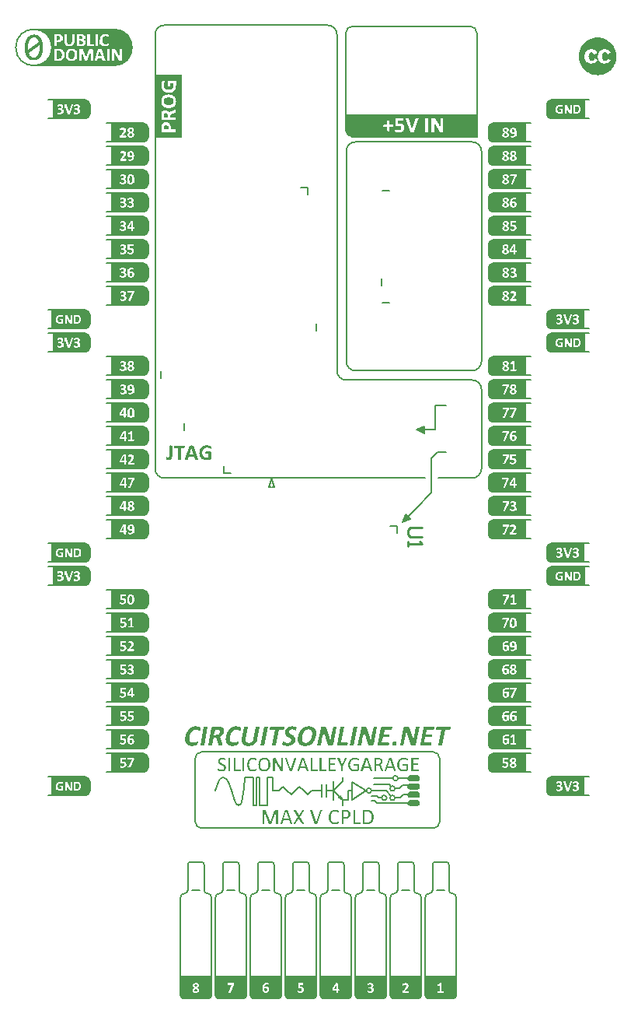
<source format=gto>
G04*
G04 #@! TF.GenerationSoftware,Altium Limited,Altium Designer,25.8.1 (18)*
G04*
G04 Layer_Color=65535*
%FSLAX44Y44*%
%MOMM*%
G71*
G04*
G04 #@! TF.SameCoordinates,F06DF03C-5C5C-4556-82C7-8571A15AA075*
G04*
G04*
G04 #@! TF.FilePolarity,Positive*
G04*
G01*
G75*
%ADD10C,0.2000*%
%ADD11C,0.1500*%
%ADD12C,0.1524*%
%ADD13C,0.2540*%
%ADD14R,3.4000X0.5926*%
G36*
X-216130Y517860D02*
X-214900Y517040D01*
X-213005D01*
Y515777D01*
X-210130Y513860D01*
X-206880Y510860D01*
X-204130Y506110D01*
X-203207Y500110D01*
X-202899D01*
X-204130Y492110D01*
X-206880Y487360D01*
X-210130Y484360D01*
X-213005Y482443D01*
Y480982D01*
X-215197D01*
X-216130Y480360D01*
X-222630Y479360D01*
X-306880D01*
X-299880Y482110D01*
X-293880Y487610D01*
X-290380Y495110D01*
X-290157Y499110D01*
X-290380Y503110D01*
X-293880Y510610D01*
X-299880Y516110D01*
X-306880Y518860D01*
X-222630D01*
X-216130Y517860D01*
D02*
G37*
G36*
X306643Y509757D02*
X307295Y509675D01*
X308353Y509513D01*
X309168Y509350D01*
X310145Y509105D01*
X312018Y508454D01*
X312425Y508291D01*
X313321Y507884D01*
X314746Y507110D01*
X316212Y506133D01*
X317230Y505360D01*
X317352Y505237D01*
X317515Y505156D01*
X318003Y504667D01*
X318166Y504586D01*
X319754Y502998D01*
X319835Y502835D01*
X320324Y502346D01*
X320406Y502184D01*
X320568Y502021D01*
X320650Y501858D01*
X320894Y501614D01*
X320976Y501451D01*
X321790Y500311D01*
X321871Y500148D01*
X322279Y499496D01*
X323256Y497461D01*
X323744Y496239D01*
X323907Y495669D01*
X324151Y494855D01*
X324396Y493877D01*
X324518Y493348D01*
X324681Y492290D01*
X324762Y491638D01*
X324844Y490579D01*
X324884Y488014D01*
X324803Y487770D01*
X324721Y486304D01*
X324640Y486060D01*
X324436Y484879D01*
X324274Y484065D01*
X324151Y483617D01*
X324070Y483291D01*
X323622Y482029D01*
X323378Y481377D01*
X323215Y480970D01*
X322034Y478731D01*
X321627Y478161D01*
X321546Y477998D01*
X320772Y476980D01*
X320568Y476695D01*
X320406Y476532D01*
X320324Y476369D01*
X319835Y475881D01*
X319754Y475718D01*
X318573Y474537D01*
X318410Y474456D01*
X317922Y473967D01*
X317759Y473886D01*
X317433Y473560D01*
X317270Y473479D01*
X317108Y473316D01*
X316945Y473234D01*
X316782Y473071D01*
X316619Y472990D01*
X316456Y472827D01*
X316293Y472746D01*
X315723Y472338D01*
X315560Y472257D01*
X314990Y471850D01*
X312140Y470466D01*
X311326Y470140D01*
X310023Y469733D01*
X309697Y469651D01*
X309127Y469488D01*
X308598Y469366D01*
X308231Y469325D01*
X308191Y469285D01*
X307213Y469122D01*
X306562Y469040D01*
X305503Y468959D01*
X303345Y468918D01*
X303101Y469000D01*
X301635Y469081D01*
X301391Y469162D01*
X300617Y469285D01*
X299803Y469448D01*
X299151Y469610D01*
X298704Y469733D01*
X297197Y470262D01*
X296546Y470506D01*
X296098Y470710D01*
X293899Y471850D01*
X293329Y472257D01*
X293166Y472338D01*
X292596Y472746D01*
X292433Y472827D01*
X292270Y472990D01*
X292108Y473071D01*
X291863Y473316D01*
X291700Y473397D01*
X291456Y473641D01*
X291293Y473723D01*
X290886Y474130D01*
X290723Y474211D01*
X289054Y475881D01*
X288972Y476044D01*
X288565Y476451D01*
X288484Y476614D01*
X288239Y476858D01*
X288158Y477021D01*
X287914Y477265D01*
X287832Y477428D01*
X287018Y478568D01*
X286936Y478731D01*
X286529Y479382D01*
X285389Y481744D01*
X285063Y482558D01*
X284656Y483861D01*
X284494Y484431D01*
X284249Y485408D01*
X284168Y485979D01*
X284086Y486304D01*
X283964Y487322D01*
X283883Y488299D01*
X283842Y490376D01*
X283923Y490620D01*
X284005Y492086D01*
X284086Y492330D01*
X284209Y493104D01*
X284290Y493511D01*
X284616Y494814D01*
X285267Y496687D01*
X285430Y497094D01*
X285837Y497990D01*
X286774Y499741D01*
X287751Y501207D01*
X288524Y502224D01*
X288932Y502713D01*
X289054Y502835D01*
X289135Y502998D01*
X291130Y504993D01*
X291293Y505075D01*
X291700Y505482D01*
X291863Y505563D01*
X292108Y505807D01*
X292270Y505889D01*
X292433Y506052D01*
X292596Y506133D01*
X292759Y506296D01*
X292922Y506377D01*
X293492Y506785D01*
X293655Y506866D01*
X294143Y507192D01*
X296831Y508495D01*
X297360Y508698D01*
X298541Y509065D01*
X298867Y509146D01*
X299436Y509309D01*
X300821Y509553D01*
X301147Y509635D01*
X301961Y509716D01*
X302531Y509798D01*
X304811Y509879D01*
X306643Y509757D01*
D02*
G37*
G36*
X-254000Y441960D02*
X-252990D01*
X-251122Y441187D01*
X-249693Y439758D01*
X-248920Y437891D01*
Y436880D01*
Y426720D01*
Y425709D01*
X-249693Y423842D01*
X-251122Y422413D01*
X-252990Y421640D01*
X-289560D01*
Y441960D01*
X-254000D01*
D01*
D02*
G37*
G36*
X290755Y421640D02*
X256329D01*
Y421640D01*
X252990D01*
X251122Y422413D01*
X249693Y423842D01*
X248920Y425709D01*
Y426720D01*
X248920D01*
X248920Y436880D01*
Y437890D01*
X249693Y439757D01*
X251122Y441186D01*
X252990Y441960D01*
X253682D01*
Y441960D01*
X290755D01*
Y421640D01*
D02*
G37*
G36*
X39091Y426240D02*
X172220D01*
Y402540D01*
X37006D01*
X36958Y401999D01*
X36282D01*
X34958Y402262D01*
X33709Y402779D01*
X32586Y403530D01*
X31631Y404485D01*
X30880Y405608D01*
X30364Y406856D01*
X30100Y408181D01*
Y408857D01*
Y426129D01*
X34850D01*
Y426240D01*
X39071D01*
X39096Y426299D01*
X39100Y426340D01*
X39091Y426240D01*
D02*
G37*
G36*
X226060Y396240D02*
X190500D01*
Y396240D01*
X189488D01*
X187621Y397013D01*
X186191Y398442D01*
X185418Y400310D01*
Y401320D01*
X185418Y401320D01*
X185418Y411480D01*
Y412491D01*
X186191Y414358D01*
X187621Y415787D01*
X189488Y416560D01*
X190500D01*
D01*
X226060D01*
Y396240D01*
D02*
G37*
G36*
X-148443Y400850D02*
X-177557D01*
Y469150D01*
X-148443D01*
Y400850D01*
D02*
G37*
G36*
X-190498Y416560D02*
X-189488D01*
X-187621Y415787D01*
X-186192Y414357D01*
X-185418Y412490D01*
Y411480D01*
Y401320D01*
Y400309D01*
X-186192Y398442D01*
X-187621Y397013D01*
X-189488Y396240D01*
X-226058D01*
Y416560D01*
X-190498D01*
D01*
D02*
G37*
G36*
X-187621Y390387D02*
X-186192Y388958D01*
X-185418Y387090D01*
Y386080D01*
Y375920D01*
Y374910D01*
X-186192Y373042D01*
X-187621Y371613D01*
X-189488Y370840D01*
X-190498D01*
D01*
X-226058D01*
Y391160D01*
X-189488D01*
X-187621Y390387D01*
D02*
G37*
G36*
X226060Y370840D02*
X192827D01*
Y370840D01*
X190498Y370840D01*
X189488D01*
X187621Y371613D01*
X186192Y373042D01*
X185418Y374910D01*
Y375920D01*
X185418Y386080D01*
Y387090D01*
X186191Y388957D01*
X187620Y390387D01*
X189487Y391160D01*
X190498D01*
X190498Y391160D01*
X190500D01*
Y391160D01*
X226060D01*
Y370840D01*
D02*
G37*
G36*
X-187621Y364987D02*
X-186192Y363558D01*
X-185418Y361690D01*
Y360680D01*
Y350520D01*
Y349510D01*
X-186192Y347643D01*
X-187621Y346213D01*
X-189488Y345440D01*
X-226058D01*
Y365760D01*
X-189488D01*
X-187621Y364987D01*
D02*
G37*
G36*
X226060Y345440D02*
X192827D01*
Y345440D01*
X190498Y345440D01*
X189488D01*
X187621Y346213D01*
X186192Y347642D01*
X185418Y349510D01*
Y350520D01*
X185418Y350520D01*
X185418Y360680D01*
Y361690D01*
X186191Y363558D01*
X187620Y364986D01*
X189487Y365760D01*
X190498D01*
X190498Y365760D01*
X190500D01*
Y365760D01*
X226060D01*
Y345440D01*
D02*
G37*
G36*
X226060Y320040D02*
X192827D01*
Y320040D01*
X190498Y320040D01*
X189488D01*
X187621Y320813D01*
X186192Y322242D01*
X185418Y324109D01*
Y325120D01*
Y325120D01*
X185418Y335280D01*
Y336291D01*
X186191Y338158D01*
X187621Y339587D01*
X189488Y340360D01*
X190498D01*
X190498Y340360D01*
X190500D01*
Y340360D01*
X226060D01*
Y320040D01*
D02*
G37*
G36*
X-187621Y339587D02*
X-186191Y338158D01*
X-185418Y336291D01*
Y335280D01*
Y325120D01*
Y324110D01*
X-186191Y322243D01*
X-187621Y320813D01*
X-189488Y320040D01*
X-226058D01*
Y340360D01*
X-189488D01*
X-187621Y339587D01*
D02*
G37*
G36*
X-187621Y314187D02*
X-186192Y312758D01*
X-185418Y310891D01*
Y309880D01*
Y299720D01*
Y298710D01*
X-186192Y296842D01*
X-187621Y295413D01*
X-189488Y294640D01*
X-190498D01*
D01*
X-226058D01*
Y314960D01*
X-192827D01*
D01*
X-189488D01*
X-187621Y314187D01*
D02*
G37*
G36*
X226060Y294640D02*
X192827D01*
Y294640D01*
X190498Y294640D01*
X189487D01*
X187620Y295413D01*
X186191Y296842D01*
X185418Y298709D01*
Y299720D01*
X185418Y309880D01*
Y310890D01*
X186191Y312757D01*
X187621Y314186D01*
X189488Y314960D01*
X190498D01*
X190498Y314960D01*
X190500D01*
Y314960D01*
X226060D01*
Y294640D01*
D02*
G37*
G36*
X-187621Y288787D02*
X-186192Y287358D01*
X-185418Y285490D01*
Y284480D01*
Y274320D01*
Y273310D01*
X-186192Y271443D01*
X-187621Y270013D01*
X-189488Y269240D01*
X-190498D01*
D01*
X-226058D01*
Y289560D01*
X-192827D01*
D01*
X-189488D01*
X-187621Y288787D01*
D02*
G37*
G36*
X226060Y269240D02*
X192827D01*
Y269240D01*
X190498Y269240D01*
X189488D01*
X187621Y270013D01*
X186192Y271442D01*
X185418Y273309D01*
Y274320D01*
X185418Y274320D01*
Y284480D01*
Y285490D01*
X186192Y287358D01*
X187621Y288787D01*
X189488Y289560D01*
X190498D01*
X190498Y289560D01*
X190500D01*
Y289560D01*
X226060D01*
Y269240D01*
D02*
G37*
G36*
X-187621Y263387D02*
X-186192Y261958D01*
X-185418Y260091D01*
Y259080D01*
Y248920D01*
Y247910D01*
X-186192Y246042D01*
X-187621Y244613D01*
X-189488Y243840D01*
X-190498D01*
D01*
X-226058D01*
Y264160D01*
X-192827D01*
D01*
X-189488D01*
X-187621Y263387D01*
D02*
G37*
G36*
X226060Y243840D02*
X192827D01*
Y243840D01*
X191274Y243840D01*
X190500D01*
Y243840D01*
X190498D01*
X189488D01*
X187621Y244613D01*
X186192Y246042D01*
X185418Y247910D01*
Y248920D01*
X185418Y248920D01*
X185418Y259080D01*
Y260090D01*
X186191Y261957D01*
X187621Y263387D01*
X189488Y264160D01*
X190498D01*
X190498Y264160D01*
X190500D01*
Y264160D01*
X226060D01*
Y243840D01*
D02*
G37*
G36*
X-187621Y237987D02*
X-186192Y236558D01*
X-185418Y234690D01*
Y233680D01*
Y223520D01*
Y222509D01*
X-186192Y220642D01*
X-187621Y219213D01*
X-189488Y218440D01*
X-190498D01*
D01*
X-226058D01*
Y238760D01*
X-192827D01*
D01*
X-189488D01*
X-187621Y237987D01*
D02*
G37*
G36*
X192750Y238760D02*
X226060D01*
Y218440D01*
X189488D01*
X187621Y219213D01*
X186191Y220643D01*
X185418Y222510D01*
Y223520D01*
X185418Y223520D01*
X185418Y233680D01*
Y234690D01*
X186192Y236558D01*
X187621Y237987D01*
X189488Y238760D01*
X190498D01*
X190498Y238760D01*
X190500D01*
Y238760D01*
X192750D01*
D01*
D01*
D02*
G37*
G36*
X289560Y193040D02*
X256329D01*
Y193040D01*
X254000Y193040D01*
X252990D01*
X251122Y193813D01*
X249693Y195242D01*
X248920Y197110D01*
Y198120D01*
X248920Y198120D01*
Y208280D01*
Y209291D01*
X249693Y211158D01*
X251122Y212587D01*
X252989Y213360D01*
X254000D01*
Y213360D01*
X254000D01*
Y213360D01*
X289560D01*
Y193040D01*
D02*
G37*
G36*
X-251122Y212587D02*
X-249693Y211158D01*
X-248920Y209291D01*
Y208280D01*
Y198120D01*
Y197110D01*
X-249693Y195242D01*
X-251122Y193813D01*
X-252990Y193040D01*
X-290755D01*
Y213360D01*
X-256329D01*
D01*
X-252990D01*
X-251122Y212587D01*
D02*
G37*
G36*
X-251122Y187187D02*
X-249693Y185758D01*
X-248920Y183891D01*
Y182880D01*
Y172720D01*
Y171710D01*
X-249693Y169842D01*
X-251122Y168414D01*
X-252989Y167640D01*
X-289560D01*
Y187960D01*
X-256329D01*
D01*
X-252989D01*
X-251122Y187187D01*
D02*
G37*
G36*
X290755Y167640D02*
X256329D01*
Y167640D01*
X252990D01*
X251122Y168413D01*
X249693Y169842D01*
X248920Y171709D01*
Y172720D01*
X248920D01*
X248920Y182880D01*
Y183890D01*
X249693Y185758D01*
X251122Y187187D01*
X252990Y187960D01*
X253682D01*
Y187960D01*
X290755D01*
Y167640D01*
D02*
G37*
G36*
X226058Y142240D02*
X192827D01*
Y142240D01*
X189488D01*
X187621Y143013D01*
X186191Y144443D01*
X185418Y146310D01*
Y147320D01*
X185418Y147320D01*
X185418Y157480D01*
Y158490D01*
X186191Y160358D01*
X187621Y161787D01*
X189488Y162560D01*
X190498D01*
Y162560D01*
X226058D01*
Y142240D01*
D02*
G37*
G36*
X-187620Y161787D02*
X-186191Y160358D01*
X-185418Y158490D01*
Y157480D01*
Y147320D01*
Y146310D01*
X-186191Y144443D01*
X-187620Y143013D01*
X-189487Y142240D01*
X-226056D01*
Y162560D01*
X-189487D01*
X-187620Y161787D01*
D02*
G37*
G36*
Y136387D02*
X-186191Y134958D01*
X-185418Y133090D01*
Y132080D01*
Y121920D01*
Y120910D01*
X-186191Y119043D01*
X-187620Y117613D01*
X-189487Y116840D01*
X-226056D01*
Y137160D01*
X-189487D01*
X-187620Y136387D01*
D02*
G37*
G36*
X226058Y116840D02*
X192827D01*
Y116840D01*
X190498Y116840D01*
X189488D01*
X187621Y117613D01*
X186192Y119042D01*
X185418Y120910D01*
Y121920D01*
X185418Y132080D01*
Y133090D01*
X186191Y134958D01*
X187620Y136387D01*
X189487Y137160D01*
X190498D01*
X190498Y137160D01*
X190498D01*
Y137160D01*
X226058D01*
Y116840D01*
D02*
G37*
G36*
X-187621Y110987D02*
X-186191Y109558D01*
X-185418Y107691D01*
Y106680D01*
Y96520D01*
Y95510D01*
X-186191Y93643D01*
X-187621Y92213D01*
X-189488Y91440D01*
X-226056D01*
Y111760D01*
X-189488D01*
X-187621Y110987D01*
D02*
G37*
G36*
X226058Y91440D02*
X192827D01*
Y91440D01*
X190498Y91440D01*
X189488D01*
X187621Y92213D01*
X186192Y93642D01*
X185418Y95510D01*
Y96520D01*
X185418Y96520D01*
X185418Y106680D01*
Y107690D01*
X186191Y109558D01*
X187620Y110986D01*
X189487Y111760D01*
X190498D01*
X190498Y111760D01*
X190498D01*
Y111760D01*
X226058D01*
Y91440D01*
D02*
G37*
G36*
X226058Y66040D02*
X192827D01*
Y66040D01*
X190498Y66040D01*
X189488D01*
X187621Y66813D01*
X186192Y68242D01*
X185418Y70110D01*
Y71120D01*
Y71120D01*
X185418Y81280D01*
Y82290D01*
X186191Y84158D01*
X187621Y85587D01*
X189488Y86360D01*
X190498D01*
X190498Y86360D01*
X190498D01*
Y86360D01*
X226058D01*
Y66040D01*
D02*
G37*
G36*
X115500Y79500D02*
X107000Y83250D01*
X115500Y87000D01*
Y79500D01*
D02*
G37*
G36*
X-187620Y85587D02*
X-186191Y84158D01*
X-185418Y82291D01*
Y81280D01*
Y71120D01*
Y70110D01*
X-186191Y68243D01*
X-187620Y66814D01*
X-189487Y66040D01*
X-226056D01*
Y86360D01*
X-189487D01*
X-187620Y85587D01*
D02*
G37*
G36*
X-120893Y66133D02*
X-120601Y66113D01*
X-120289Y66092D01*
X-119664Y66009D01*
X-119622D01*
X-119518Y65988D01*
X-119372Y65946D01*
X-119164Y65904D01*
X-118935Y65863D01*
X-118706Y65800D01*
X-118206Y65654D01*
X-118185D01*
X-118102Y65613D01*
X-117977Y65592D01*
X-117852Y65529D01*
X-117519Y65405D01*
X-117352Y65321D01*
X-117185Y65238D01*
X-117164D01*
X-117123Y65196D01*
X-117039Y65155D01*
X-116956Y65113D01*
X-116769Y64967D01*
X-116665Y64905D01*
X-116602Y64842D01*
X-116581Y64821D01*
X-116519Y64717D01*
X-116435Y64571D01*
X-116373Y64363D01*
Y64342D01*
X-116352Y64301D01*
Y64238D01*
X-116331Y64134D01*
X-116311Y64009D01*
Y63842D01*
X-116290Y63655D01*
Y63447D01*
Y63426D01*
Y63384D01*
Y63322D01*
Y63259D01*
X-116311Y63051D01*
X-116331Y62863D01*
Y62822D01*
X-116352Y62718D01*
X-116373Y62593D01*
X-116415Y62447D01*
Y62426D01*
X-116456Y62364D01*
X-116498Y62301D01*
X-116560Y62239D01*
X-116581D01*
X-116602Y62218D01*
X-116727Y62197D01*
X-116748D01*
X-116852Y62218D01*
X-117019Y62280D01*
X-117248Y62405D01*
X-117269D01*
X-117310Y62447D01*
X-117394Y62489D01*
X-117477Y62551D01*
X-117623Y62614D01*
X-117768Y62697D01*
X-117956Y62780D01*
X-118164Y62863D01*
X-118185Y62884D01*
X-118268Y62905D01*
X-118393Y62968D01*
X-118560Y63030D01*
X-118747Y63093D01*
X-118997Y63176D01*
X-119247Y63259D01*
X-119539Y63342D01*
X-119580Y63363D01*
X-119685Y63384D01*
X-119851Y63426D01*
X-120060Y63467D01*
X-120330Y63509D01*
X-120664Y63530D01*
X-121018Y63572D01*
X-121580D01*
X-121788Y63551D01*
X-122059Y63530D01*
X-122392Y63467D01*
X-122725Y63405D01*
X-123080Y63301D01*
X-123434Y63176D01*
X-123475Y63155D01*
X-123580Y63113D01*
X-123767Y63009D01*
X-123975Y62884D01*
X-124225Y62718D01*
X-124475Y62530D01*
X-124746Y62301D01*
X-124996Y62051D01*
X-125017Y62010D01*
X-125100Y61926D01*
X-125225Y61780D01*
X-125371Y61572D01*
X-125517Y61322D01*
X-125683Y61031D01*
X-125850Y60697D01*
X-125996Y60343D01*
Y60322D01*
X-126016Y60302D01*
Y60239D01*
X-126037Y60177D01*
X-126100Y59968D01*
X-126162Y59698D01*
X-126225Y59364D01*
X-126266Y58990D01*
X-126308Y58573D01*
X-126329Y58135D01*
Y58115D01*
Y58073D01*
Y58011D01*
Y57906D01*
X-126308Y57802D01*
Y57656D01*
X-126287Y57344D01*
X-126245Y56969D01*
X-126183Y56573D01*
X-126100Y56178D01*
X-125975Y55782D01*
Y55761D01*
X-125954Y55740D01*
X-125912Y55615D01*
X-125829Y55428D01*
X-125725Y55199D01*
X-125579Y54928D01*
X-125412Y54657D01*
X-125225Y54366D01*
X-124996Y54095D01*
X-124975Y54074D01*
X-124871Y53991D01*
X-124746Y53866D01*
X-124558Y53699D01*
X-124350Y53533D01*
X-124079Y53366D01*
X-123788Y53199D01*
X-123475Y53053D01*
X-123455D01*
X-123434Y53033D01*
X-123309Y53012D01*
X-123142Y52949D01*
X-122892Y52887D01*
X-122601Y52824D01*
X-122267Y52783D01*
X-121892Y52741D01*
X-121497Y52720D01*
X-121288D01*
X-121163Y52741D01*
X-120997D01*
X-120830Y52762D01*
X-120455Y52824D01*
X-120435D01*
X-120372Y52845D01*
X-120268Y52887D01*
X-120143Y52929D01*
X-119997Y52970D01*
X-119830Y53033D01*
X-119476Y53199D01*
Y56803D01*
X-122476D01*
X-122559Y56844D01*
X-122663Y56927D01*
X-122725Y56990D01*
X-122767Y57073D01*
Y57094D01*
X-122788Y57136D01*
X-122809Y57198D01*
Y57282D01*
X-122830Y57407D01*
X-122851Y57573D01*
X-122871Y57761D01*
Y57990D01*
Y58011D01*
Y58052D01*
Y58115D01*
Y58177D01*
Y58365D01*
X-122851Y58552D01*
Y58573D01*
Y58594D01*
X-122830Y58677D01*
X-122809Y58802D01*
X-122767Y58906D01*
X-122746Y58927D01*
X-122725Y58990D01*
X-122684Y59052D01*
X-122621Y59114D01*
X-122601Y59135D01*
X-122559Y59156D01*
X-122496Y59177D01*
X-122434Y59198D01*
X-117081D01*
X-116956Y59156D01*
X-116852Y59114D01*
X-116831Y59094D01*
X-116748Y59073D01*
X-116665Y59010D01*
X-116581Y58906D01*
X-116560Y58885D01*
X-116519Y58823D01*
X-116456Y58719D01*
X-116394Y58594D01*
X-116373Y58573D01*
X-116352Y58490D01*
X-116331Y58344D01*
Y58177D01*
Y51991D01*
Y51970D01*
Y51929D01*
Y51866D01*
X-116352Y51783D01*
X-116394Y51575D01*
X-116477Y51366D01*
Y51346D01*
X-116498Y51325D01*
X-116581Y51221D01*
X-116665Y51137D01*
X-116748Y51075D01*
X-116852Y50992D01*
X-116998Y50929D01*
X-117019D01*
X-117060Y50908D01*
X-117144Y50866D01*
X-117248Y50846D01*
X-117394Y50783D01*
X-117560Y50742D01*
X-117748Y50679D01*
X-117956Y50617D01*
X-117977D01*
X-118060Y50596D01*
X-118164Y50554D01*
X-118310Y50512D01*
X-118497Y50471D01*
X-118685Y50429D01*
X-119143Y50346D01*
X-119164D01*
X-119247Y50325D01*
X-119372Y50304D01*
X-119539Y50283D01*
X-119726Y50242D01*
X-119935Y50221D01*
X-120393Y50158D01*
X-120497D01*
X-120622Y50138D01*
X-120788D01*
X-120976Y50117D01*
X-121184D01*
X-121663Y50096D01*
X-121976D01*
X-122142Y50117D01*
X-122330D01*
X-122538Y50138D01*
X-122767Y50158D01*
X-123288Y50221D01*
X-123850Y50325D01*
X-124433Y50450D01*
X-124996Y50617D01*
X-125017D01*
X-125058Y50637D01*
X-125142Y50679D01*
X-125246Y50721D01*
X-125371Y50783D01*
X-125517Y50846D01*
X-125871Y51012D01*
X-126245Y51241D01*
X-126683Y51491D01*
X-127099Y51804D01*
X-127495Y52158D01*
X-127516Y52179D01*
X-127537Y52200D01*
X-127599Y52262D01*
X-127662Y52345D01*
X-127849Y52554D01*
X-128078Y52845D01*
X-128328Y53220D01*
X-128578Y53637D01*
X-128828Y54116D01*
X-129057Y54636D01*
Y54657D01*
X-129078Y54699D01*
X-129099Y54782D01*
X-129141Y54886D01*
X-129182Y55032D01*
X-129224Y55199D01*
X-129265Y55386D01*
X-129307Y55595D01*
X-129370Y55824D01*
X-129411Y56094D01*
X-129495Y56657D01*
X-129557Y57282D01*
X-129578Y57948D01*
Y57969D01*
Y58031D01*
Y58135D01*
Y58281D01*
X-129557Y58448D01*
Y58635D01*
X-129536Y58844D01*
X-129515Y59094D01*
X-129432Y59635D01*
X-129349Y60198D01*
X-129203Y60781D01*
X-129016Y61364D01*
Y61385D01*
X-128995Y61426D01*
X-128953Y61510D01*
X-128912Y61614D01*
X-128849Y61760D01*
X-128766Y61905D01*
X-128599Y62259D01*
X-128370Y62655D01*
X-128078Y63093D01*
X-127766Y63530D01*
X-127391Y63946D01*
X-127370Y63967D01*
X-127349Y63988D01*
X-127287Y64051D01*
X-127204Y64113D01*
X-127099Y64217D01*
X-126974Y64321D01*
X-126662Y64550D01*
X-126308Y64801D01*
X-125871Y65071D01*
X-125371Y65342D01*
X-124829Y65571D01*
X-124808D01*
X-124767Y65592D01*
X-124683Y65634D01*
X-124558Y65654D01*
X-124433Y65717D01*
X-124267Y65759D01*
X-124059Y65800D01*
X-123850Y65863D01*
X-123621Y65925D01*
X-123350Y65967D01*
X-122788Y66071D01*
X-122163Y66133D01*
X-121497Y66154D01*
X-121122D01*
X-120893Y66133D01*
D02*
G37*
G36*
X-160278Y65946D02*
X-160049Y65925D01*
X-159987D01*
X-159862Y65904D01*
X-159716Y65883D01*
X-159549Y65842D01*
X-159508Y65821D01*
X-159445Y65800D01*
X-159362Y65738D01*
X-159279Y65675D01*
X-159258Y65654D01*
X-159237Y65613D01*
X-159216Y65550D01*
X-159195Y65467D01*
Y54678D01*
Y54657D01*
Y54636D01*
Y54574D01*
Y54491D01*
Y54303D01*
X-159216Y54032D01*
X-159237Y53741D01*
X-159279Y53428D01*
X-159404Y52762D01*
Y52720D01*
X-159445Y52616D01*
X-159487Y52470D01*
X-159549Y52262D01*
X-159654Y52054D01*
X-159758Y51804D01*
X-159903Y51554D01*
X-160070Y51325D01*
X-160091Y51304D01*
X-160154Y51221D01*
X-160258Y51116D01*
X-160403Y50992D01*
X-160591Y50846D01*
X-160799Y50679D01*
X-161049Y50533D01*
X-161320Y50408D01*
X-161362Y50388D01*
X-161445Y50367D01*
X-161611Y50325D01*
X-161840Y50262D01*
X-162111Y50200D01*
X-162424Y50158D01*
X-162799Y50138D01*
X-163194Y50117D01*
X-163423D01*
X-163653Y50138D01*
X-163923Y50179D01*
X-163944D01*
X-163986Y50200D01*
X-164048D01*
X-164132Y50221D01*
X-164340Y50262D01*
X-164569Y50304D01*
X-164590D01*
X-164611Y50325D01*
X-164736Y50346D01*
X-164902Y50408D01*
X-165069Y50471D01*
X-165110Y50492D01*
X-165173Y50533D01*
X-165277Y50596D01*
X-165361Y50637D01*
Y50658D01*
X-165402Y50700D01*
X-165485Y50804D01*
Y50825D01*
X-165506Y50866D01*
X-165527Y50929D01*
X-165569Y51012D01*
Y51033D01*
X-165590Y51116D01*
Y51221D01*
X-165610Y51366D01*
Y51408D01*
Y51512D01*
Y51679D01*
Y51887D01*
Y51908D01*
Y51950D01*
Y52033D01*
Y52137D01*
Y52345D01*
Y52574D01*
Y52595D01*
Y52616D01*
X-165590Y52741D01*
X-165569Y52887D01*
X-165548Y53012D01*
Y53033D01*
X-165506Y53095D01*
X-165485Y53179D01*
X-165423Y53241D01*
X-165402Y53262D01*
X-165361Y53283D01*
X-165298Y53303D01*
X-165236Y53324D01*
X-165152D01*
X-165069Y53283D01*
X-164986Y53241D01*
X-164965Y53220D01*
X-164881Y53199D01*
X-164777Y53137D01*
X-164652Y53074D01*
X-164611Y53053D01*
X-164527Y53033D01*
X-164402Y52970D01*
X-164236Y52908D01*
X-164194D01*
X-164069Y52887D01*
X-163902Y52866D01*
X-163673Y52845D01*
X-163611D01*
X-163486Y52866D01*
X-163298Y52887D01*
X-163111Y52929D01*
X-163090D01*
X-163069Y52949D01*
X-162965Y52991D01*
X-162840Y53095D01*
X-162715Y53241D01*
Y53262D01*
X-162694Y53283D01*
X-162611Y53408D01*
X-162549Y53574D01*
X-162465Y53824D01*
Y53845D01*
X-162444Y53887D01*
X-162424Y53970D01*
X-162403Y54095D01*
Y54220D01*
X-162382Y54387D01*
X-162361Y54595D01*
Y54803D01*
Y65467D01*
Y65488D01*
Y65550D01*
X-162340Y65613D01*
X-162299Y65675D01*
X-162278Y65696D01*
X-162236Y65738D01*
X-162153Y65800D01*
X-162049Y65842D01*
X-162007Y65863D01*
X-161924Y65883D01*
X-161757Y65904D01*
X-161549Y65925D01*
X-161486D01*
X-161424Y65946D01*
X-161216D01*
X-161091Y65967D01*
X-160528D01*
X-160278Y65946D01*
D02*
G37*
G36*
X-137076D02*
X-136764D01*
X-136680Y65925D01*
X-136451Y65904D01*
X-136264Y65842D01*
X-136243D01*
X-136222Y65821D01*
X-136118Y65800D01*
X-136014Y65738D01*
X-135931Y65654D01*
X-135910Y65634D01*
X-135868Y65571D01*
X-135806Y65446D01*
X-135743Y65300D01*
X-130953Y51533D01*
Y51512D01*
X-130932Y51471D01*
X-130911Y51387D01*
X-130869Y51283D01*
X-130828Y51075D01*
X-130786Y50846D01*
Y50804D01*
Y50700D01*
X-130807Y50575D01*
X-130869Y50471D01*
X-130890Y50450D01*
X-130973Y50408D01*
X-131119Y50367D01*
X-131223D01*
X-131348Y50346D01*
X-131411D01*
X-131494Y50325D01*
X-131723D01*
X-131869Y50304D01*
X-132931D01*
X-133077Y50325D01*
X-133285D01*
X-133410Y50346D01*
X-133577Y50367D01*
X-133743Y50388D01*
X-133764D01*
X-133827Y50429D01*
X-133910Y50471D01*
X-133994Y50533D01*
Y50554D01*
X-134035Y50596D01*
X-134077Y50679D01*
X-134118Y50783D01*
X-135139Y53907D01*
X-140992D01*
X-141971Y50866D01*
Y50846D01*
X-141991Y50762D01*
X-142033Y50679D01*
X-142096Y50575D01*
X-142116Y50554D01*
X-142158Y50512D01*
X-142220Y50471D01*
X-142346Y50408D01*
X-142366D01*
X-142471Y50388D01*
X-142616Y50367D01*
X-142845Y50346D01*
X-142908D01*
X-142970Y50325D01*
X-143179D01*
X-143324Y50304D01*
X-143970D01*
X-144262Y50325D01*
X-144408D01*
X-144532Y50346D01*
X-144574D01*
X-144699Y50367D01*
X-144845Y50408D01*
X-144970Y50492D01*
X-144991Y50512D01*
X-145012Y50596D01*
X-145053Y50721D01*
Y50887D01*
Y50908D01*
Y50929D01*
X-145032Y50992D01*
X-145012Y51075D01*
X-144949Y51283D01*
X-144866Y51575D01*
X-140075Y65342D01*
X-140054Y65384D01*
X-140034Y65446D01*
X-139992Y65550D01*
X-139930Y65654D01*
X-139909Y65675D01*
X-139846Y65717D01*
X-139763Y65779D01*
X-139617Y65842D01*
X-139596D01*
X-139575Y65863D01*
X-139450Y65883D01*
X-139284Y65925D01*
X-139034Y65946D01*
X-138888D01*
X-138763Y65967D01*
X-137263D01*
X-137076Y65946D01*
D02*
G37*
G36*
X-145845Y65863D02*
X-145782Y65821D01*
X-145761Y65800D01*
X-145720Y65779D01*
X-145657Y65717D01*
X-145616Y65613D01*
X-145595Y65592D01*
X-145574Y65509D01*
X-145553Y65384D01*
X-145532Y65217D01*
Y65196D01*
Y65175D01*
X-145511Y65050D01*
X-145491Y64842D01*
Y64592D01*
Y64571D01*
Y64530D01*
Y64467D01*
Y64384D01*
X-145511Y64197D01*
X-145532Y63988D01*
Y63946D01*
X-145553Y63863D01*
X-145574Y63717D01*
X-145616Y63593D01*
X-145636Y63572D01*
X-145657Y63509D01*
X-145720Y63447D01*
X-145782Y63384D01*
X-145803D01*
X-145845Y63363D01*
X-145886Y63342D01*
X-145970Y63322D01*
X-149844D01*
Y50804D01*
Y50783D01*
Y50721D01*
X-149885Y50658D01*
X-149927Y50575D01*
X-149948Y50554D01*
X-149989Y50533D01*
X-150073Y50471D01*
X-150198Y50429D01*
X-150218D01*
X-150323Y50388D01*
X-150468Y50367D01*
X-150677Y50346D01*
X-150739D01*
X-150802Y50325D01*
X-150885D01*
X-151114Y50304D01*
X-151697D01*
X-151947Y50325D01*
X-152197Y50346D01*
X-152239D01*
X-152385Y50367D01*
X-152530Y50388D01*
X-152697Y50429D01*
X-152718Y50450D01*
X-152780Y50471D01*
X-152864Y50512D01*
X-152947Y50575D01*
Y50596D01*
X-152968Y50637D01*
X-152989Y50721D01*
X-153009Y50804D01*
Y63322D01*
X-156967D01*
X-157050Y63342D01*
X-157113Y63384D01*
X-157133Y63405D01*
X-157154Y63426D01*
X-157217Y63509D01*
X-157258Y63593D01*
Y63613D01*
X-157300Y63697D01*
X-157321Y63822D01*
X-157342Y63988D01*
Y64009D01*
Y64030D01*
Y64155D01*
X-157362Y64342D01*
Y64592D01*
Y64613D01*
Y64655D01*
Y64717D01*
Y64821D01*
Y65009D01*
X-157342Y65217D01*
Y65238D01*
Y65259D01*
X-157321Y65363D01*
X-157300Y65488D01*
X-157258Y65613D01*
X-157238Y65634D01*
X-157217Y65696D01*
X-157175Y65759D01*
X-157113Y65821D01*
X-157092Y65842D01*
X-157050Y65863D01*
X-156988Y65883D01*
X-156904Y65904D01*
X-145907D01*
X-145845Y65863D01*
D02*
G37*
G36*
X-187620Y60187D02*
X-186191Y58758D01*
X-185418Y56891D01*
Y55880D01*
Y45720D01*
Y44710D01*
X-186191Y42842D01*
X-187620Y41413D01*
X-189487Y40640D01*
X-226056D01*
Y60960D01*
X-189487D01*
X-187620Y60187D01*
D02*
G37*
G36*
X226058Y40640D02*
X192827D01*
Y40640D01*
X190498Y40640D01*
X189487D01*
X187620Y41413D01*
X186191Y42842D01*
X185418Y44709D01*
Y45720D01*
X185418Y55880D01*
Y56890D01*
X186191Y58757D01*
X187621Y60186D01*
X189488Y60960D01*
X190498D01*
X190498Y60960D01*
X190498D01*
Y60960D01*
X226058D01*
Y40640D01*
D02*
G37*
G36*
Y15240D02*
X192827D01*
Y15240D01*
X190498Y15240D01*
X189488D01*
X187621Y16013D01*
X186192Y17442D01*
X185418Y19310D01*
Y20320D01*
X185418Y20320D01*
Y30480D01*
Y31490D01*
X186192Y33358D01*
X187621Y34787D01*
X189488Y35560D01*
X190498D01*
X190498Y35560D01*
X190498D01*
Y35560D01*
X226058D01*
Y15240D01*
D02*
G37*
G36*
X-187620Y34787D02*
X-186191Y33358D01*
X-185418Y31491D01*
Y30480D01*
Y20320D01*
Y19310D01*
X-186191Y17443D01*
X-187620Y16013D01*
X-189487Y15240D01*
X-226056D01*
Y35560D01*
X-189487D01*
X-187620Y34787D01*
D02*
G37*
G36*
Y9387D02*
X-186191Y7958D01*
X-185418Y6091D01*
Y5080D01*
Y-5080D01*
Y-6090D01*
X-186191Y-7958D01*
X-187620Y-9387D01*
X-189487Y-10160D01*
X-226056D01*
Y10160D01*
X-192827D01*
D01*
X-189487D01*
X-187620Y9387D01*
D02*
G37*
G36*
X226058Y-10160D02*
X192827D01*
Y-10160D01*
X190498Y-10160D01*
X189488D01*
X187621Y-9387D01*
X186192Y-7958D01*
X185418Y-6090D01*
Y-5080D01*
X185418Y-5080D01*
X185418Y5080D01*
Y6090D01*
X186191Y7958D01*
X187621Y9387D01*
X189488Y10160D01*
X190498D01*
X190498Y10160D01*
X190498D01*
Y10160D01*
X226058D01*
Y-10160D01*
D02*
G37*
G36*
X100162Y-14141D02*
X91500Y-17500D01*
X94859Y-8838D01*
X100162Y-14141D01*
D02*
G37*
G36*
X226058Y-35560D02*
X192827D01*
Y-35560D01*
X189488D01*
X187621Y-34787D01*
X186191Y-33358D01*
X185418Y-31490D01*
Y-30480D01*
X185418Y-30480D01*
X185418Y-20320D01*
Y-19310D01*
X186192Y-17442D01*
X187621Y-16013D01*
X189488Y-15240D01*
X190498D01*
X190498Y-15240D01*
X190498D01*
Y-15240D01*
X226058D01*
Y-35560D01*
D02*
G37*
G36*
X-187620Y-16013D02*
X-186191Y-17442D01*
X-185418Y-19309D01*
Y-20320D01*
Y-30480D01*
Y-31490D01*
X-186191Y-33358D01*
X-187620Y-34787D01*
X-189487Y-35560D01*
X-226056D01*
Y-15240D01*
X-192827D01*
D01*
X-189487D01*
X-187620Y-16013D01*
D02*
G37*
G36*
X289560Y-60960D02*
X256329D01*
Y-60960D01*
X254000Y-60960D01*
X252990D01*
X251122Y-60187D01*
X249693Y-58758D01*
X248920Y-56891D01*
Y-55880D01*
X248920Y-55880D01*
Y-45720D01*
Y-44710D01*
X249693Y-42842D01*
X251122Y-41413D01*
X252989Y-40640D01*
X254000D01*
Y-40640D01*
X254000D01*
Y-40640D01*
X289560D01*
Y-60960D01*
D02*
G37*
G36*
X-251122Y-41413D02*
X-249693Y-42842D01*
X-248920Y-44709D01*
Y-45720D01*
Y-55880D01*
Y-56890D01*
X-249693Y-58758D01*
X-251122Y-60187D01*
X-252990Y-60960D01*
X-290755D01*
Y-40640D01*
X-256329D01*
D01*
X-252990D01*
X-251122Y-41413D01*
D02*
G37*
G36*
X-251122Y-66813D02*
X-249693Y-68242D01*
X-248920Y-70110D01*
Y-71120D01*
Y-81280D01*
Y-82290D01*
X-249693Y-84158D01*
X-251122Y-85587D01*
X-252989Y-86360D01*
X-254000D01*
D01*
X-289560D01*
Y-66040D01*
X-256328D01*
D01*
X-252989D01*
X-251122Y-66813D01*
D02*
G37*
G36*
X290755Y-86360D02*
X256329D01*
Y-86360D01*
X252990D01*
X251122Y-85587D01*
X249693Y-84158D01*
X248920Y-82290D01*
Y-81280D01*
X248920D01*
X248920Y-71120D01*
Y-70110D01*
X249693Y-68243D01*
X251122Y-66814D01*
X252990Y-66040D01*
X253682D01*
Y-66040D01*
X290755D01*
Y-86360D01*
D02*
G37*
G36*
X226058Y-111760D02*
X189488D01*
X187621Y-110987D01*
X186191Y-109558D01*
X185418Y-107690D01*
Y-106680D01*
X185418Y-106680D01*
X185418Y-96520D01*
Y-95510D01*
X186191Y-93642D01*
X187621Y-92213D01*
X189488Y-91440D01*
X190498D01*
Y-91440D01*
X226058D01*
Y-111760D01*
D02*
G37*
G36*
X-190496Y-91440D02*
X-189487D01*
X-187620Y-92213D01*
X-186191Y-93643D01*
X-185418Y-95510D01*
Y-96520D01*
Y-106680D01*
Y-107690D01*
X-186191Y-109558D01*
X-187620Y-110987D01*
X-189487Y-111760D01*
X-192750D01*
Y-111760D01*
X-226056D01*
Y-91440D01*
X-190496D01*
Y-91440D01*
D02*
G37*
G36*
Y-116840D02*
X-189487D01*
X-187620Y-117613D01*
X-186191Y-119042D01*
X-185418Y-120910D01*
Y-121920D01*
Y-132080D01*
Y-133090D01*
X-186191Y-134958D01*
X-187620Y-136387D01*
X-189487Y-137160D01*
X-192750D01*
Y-137160D01*
X-226056D01*
Y-116840D01*
X-190496D01*
Y-116840D01*
D02*
G37*
G36*
X226058Y-137160D02*
X192827D01*
Y-137160D01*
X190498Y-137160D01*
X189488D01*
X187621Y-136387D01*
X186192Y-134958D01*
X185418Y-133090D01*
Y-132080D01*
X185418Y-121920D01*
Y-120910D01*
X186191Y-119043D01*
X187620Y-117613D01*
X189487Y-116840D01*
X190498D01*
X190498Y-116840D01*
X190498D01*
Y-116840D01*
X226058D01*
Y-137160D01*
D02*
G37*
G36*
X-190496Y-142240D02*
X-189488D01*
X-187621Y-143013D01*
X-186191Y-144442D01*
X-185418Y-146309D01*
Y-147320D01*
Y-157480D01*
Y-158490D01*
X-186191Y-160357D01*
X-187621Y-161787D01*
X-189488Y-162560D01*
X-192750D01*
Y-162560D01*
X-226056D01*
Y-142240D01*
X-190496D01*
Y-142240D01*
D02*
G37*
G36*
X226058Y-162560D02*
X192827D01*
Y-162560D01*
X190498Y-162560D01*
X189488D01*
X187621Y-161787D01*
X186192Y-160358D01*
X185418Y-158490D01*
Y-157480D01*
X185418Y-157480D01*
X185418Y-147320D01*
Y-146310D01*
X186191Y-144443D01*
X187620Y-143013D01*
X189487Y-142240D01*
X190498D01*
X190498Y-142240D01*
X190498D01*
Y-142240D01*
X226058D01*
Y-162560D01*
D02*
G37*
G36*
X226058Y-187960D02*
X192827D01*
Y-187960D01*
X190498Y-187960D01*
X189488D01*
X187621Y-187187D01*
X186192Y-185758D01*
X185418Y-183890D01*
Y-182880D01*
Y-182880D01*
X185418Y-172720D01*
Y-171709D01*
X186191Y-169842D01*
X187621Y-168413D01*
X189488Y-167640D01*
X190498D01*
X190498Y-167640D01*
X190498D01*
Y-167640D01*
X226058D01*
Y-187960D01*
D02*
G37*
G36*
X-190496Y-167640D02*
X-189487D01*
X-187620Y-168413D01*
X-186191Y-169842D01*
X-185418Y-171709D01*
Y-172720D01*
Y-182880D01*
Y-183890D01*
X-186191Y-185757D01*
X-187620Y-187187D01*
X-189487Y-187960D01*
X-192750D01*
Y-187960D01*
X-226056D01*
Y-167640D01*
X-190496D01*
Y-167640D01*
D02*
G37*
G36*
X-190496Y-193040D02*
X-189487D01*
X-187620Y-193813D01*
X-186191Y-195242D01*
X-185418Y-197110D01*
Y-198120D01*
Y-208280D01*
Y-209291D01*
X-186191Y-211158D01*
X-187620Y-212587D01*
X-189487Y-213360D01*
X-192750D01*
Y-213360D01*
X-226056D01*
Y-193040D01*
X-190496D01*
Y-193040D01*
D02*
G37*
G36*
X226058Y-213360D02*
X192827D01*
Y-213360D01*
X190498Y-213360D01*
X189487D01*
X187620Y-212587D01*
X186191Y-211158D01*
X185418Y-209291D01*
Y-208280D01*
X185418Y-198120D01*
Y-197110D01*
X186191Y-195243D01*
X187621Y-193814D01*
X189488Y-193040D01*
X190498D01*
X190498Y-193040D01*
X190498D01*
Y-193040D01*
X226058D01*
Y-213360D01*
D02*
G37*
G36*
Y-238760D02*
X192827D01*
Y-238760D01*
X190498Y-238760D01*
X189488D01*
X187621Y-237987D01*
X186192Y-236558D01*
X185418Y-234690D01*
Y-233680D01*
X185418Y-233680D01*
Y-223520D01*
Y-222510D01*
X186192Y-220643D01*
X187621Y-219214D01*
X189488Y-218440D01*
X190498D01*
X190498Y-218440D01*
X190498D01*
Y-218440D01*
X226058D01*
Y-238760D01*
D02*
G37*
G36*
X-190496Y-218440D02*
X-189487D01*
X-187620Y-219213D01*
X-186191Y-220642D01*
X-185418Y-222509D01*
Y-223520D01*
Y-233680D01*
Y-234690D01*
X-186191Y-236558D01*
X-187620Y-237987D01*
X-189487Y-238760D01*
X-192750D01*
Y-238760D01*
X-226056D01*
Y-218440D01*
X-190496D01*
Y-218440D01*
D02*
G37*
G36*
Y-243840D02*
X-189487D01*
X-187620Y-244613D01*
X-186191Y-246042D01*
X-185418Y-247910D01*
Y-248920D01*
Y-259080D01*
Y-260091D01*
X-186191Y-261958D01*
X-187620Y-263387D01*
X-189487Y-264160D01*
X-192750D01*
Y-264160D01*
X-226056D01*
Y-243840D01*
X-190496D01*
Y-243840D01*
D02*
G37*
G36*
X226058Y-264160D02*
X192827D01*
Y-264160D01*
X190498Y-264160D01*
X189488D01*
X187621Y-263386D01*
X186192Y-261957D01*
X185418Y-260090D01*
Y-259080D01*
X185418Y-259080D01*
X185418Y-248920D01*
Y-247910D01*
X186191Y-246042D01*
X187621Y-244613D01*
X189488Y-243840D01*
X190498D01*
X190498Y-243840D01*
X190498D01*
Y-243840D01*
X226058D01*
Y-264160D01*
D02*
G37*
G36*
Y-289560D02*
X192827D01*
Y-289560D01*
X189488D01*
X187621Y-288787D01*
X186191Y-287358D01*
X185418Y-285490D01*
Y-284480D01*
X185418Y-284480D01*
X185418Y-274320D01*
Y-273309D01*
X186192Y-271442D01*
X187621Y-270013D01*
X189488Y-269240D01*
X190498D01*
X190498Y-269240D01*
X190498D01*
Y-269240D01*
X226058D01*
Y-289560D01*
D02*
G37*
G36*
X-190496Y-269240D02*
X-189487D01*
X-187620Y-270013D01*
X-186191Y-271442D01*
X-185418Y-273309D01*
Y-274320D01*
Y-284480D01*
Y-285490D01*
X-186191Y-287358D01*
X-187620Y-288787D01*
X-189487Y-289560D01*
X-192750D01*
Y-289560D01*
X-226056D01*
Y-269240D01*
X-190496D01*
Y-269240D01*
D02*
G37*
G36*
X289560Y-314960D02*
X256329D01*
Y-314960D01*
X254000Y-314960D01*
X252990D01*
X251122Y-314187D01*
X249693Y-312758D01*
X248920Y-310891D01*
Y-309880D01*
X248920Y-309880D01*
Y-299720D01*
Y-298710D01*
X249693Y-296842D01*
X251122Y-295413D01*
X252989Y-294640D01*
X254000D01*
Y-294640D01*
X254000D01*
Y-294640D01*
X289560D01*
Y-314960D01*
D02*
G37*
G36*
X107329Y-292740D02*
X107998D01*
X109235Y-293252D01*
X110182Y-294199D01*
X110695Y-295436D01*
Y-296105D01*
Y-296775D01*
X110182Y-298012D01*
X109235Y-298959D01*
X107998Y-299471D01*
X107329D01*
X107329Y-299471D01*
X100597Y-299471D01*
X99928D01*
X98691Y-298959D01*
X97744Y-298012D01*
X97231Y-296775D01*
Y-296105D01*
Y-295436D01*
X97744Y-294199D01*
X98691Y-293252D01*
X99928Y-292740D01*
X100597D01*
X100597Y-292740D01*
X107329Y-292740D01*
D02*
G37*
G36*
X107329Y-301715D02*
X107999D01*
X109236Y-302227D01*
X110183Y-303174D01*
X110695Y-304411D01*
Y-305081D01*
Y-305750D01*
X110183Y-306987D01*
X109236Y-307934D01*
X107999Y-308447D01*
X107329D01*
X107329Y-308447D01*
X100597Y-308447D01*
X99928D01*
X98691Y-307934D01*
X97744Y-306987D01*
X97232Y-305750D01*
Y-305081D01*
Y-304411D01*
X97744Y-303174D01*
X98691Y-302227D01*
X99928Y-301715D01*
X100597D01*
X100597Y-301715D01*
X107329Y-301715D01*
D02*
G37*
G36*
X-253682Y-294640D02*
X-252989D01*
X-251122Y-295413D01*
X-249693Y-296842D01*
X-248920Y-298710D01*
Y-299720D01*
Y-309880D01*
Y-310891D01*
X-249693Y-312758D01*
X-251122Y-314187D01*
X-252989Y-314960D01*
X-256252D01*
D01*
X-290755D01*
Y-294640D01*
X-253682D01*
D01*
D02*
G37*
G36*
X107329Y-310691D02*
X107999D01*
X109235Y-311203D01*
X110182Y-312150D01*
X110695Y-313387D01*
Y-314056D01*
Y-314726D01*
X110182Y-315963D01*
X109235Y-316910D01*
X107999Y-317422D01*
X107329D01*
X107329Y-317422D01*
X100597Y-317422D01*
X99928D01*
X98691Y-316910D01*
X97744Y-315963D01*
X97231Y-314726D01*
Y-314056D01*
Y-313387D01*
X97744Y-312150D01*
X98691Y-311203D01*
X99928Y-310691D01*
X100597D01*
X100597Y-310691D01*
X107329Y-310691D01*
D02*
G37*
G36*
X107329Y-319666D02*
X107999D01*
X109236Y-320179D01*
X110182Y-321125D01*
X110695Y-322363D01*
Y-323032D01*
Y-323702D01*
X110182Y-324939D01*
X109236Y-325886D01*
X107999Y-326398D01*
X107329D01*
X100597Y-326398D01*
X99928D01*
X98691Y-325886D01*
X97744Y-324939D01*
X97232Y-323702D01*
Y-323032D01*
Y-322363D01*
X97744Y-321125D01*
X98691Y-320179D01*
X99928Y-319666D01*
X100597D01*
X100597Y-319666D01*
X107329Y-319666D01*
D02*
G37*
G36*
X150250Y-532250D02*
X150500D01*
Y-532996D01*
X149929Y-534374D01*
X148874Y-535429D01*
X147496Y-536000D01*
X119504D01*
X118126Y-535429D01*
X117071Y-534374D01*
X116613Y-533268D01*
X116500D01*
Y-532996D01*
Y-532250D01*
Y-515232D01*
X150250D01*
Y-532250D01*
D02*
G37*
G36*
X112150D02*
X112400D01*
Y-532996D01*
X111829Y-534374D01*
X110774Y-535429D01*
X109396Y-536000D01*
X81404D01*
X80026Y-535429D01*
X78971Y-534374D01*
X78535Y-533323D01*
X78400D01*
Y-515177D01*
X112150D01*
Y-532250D01*
D02*
G37*
G36*
X74050D02*
X74300D01*
Y-532996D01*
X73729Y-534374D01*
X72674Y-535429D01*
X71296Y-536000D01*
X43304D01*
X41926Y-535429D01*
X40871Y-534374D01*
X40473Y-533413D01*
X40300D01*
Y-515087D01*
X74050D01*
Y-532250D01*
D02*
G37*
G36*
X35950D02*
X36200D01*
Y-532996D01*
X35629Y-534374D01*
X34574Y-535429D01*
X33196Y-536000D01*
X5204D01*
X3826Y-535429D01*
X2771Y-534374D01*
X2315Y-533274D01*
X2200D01*
Y-515225D01*
X35950D01*
Y-532250D01*
D02*
G37*
G36*
X-40250D02*
X-40000D01*
Y-532996D01*
X-40571Y-534374D01*
X-41626Y-535429D01*
X-43004Y-536000D01*
X-70996D01*
X-72374Y-535429D01*
X-73429Y-534374D01*
X-73830Y-533406D01*
X-74000D01*
Y-515094D01*
X-40250D01*
Y-532250D01*
D02*
G37*
G36*
X-78350D02*
X-78100D01*
Y-532996D01*
X-78671Y-534374D01*
X-79726Y-535429D01*
X-81104Y-536000D01*
X-109096D01*
X-110474Y-535429D01*
X-111529Y-534374D01*
X-111987Y-533268D01*
X-112100D01*
Y-515232D01*
X-78350D01*
Y-532250D01*
D02*
G37*
G36*
X-116450D02*
X-116200D01*
Y-532996D01*
X-116771Y-534374D01*
X-117826Y-535429D01*
X-119204Y-536000D01*
X-147196D01*
X-148574Y-535429D01*
X-149629Y-534374D01*
X-150027Y-533413D01*
X-150200D01*
Y-515087D01*
X-116450D01*
Y-532250D01*
D02*
G37*
G36*
X-2150Y-532250D02*
X-1900D01*
Y-532996D01*
X-2471Y-534374D01*
X-3526Y-535429D01*
X-4904Y-536000D01*
X-32896D01*
X-34274Y-535429D01*
X-35329Y-534374D01*
X-35765Y-533323D01*
X-35900D01*
Y-532996D01*
Y-532250D01*
Y-515177D01*
X-2150D01*
Y-532250D01*
D02*
G37*
G36*
X-27927Y-239595D02*
X-27705D01*
X-27455Y-239623D01*
X-26900Y-239706D01*
X-26872D01*
X-26788Y-239734D01*
X-26650Y-239762D01*
X-26455Y-239790D01*
X-26039Y-239873D01*
X-25595Y-240012D01*
X-25567D01*
X-25484Y-240040D01*
X-25400Y-240067D01*
X-25262Y-240123D01*
X-24929Y-240262D01*
X-24595Y-240428D01*
X-24568D01*
X-24540Y-240456D01*
X-24373Y-240567D01*
X-24179Y-240678D01*
X-24040Y-240817D01*
X-24012Y-240845D01*
X-23957Y-240900D01*
X-23874Y-241011D01*
X-23790Y-241122D01*
X-23763Y-241150D01*
X-23735Y-241233D01*
X-23707Y-241372D01*
Y-241539D01*
Y-241566D01*
Y-241650D01*
Y-241761D01*
X-23735Y-241927D01*
Y-241955D01*
X-23763Y-242066D01*
X-23790Y-242233D01*
X-23818Y-242455D01*
Y-242510D01*
X-23846Y-242621D01*
X-23901Y-242816D01*
X-23957Y-243038D01*
Y-243093D01*
X-23985Y-243204D01*
X-24040Y-243371D01*
X-24123Y-243565D01*
X-24151Y-243593D01*
X-24179Y-243704D01*
X-24262Y-243843D01*
X-24346Y-243982D01*
X-24373Y-244009D01*
X-24429Y-244037D01*
X-24484Y-244093D01*
X-24595Y-244121D01*
X-24623D01*
X-24734Y-244093D01*
X-24929Y-244037D01*
X-25151Y-243926D01*
X-25178D01*
X-25206Y-243899D01*
X-25373Y-243787D01*
X-25650Y-243676D01*
X-25983Y-243510D01*
X-26011D01*
X-26067Y-243454D01*
X-26178Y-243426D01*
X-26317Y-243371D01*
X-26483Y-243288D01*
X-26677Y-243204D01*
X-27150Y-243066D01*
X-27177D01*
X-27260Y-243038D01*
X-27399Y-242982D01*
X-27566Y-242955D01*
X-27788Y-242899D01*
X-28038Y-242871D01*
X-28315Y-242843D01*
X-28926D01*
X-29121Y-242871D01*
X-29370Y-242899D01*
X-29592Y-242955D01*
X-30092Y-243093D01*
X-30120D01*
X-30175Y-243149D01*
X-30287Y-243204D01*
X-30425Y-243260D01*
X-30759Y-243454D01*
X-31064Y-243732D01*
X-31092Y-243760D01*
X-31119Y-243787D01*
X-31203Y-243871D01*
X-31286Y-243982D01*
X-31480Y-244259D01*
X-31647Y-244620D01*
Y-244648D01*
X-31675Y-244704D01*
X-31702Y-244787D01*
X-31730Y-244926D01*
X-31786Y-245231D01*
X-31813Y-245592D01*
Y-245620D01*
Y-245675D01*
X-31786Y-245786D01*
Y-245925D01*
X-31702Y-246258D01*
X-31536Y-246619D01*
Y-246647D01*
X-31480Y-246702D01*
X-31425Y-246786D01*
X-31342Y-246897D01*
X-31092Y-247147D01*
X-30786Y-247452D01*
X-30759Y-247480D01*
X-30703Y-247508D01*
X-30592Y-247591D01*
X-30453Y-247674D01*
X-30287Y-247785D01*
X-30092Y-247896D01*
X-29676Y-248174D01*
X-29648Y-248202D01*
X-29565Y-248229D01*
X-29454Y-248313D01*
X-29287Y-248396D01*
X-29093Y-248507D01*
X-28898Y-248618D01*
X-28426Y-248896D01*
X-28399Y-248923D01*
X-28315Y-248951D01*
X-28204Y-249035D01*
X-28038Y-249146D01*
X-27843Y-249257D01*
X-27621Y-249423D01*
X-27177Y-249729D01*
X-27150Y-249756D01*
X-27066Y-249812D01*
X-26955Y-249895D01*
X-26816Y-250034D01*
X-26650Y-250173D01*
X-26455Y-250367D01*
X-26095Y-250784D01*
X-26067Y-250811D01*
X-26011Y-250895D01*
X-25928Y-251006D01*
X-25817Y-251172D01*
X-25678Y-251394D01*
X-25567Y-251616D01*
X-25317Y-252172D01*
X-25289Y-252199D01*
X-25262Y-252310D01*
X-25206Y-252477D01*
X-25151Y-252671D01*
X-25095Y-252949D01*
X-25067Y-253254D01*
X-25012Y-253587D01*
Y-253948D01*
Y-253976D01*
Y-254004D01*
Y-254087D01*
Y-254198D01*
X-25040Y-254504D01*
X-25095Y-254865D01*
X-25151Y-255281D01*
X-25262Y-255753D01*
X-25428Y-256253D01*
X-25622Y-256752D01*
X-25650Y-256808D01*
X-25734Y-256975D01*
X-25872Y-257197D01*
X-26067Y-257502D01*
X-26317Y-257863D01*
X-26594Y-258224D01*
X-26955Y-258612D01*
X-27344Y-258973D01*
X-27399Y-259001D01*
X-27538Y-259140D01*
X-27788Y-259307D01*
X-28093Y-259501D01*
X-28482Y-259751D01*
X-28954Y-260000D01*
X-29454Y-260250D01*
X-30037Y-260473D01*
X-30064D01*
X-30120Y-260500D01*
X-30203Y-260528D01*
X-30314Y-260556D01*
X-30453Y-260584D01*
X-30647Y-260639D01*
X-31064Y-260722D01*
X-31591Y-260833D01*
X-32174Y-260917D01*
X-32841Y-260972D01*
X-33535Y-261000D01*
X-33896D01*
X-34146Y-260972D01*
X-34451Y-260944D01*
X-34784Y-260917D01*
X-35450Y-260806D01*
X-35478D01*
X-35589Y-260778D01*
X-35756Y-260750D01*
X-35978Y-260695D01*
X-36228Y-260639D01*
X-36505Y-260584D01*
X-37033Y-260417D01*
X-37061D01*
X-37144Y-260389D01*
X-37255Y-260334D01*
X-37422Y-260278D01*
X-37782Y-260112D01*
X-38171Y-259945D01*
X-38199D01*
X-38254Y-259890D01*
X-38421Y-259778D01*
X-38643Y-259612D01*
X-38837Y-259445D01*
X-38865Y-259390D01*
X-38948Y-259251D01*
X-39032Y-259029D01*
X-39059Y-258696D01*
Y-258668D01*
Y-258612D01*
Y-258501D01*
X-39032Y-258335D01*
Y-258279D01*
X-39004Y-258168D01*
X-38976Y-257974D01*
X-38948Y-257780D01*
Y-257752D01*
Y-257724D01*
X-38921Y-257585D01*
X-38865Y-257391D01*
X-38810Y-257169D01*
Y-257141D01*
X-38782Y-257113D01*
X-38754Y-256975D01*
X-38698Y-256780D01*
X-38615Y-256586D01*
X-38588Y-256530D01*
X-38532Y-256447D01*
X-38449Y-256308D01*
X-38365Y-256169D01*
X-38338Y-256142D01*
X-38282Y-256086D01*
X-38171Y-256031D01*
X-38060Y-256003D01*
X-38005D01*
X-37866Y-256031D01*
X-37671Y-256114D01*
X-37422Y-256253D01*
X-37394D01*
X-37338Y-256308D01*
X-37255Y-256336D01*
X-37144Y-256419D01*
X-36866Y-256586D01*
X-36477Y-256808D01*
X-36450D01*
X-36367Y-256863D01*
X-36256Y-256919D01*
X-36117Y-257002D01*
X-35922Y-257085D01*
X-35700Y-257169D01*
X-35173Y-257363D01*
X-35145D01*
X-35034Y-257391D01*
X-34867Y-257446D01*
X-34645Y-257474D01*
X-34368Y-257530D01*
X-34062Y-257585D01*
X-33701Y-257613D01*
X-32980D01*
X-32757Y-257585D01*
X-32508Y-257558D01*
X-32230Y-257530D01*
X-31675Y-257391D01*
X-31647D01*
X-31564Y-257335D01*
X-31425Y-257280D01*
X-31258Y-257224D01*
X-30870Y-257002D01*
X-30481Y-256725D01*
X-30453Y-256697D01*
X-30398Y-256641D01*
X-30314Y-256558D01*
X-30203Y-256447D01*
X-29953Y-256142D01*
X-29731Y-255753D01*
Y-255725D01*
X-29704Y-255642D01*
X-29648Y-255531D01*
X-29592Y-255392D01*
X-29565Y-255225D01*
X-29509Y-255003D01*
X-29481Y-254559D01*
Y-254531D01*
Y-254448D01*
X-29509Y-254337D01*
Y-254198D01*
X-29620Y-253865D01*
X-29676Y-253671D01*
X-29787Y-253504D01*
Y-253476D01*
X-29842Y-253421D01*
X-29898Y-253338D01*
X-29981Y-253227D01*
X-30231Y-252977D01*
X-30536Y-252699D01*
X-30564Y-252671D01*
X-30620Y-252644D01*
X-30731Y-252560D01*
X-30842Y-252449D01*
X-31008Y-252338D01*
X-31203Y-252227D01*
X-31619Y-251977D01*
X-31647Y-251950D01*
X-31730Y-251922D01*
X-31841Y-251838D01*
X-32008Y-251755D01*
X-32174Y-251644D01*
X-32397Y-251533D01*
X-32841Y-251255D01*
X-32868Y-251228D01*
X-32952Y-251200D01*
X-33063Y-251117D01*
X-33229Y-251006D01*
X-33396Y-250867D01*
X-33618Y-250728D01*
X-34062Y-250423D01*
X-34090Y-250395D01*
X-34173Y-250339D01*
X-34284Y-250256D01*
X-34423Y-250117D01*
X-34784Y-249812D01*
X-35145Y-249395D01*
X-35173Y-249368D01*
X-35228Y-249284D01*
X-35312Y-249173D01*
X-35423Y-248979D01*
X-35534Y-248785D01*
X-35672Y-248563D01*
X-35894Y-248007D01*
Y-247980D01*
X-35950Y-247868D01*
X-35978Y-247702D01*
X-36033Y-247480D01*
X-36089Y-247202D01*
X-36117Y-246897D01*
X-36172Y-246536D01*
Y-246175D01*
Y-246147D01*
Y-246119D01*
Y-246036D01*
Y-245925D01*
X-36144Y-245648D01*
X-36089Y-245287D01*
X-36033Y-244898D01*
X-35950Y-244454D01*
X-35811Y-243982D01*
X-35617Y-243510D01*
Y-243482D01*
X-35589Y-243454D01*
X-35506Y-243316D01*
X-35367Y-243066D01*
X-35201Y-242788D01*
X-34978Y-242455D01*
X-34701Y-242122D01*
X-34368Y-241761D01*
X-34007Y-241428D01*
X-33951Y-241400D01*
X-33812Y-241289D01*
X-33618Y-241122D01*
X-33313Y-240928D01*
X-32952Y-240706D01*
X-32535Y-240484D01*
X-32063Y-240262D01*
X-31564Y-240067D01*
X-31536D01*
X-31508Y-240040D01*
X-31425Y-240012D01*
X-31314Y-239984D01*
X-31036Y-239901D01*
X-30647Y-239817D01*
X-30175Y-239734D01*
X-29648Y-239651D01*
X-29065Y-239595D01*
X-28426Y-239568D01*
X-28121D01*
X-27927Y-239595D01*
D02*
G37*
G36*
X-88559Y-239623D02*
X-88254Y-239651D01*
X-87893Y-239706D01*
X-87144Y-239845D01*
X-87088D01*
X-86977Y-239873D01*
X-86783Y-239928D01*
X-86561Y-240012D01*
X-86283Y-240095D01*
X-86005Y-240206D01*
X-85422Y-240456D01*
X-85394Y-240484D01*
X-85311Y-240511D01*
X-85172Y-240595D01*
X-85006Y-240678D01*
X-84673Y-240900D01*
X-84506Y-241039D01*
X-84367Y-241150D01*
X-84340D01*
X-84312Y-241206D01*
X-84201Y-241372D01*
X-84117Y-241594D01*
X-84062Y-241761D01*
Y-241927D01*
Y-241955D01*
Y-242011D01*
Y-242122D01*
X-84090Y-242260D01*
Y-242427D01*
X-84117Y-242649D01*
X-84173Y-242871D01*
X-84228Y-243149D01*
Y-243177D01*
X-84256Y-243260D01*
X-84284Y-243399D01*
X-84340Y-243565D01*
X-84451Y-243954D01*
X-84534Y-244176D01*
X-84617Y-244343D01*
Y-244370D01*
X-84645Y-244398D01*
X-84756Y-244565D01*
X-84923Y-244704D01*
X-85006Y-244759D01*
X-85117Y-244787D01*
X-85145D01*
X-85256Y-244759D01*
X-85422Y-244676D01*
X-85617Y-244537D01*
X-85672Y-244482D01*
X-85811Y-244370D01*
X-86061Y-244176D01*
X-86366Y-243982D01*
X-86394Y-243954D01*
X-86449Y-243926D01*
X-86533Y-243871D01*
X-86672Y-243787D01*
X-86838Y-243704D01*
X-87032Y-243593D01*
X-87282Y-243510D01*
X-87532Y-243399D01*
X-87560D01*
X-87671Y-243343D01*
X-87810Y-243316D01*
X-88032Y-243260D01*
X-88282Y-243204D01*
X-88587Y-243177D01*
X-88948Y-243121D01*
X-89531D01*
X-89753Y-243149D01*
X-90059Y-243177D01*
X-90392Y-243232D01*
X-90753Y-243343D01*
X-91141Y-243454D01*
X-91502Y-243621D01*
X-91558Y-243649D01*
X-91669Y-243704D01*
X-91863Y-243815D01*
X-92085Y-243954D01*
X-92363Y-244121D01*
X-92640Y-244343D01*
X-92946Y-244593D01*
X-93251Y-244870D01*
X-93279Y-244898D01*
X-93390Y-245009D01*
X-93529Y-245176D01*
X-93695Y-245370D01*
X-93918Y-245648D01*
X-94140Y-245953D01*
X-94362Y-246286D01*
X-94584Y-246647D01*
X-94612Y-246702D01*
X-94667Y-246814D01*
X-94778Y-247008D01*
X-94917Y-247285D01*
X-95084Y-247591D01*
X-95250Y-247952D01*
X-95389Y-248340D01*
X-95555Y-248757D01*
X-95583Y-248812D01*
X-95611Y-248951D01*
X-95667Y-249146D01*
X-95750Y-249423D01*
X-95861Y-249756D01*
X-95944Y-250117D01*
X-96111Y-250922D01*
Y-250978D01*
X-96138Y-251117D01*
X-96166Y-251311D01*
X-96194Y-251589D01*
X-96222Y-251894D01*
X-96250Y-252227D01*
X-96277Y-252921D01*
Y-252977D01*
Y-253116D01*
X-96250Y-253338D01*
Y-253587D01*
X-96222Y-253921D01*
X-96166Y-254254D01*
X-96000Y-254920D01*
Y-254948D01*
X-95944Y-255059D01*
X-95889Y-255226D01*
X-95805Y-255392D01*
X-95555Y-255864D01*
X-95195Y-256308D01*
X-95167Y-256336D01*
X-95111Y-256392D01*
X-95000Y-256502D01*
X-94834Y-256614D01*
X-94639Y-256752D01*
X-94445Y-256891D01*
X-94195Y-257030D01*
X-93918Y-257141D01*
X-93890D01*
X-93779Y-257197D01*
X-93612Y-257224D01*
X-93418Y-257280D01*
X-93140Y-257335D01*
X-92863Y-257363D01*
X-92529Y-257419D01*
X-91752D01*
X-91502Y-257391D01*
X-91197Y-257363D01*
X-90864Y-257335D01*
X-90531Y-257280D01*
X-90225Y-257197D01*
X-90197D01*
X-90086Y-257141D01*
X-89948Y-257113D01*
X-89753Y-257030D01*
X-89309Y-256863D01*
X-88865Y-256669D01*
X-88837D01*
X-88754Y-256614D01*
X-88671Y-256558D01*
X-88532Y-256502D01*
X-88226Y-256336D01*
X-87921Y-256142D01*
X-87893D01*
X-87865Y-256114D01*
X-87699Y-256003D01*
X-87477Y-255919D01*
X-87227Y-255892D01*
X-87199D01*
X-87116Y-255919D01*
X-87032Y-255947D01*
X-86949Y-256058D01*
X-86922Y-256086D01*
X-86894Y-256169D01*
X-86866Y-256280D01*
Y-256475D01*
Y-256502D01*
Y-256558D01*
X-86894Y-256669D01*
X-86922Y-256808D01*
Y-256836D01*
X-86949Y-256947D01*
X-86977Y-257113D01*
X-87005Y-257308D01*
Y-257363D01*
X-87032Y-257474D01*
X-87060Y-257668D01*
X-87116Y-257918D01*
Y-257946D01*
Y-257974D01*
X-87144Y-258113D01*
X-87199Y-258307D01*
X-87255Y-258529D01*
Y-258585D01*
X-87310Y-258696D01*
X-87366Y-258862D01*
X-87449Y-259057D01*
X-87477Y-259084D01*
X-87505Y-259195D01*
X-87588Y-259307D01*
X-87727Y-259445D01*
X-87754Y-259473D01*
X-87865Y-259556D01*
X-87976Y-259640D01*
X-88088Y-259695D01*
X-88226Y-259778D01*
X-88421Y-259890D01*
X-88448D01*
X-88504Y-259945D01*
X-88615Y-260001D01*
X-88754Y-260056D01*
X-88948Y-260139D01*
X-89142Y-260223D01*
X-89642Y-260417D01*
X-89670D01*
X-89781Y-260445D01*
X-89920Y-260500D01*
X-90114Y-260556D01*
X-90364Y-260611D01*
X-90642Y-260667D01*
X-90975Y-260750D01*
X-91308Y-260806D01*
X-91336D01*
X-91475Y-260833D01*
X-91641Y-260861D01*
X-91891Y-260889D01*
X-92196Y-260917D01*
X-92529Y-260944D01*
X-92890Y-260972D01*
X-93584D01*
X-93723Y-260944D01*
X-93918D01*
X-94334Y-260917D01*
X-94806Y-260861D01*
X-95361Y-260778D01*
X-95889Y-260667D01*
X-96444Y-260528D01*
X-96472D01*
X-96499Y-260500D01*
X-96666Y-260445D01*
X-96944Y-260334D01*
X-97249Y-260167D01*
X-97638Y-259973D01*
X-98026Y-259723D01*
X-98415Y-259445D01*
X-98804Y-259112D01*
X-98859Y-259057D01*
X-98970Y-258946D01*
X-99137Y-258751D01*
X-99359Y-258474D01*
X-99609Y-258113D01*
X-99859Y-257724D01*
X-100081Y-257252D01*
X-100303Y-256752D01*
Y-256725D01*
X-100331Y-256697D01*
X-100358Y-256614D01*
X-100386Y-256502D01*
X-100414Y-256364D01*
X-100469Y-256197D01*
X-100553Y-255781D01*
X-100664Y-255309D01*
X-100747Y-254726D01*
X-100803Y-254115D01*
X-100830Y-253421D01*
Y-253393D01*
Y-253365D01*
Y-253282D01*
Y-253171D01*
X-100803Y-252866D01*
Y-252477D01*
X-100775Y-252005D01*
X-100719Y-251478D01*
X-100636Y-250895D01*
X-100553Y-250312D01*
Y-250284D01*
X-100525Y-250228D01*
Y-250145D01*
X-100497Y-250034D01*
X-100469Y-249895D01*
X-100414Y-249729D01*
X-100331Y-249312D01*
X-100192Y-248840D01*
X-100025Y-248313D01*
X-99859Y-247757D01*
X-99637Y-247174D01*
Y-247147D01*
X-99609Y-247119D01*
X-99581Y-247036D01*
X-99525Y-246925D01*
X-99387Y-246619D01*
X-99192Y-246231D01*
X-98970Y-245786D01*
X-98693Y-245314D01*
X-98387Y-244815D01*
X-98054Y-244287D01*
Y-244259D01*
X-97999Y-244232D01*
X-97887Y-244065D01*
X-97693Y-243787D01*
X-97416Y-243454D01*
X-97082Y-243093D01*
X-96721Y-242677D01*
X-96305Y-242260D01*
X-95833Y-241872D01*
X-95805D01*
X-95778Y-241816D01*
X-95611Y-241705D01*
X-95333Y-241511D01*
X-94972Y-241261D01*
X-94528Y-241011D01*
X-94029Y-240734D01*
X-93473Y-240456D01*
X-92890Y-240206D01*
X-92863D01*
X-92807Y-240178D01*
X-92724Y-240151D01*
X-92613Y-240123D01*
X-92446Y-240067D01*
X-92280Y-240012D01*
X-91808Y-239901D01*
X-91280Y-239790D01*
X-90669Y-239679D01*
X-89975Y-239623D01*
X-89254Y-239595D01*
X-88837D01*
X-88559Y-239623D01*
D02*
G37*
G36*
X-132729D02*
X-132424Y-239651D01*
X-132063Y-239706D01*
X-131313Y-239845D01*
X-131258D01*
X-131147Y-239873D01*
X-130952Y-239928D01*
X-130730Y-240012D01*
X-130453Y-240095D01*
X-130175Y-240206D01*
X-129592Y-240456D01*
X-129564Y-240484D01*
X-129481Y-240511D01*
X-129342Y-240595D01*
X-129176Y-240678D01*
X-128842Y-240900D01*
X-128676Y-241039D01*
X-128537Y-241150D01*
X-128509D01*
X-128482Y-241206D01*
X-128370Y-241372D01*
X-128287Y-241594D01*
X-128232Y-241761D01*
Y-241927D01*
Y-241955D01*
Y-242011D01*
Y-242122D01*
X-128259Y-242260D01*
Y-242427D01*
X-128287Y-242649D01*
X-128343Y-242871D01*
X-128398Y-243149D01*
Y-243177D01*
X-128426Y-243260D01*
X-128454Y-243399D01*
X-128509Y-243565D01*
X-128620Y-243954D01*
X-128704Y-244176D01*
X-128787Y-244343D01*
Y-244370D01*
X-128815Y-244398D01*
X-128926Y-244565D01*
X-129092Y-244704D01*
X-129176Y-244759D01*
X-129287Y-244787D01*
X-129314D01*
X-129425Y-244759D01*
X-129592Y-244676D01*
X-129786Y-244537D01*
X-129842Y-244482D01*
X-129981Y-244370D01*
X-130231Y-244176D01*
X-130536Y-243982D01*
X-130564Y-243954D01*
X-130619Y-243926D01*
X-130702Y-243871D01*
X-130841Y-243787D01*
X-131008Y-243704D01*
X-131202Y-243593D01*
X-131452Y-243510D01*
X-131702Y-243399D01*
X-131730D01*
X-131841Y-243343D01*
X-131980Y-243316D01*
X-132202Y-243260D01*
X-132451Y-243204D01*
X-132757Y-243177D01*
X-133118Y-243121D01*
X-133701D01*
X-133923Y-243149D01*
X-134228Y-243177D01*
X-134561Y-243232D01*
X-134922Y-243343D01*
X-135311Y-243454D01*
X-135672Y-243621D01*
X-135727Y-243649D01*
X-135838Y-243704D01*
X-136033Y-243815D01*
X-136255Y-243954D01*
X-136532Y-244121D01*
X-136810Y-244343D01*
X-137115Y-244593D01*
X-137421Y-244870D01*
X-137449Y-244898D01*
X-137560Y-245009D01*
X-137698Y-245176D01*
X-137865Y-245370D01*
X-138087Y-245648D01*
X-138309Y-245953D01*
X-138531Y-246286D01*
X-138753Y-246647D01*
X-138781Y-246702D01*
X-138837Y-246814D01*
X-138948Y-247008D01*
X-139087Y-247285D01*
X-139253Y-247591D01*
X-139420Y-247952D01*
X-139559Y-248340D01*
X-139725Y-248757D01*
X-139753Y-248812D01*
X-139781Y-248951D01*
X-139836Y-249146D01*
X-139920Y-249423D01*
X-140031Y-249756D01*
X-140114Y-250117D01*
X-140280Y-250922D01*
Y-250978D01*
X-140308Y-251117D01*
X-140336Y-251311D01*
X-140364Y-251589D01*
X-140392Y-251894D01*
X-140419Y-252227D01*
X-140447Y-252921D01*
Y-252977D01*
Y-253116D01*
X-140419Y-253338D01*
Y-253587D01*
X-140392Y-253921D01*
X-140336Y-254254D01*
X-140169Y-254920D01*
Y-254948D01*
X-140114Y-255059D01*
X-140058Y-255226D01*
X-139975Y-255392D01*
X-139725Y-255864D01*
X-139364Y-256308D01*
X-139337Y-256336D01*
X-139281Y-256392D01*
X-139170Y-256502D01*
X-139003Y-256614D01*
X-138809Y-256752D01*
X-138615Y-256891D01*
X-138365Y-257030D01*
X-138087Y-257141D01*
X-138059D01*
X-137948Y-257197D01*
X-137782Y-257224D01*
X-137587Y-257280D01*
X-137310Y-257335D01*
X-137032Y-257363D01*
X-136699Y-257419D01*
X-135922D01*
X-135672Y-257391D01*
X-135366Y-257363D01*
X-135033Y-257335D01*
X-134700Y-257280D01*
X-134395Y-257197D01*
X-134367D01*
X-134256Y-257141D01*
X-134117Y-257113D01*
X-133923Y-257030D01*
X-133479Y-256863D01*
X-133034Y-256669D01*
X-133007D01*
X-132923Y-256614D01*
X-132840Y-256558D01*
X-132701Y-256502D01*
X-132396Y-256336D01*
X-132091Y-256142D01*
X-132063D01*
X-132035Y-256114D01*
X-131868Y-256003D01*
X-131646Y-255919D01*
X-131397Y-255892D01*
X-131369D01*
X-131285Y-255919D01*
X-131202Y-255947D01*
X-131119Y-256058D01*
X-131091Y-256086D01*
X-131063Y-256169D01*
X-131036Y-256280D01*
Y-256475D01*
Y-256502D01*
Y-256558D01*
X-131063Y-256669D01*
X-131091Y-256808D01*
Y-256836D01*
X-131119Y-256947D01*
X-131147Y-257113D01*
X-131174Y-257308D01*
Y-257363D01*
X-131202Y-257474D01*
X-131230Y-257668D01*
X-131285Y-257918D01*
Y-257946D01*
Y-257974D01*
X-131313Y-258113D01*
X-131369Y-258307D01*
X-131424Y-258529D01*
Y-258585D01*
X-131480Y-258696D01*
X-131535Y-258862D01*
X-131619Y-259057D01*
X-131646Y-259084D01*
X-131674Y-259195D01*
X-131757Y-259307D01*
X-131896Y-259445D01*
X-131924Y-259473D01*
X-132035Y-259556D01*
X-132146Y-259640D01*
X-132257Y-259695D01*
X-132396Y-259778D01*
X-132590Y-259890D01*
X-132618D01*
X-132674Y-259945D01*
X-132785Y-260001D01*
X-132923Y-260056D01*
X-133118Y-260139D01*
X-133312Y-260223D01*
X-133812Y-260417D01*
X-133840D01*
X-133951Y-260445D01*
X-134089Y-260500D01*
X-134284Y-260556D01*
X-134534Y-260611D01*
X-134811Y-260667D01*
X-135144Y-260750D01*
X-135478Y-260806D01*
X-135505D01*
X-135644Y-260833D01*
X-135811Y-260861D01*
X-136061Y-260889D01*
X-136366Y-260917D01*
X-136699Y-260944D01*
X-137060Y-260972D01*
X-137754D01*
X-137893Y-260944D01*
X-138087D01*
X-138504Y-260917D01*
X-138976Y-260861D01*
X-139531Y-260778D01*
X-140058Y-260667D01*
X-140614Y-260528D01*
X-140641D01*
X-140669Y-260500D01*
X-140836Y-260445D01*
X-141113Y-260334D01*
X-141419Y-260167D01*
X-141807Y-259973D01*
X-142196Y-259723D01*
X-142585Y-259445D01*
X-142973Y-259112D01*
X-143029Y-259057D01*
X-143140Y-258946D01*
X-143307Y-258751D01*
X-143529Y-258474D01*
X-143778Y-258113D01*
X-144028Y-257724D01*
X-144250Y-257252D01*
X-144473Y-256752D01*
Y-256725D01*
X-144500Y-256697D01*
X-144528Y-256614D01*
X-144556Y-256502D01*
X-144584Y-256364D01*
X-144639Y-256197D01*
X-144722Y-255781D01*
X-144833Y-255309D01*
X-144917Y-254726D01*
X-144972Y-254115D01*
X-145000Y-253421D01*
Y-253393D01*
Y-253365D01*
Y-253282D01*
Y-253171D01*
X-144972Y-252866D01*
Y-252477D01*
X-144944Y-252005D01*
X-144889Y-251478D01*
X-144806Y-250895D01*
X-144722Y-250312D01*
Y-250284D01*
X-144695Y-250228D01*
Y-250145D01*
X-144667Y-250034D01*
X-144639Y-249895D01*
X-144584Y-249729D01*
X-144500Y-249312D01*
X-144361Y-248840D01*
X-144195Y-248313D01*
X-144028Y-247757D01*
X-143806Y-247174D01*
Y-247147D01*
X-143778Y-247119D01*
X-143751Y-247036D01*
X-143695Y-246925D01*
X-143556Y-246619D01*
X-143362Y-246231D01*
X-143140Y-245786D01*
X-142862Y-245314D01*
X-142557Y-244815D01*
X-142224Y-244287D01*
Y-244259D01*
X-142168Y-244232D01*
X-142057Y-244065D01*
X-141863Y-243787D01*
X-141585Y-243454D01*
X-141252Y-243093D01*
X-140891Y-242677D01*
X-140475Y-242260D01*
X-140003Y-241872D01*
X-139975D01*
X-139947Y-241816D01*
X-139781Y-241705D01*
X-139503Y-241511D01*
X-139142Y-241261D01*
X-138698Y-241011D01*
X-138198Y-240734D01*
X-137643Y-240456D01*
X-137060Y-240206D01*
X-137032D01*
X-136977Y-240178D01*
X-136893Y-240151D01*
X-136782Y-240123D01*
X-136616Y-240067D01*
X-136449Y-240012D01*
X-135977Y-239901D01*
X-135450Y-239790D01*
X-134839Y-239679D01*
X-134145Y-239623D01*
X-133423Y-239595D01*
X-133007D01*
X-132729Y-239623D01*
D02*
G37*
G36*
X109024Y-239901D02*
X109330Y-239928D01*
X109385D01*
X109524Y-239956D01*
X109718Y-239984D01*
X109885Y-240040D01*
X109913D01*
X109996Y-240095D01*
X110079Y-240151D01*
X110135Y-240234D01*
Y-240262D01*
X110162Y-240317D01*
X110190Y-240400D01*
Y-240511D01*
X106442Y-259168D01*
Y-259195D01*
X106414Y-259223D01*
X106387Y-259390D01*
X106303Y-259612D01*
X106165Y-259834D01*
X106137Y-259890D01*
X106054Y-260000D01*
X105915Y-260139D01*
X105748Y-260306D01*
X105693Y-260334D01*
X105582Y-260417D01*
X105415Y-260500D01*
X105193Y-260583D01*
X105137D01*
X105026Y-260611D01*
X104832Y-260639D01*
X104582Y-260667D01*
X102611D01*
X102472Y-260639D01*
X102167Y-260611D01*
X101861Y-260556D01*
X101834D01*
X101806Y-260528D01*
X101639Y-260473D01*
X101445Y-260334D01*
X101223Y-260167D01*
X101195Y-260112D01*
X101084Y-259973D01*
X100918Y-259723D01*
X100751Y-259390D01*
Y-259362D01*
X100723Y-259307D01*
X100668Y-259195D01*
X100640Y-259029D01*
X100557Y-258862D01*
X100501Y-258640D01*
X100418Y-258390D01*
X100335Y-258113D01*
X97281Y-248868D01*
X97253Y-248812D01*
X97225Y-248673D01*
X97142Y-248479D01*
X97059Y-248202D01*
X96948Y-247868D01*
X96837Y-247507D01*
X96614Y-246702D01*
Y-246647D01*
X96559Y-246508D01*
X96503Y-246314D01*
X96448Y-246036D01*
X96365Y-245703D01*
X96253Y-245342D01*
X96059Y-244537D01*
X96031D01*
Y-244592D01*
X96004Y-244759D01*
X95976Y-245009D01*
X95920Y-245314D01*
X95865Y-245703D01*
X95809Y-246119D01*
X95643Y-247036D01*
Y-247091D01*
X95615Y-247258D01*
X95560Y-247480D01*
X95504Y-247785D01*
X95448Y-248174D01*
X95365Y-248590D01*
X95282Y-249035D01*
X95199Y-249479D01*
X93089Y-260056D01*
Y-260084D01*
X93061Y-260167D01*
X93005Y-260250D01*
X92922Y-260361D01*
X92894Y-260389D01*
X92839Y-260417D01*
X92728Y-260500D01*
X92561Y-260556D01*
X92533D01*
X92395Y-260611D01*
X92200Y-260639D01*
X91950Y-260667D01*
X91895D01*
X91812Y-260695D01*
X91700D01*
X91423Y-260722D01*
X90701D01*
X90396Y-260695D01*
X90090Y-260667D01*
X90035D01*
X89896Y-260639D01*
X89729Y-260611D01*
X89563Y-260556D01*
X89535Y-260528D01*
X89452Y-260500D01*
X89368Y-260445D01*
X89313Y-260361D01*
Y-260334D01*
X89285Y-260278D01*
Y-260167D01*
X89313Y-260056D01*
X93033Y-241455D01*
Y-241428D01*
X93061Y-241344D01*
X93116Y-241206D01*
X93172Y-241039D01*
X93255Y-240845D01*
X93366Y-240650D01*
X93505Y-240484D01*
X93672Y-240317D01*
X93699Y-240289D01*
X93755Y-240262D01*
X93866Y-240206D01*
X94005Y-240123D01*
X94199Y-240040D01*
X94394Y-239984D01*
X94616Y-239956D01*
X94838Y-239928D01*
X97225D01*
X97336Y-239956D01*
X97642Y-239984D01*
X97919Y-240067D01*
X97947D01*
X97975Y-240095D01*
X98141Y-240151D01*
X98364Y-240289D01*
X98558Y-240456D01*
X98613Y-240511D01*
X98724Y-240623D01*
X98863Y-240845D01*
X99030Y-241122D01*
Y-241150D01*
X99058Y-241206D01*
X99113Y-241289D01*
X99141Y-241400D01*
X99224Y-241566D01*
X99280Y-241733D01*
X99418Y-242149D01*
X102500Y-251478D01*
X102528Y-251505D01*
X102556Y-251616D01*
X102611Y-251811D01*
X102694Y-252033D01*
X102778Y-252310D01*
X102861Y-252588D01*
X103027Y-253254D01*
Y-253282D01*
X103083Y-253393D01*
X103111Y-253587D01*
X103194Y-253810D01*
X103277Y-254059D01*
X103361Y-254365D01*
X103555Y-255003D01*
X103583D01*
Y-254948D01*
X103610Y-254809D01*
X103638Y-254587D01*
X103694Y-254282D01*
X103749Y-253921D01*
X103805Y-253532D01*
X103888Y-253088D01*
X103971Y-252644D01*
Y-252616D01*
Y-252588D01*
X103999Y-252421D01*
X104055Y-252199D01*
X104110Y-251894D01*
X104166Y-251533D01*
X104249Y-251117D01*
X104416Y-250256D01*
X106387Y-240511D01*
Y-240484D01*
X106414Y-240400D01*
X106470Y-240317D01*
X106525Y-240234D01*
X106553Y-240206D01*
X106609Y-240151D01*
X106720Y-240095D01*
X106859Y-240040D01*
X106914Y-240012D01*
X107025Y-239984D01*
X107220Y-239956D01*
X107470Y-239928D01*
X107553D01*
X107636Y-239901D01*
X107747D01*
X108025Y-239873D01*
X108747D01*
X109024Y-239901D01*
D02*
G37*
G36*
X62800Y-239901D02*
X63106Y-239928D01*
X63161D01*
X63300Y-239956D01*
X63494Y-239984D01*
X63661Y-240040D01*
X63689D01*
X63772Y-240095D01*
X63855Y-240151D01*
X63911Y-240234D01*
Y-240262D01*
X63938Y-240317D01*
X63966Y-240400D01*
Y-240511D01*
X60218Y-259168D01*
Y-259195D01*
X60190Y-259223D01*
X60163Y-259390D01*
X60079Y-259612D01*
X59941Y-259834D01*
X59913Y-259890D01*
X59830Y-260000D01*
X59691Y-260139D01*
X59524Y-260306D01*
X59469Y-260334D01*
X59358Y-260417D01*
X59191Y-260500D01*
X58969Y-260584D01*
X58913D01*
X58802Y-260611D01*
X58608Y-260639D01*
X58358Y-260667D01*
X56387D01*
X56248Y-260639D01*
X55943Y-260611D01*
X55637Y-260556D01*
X55610D01*
X55582Y-260528D01*
X55415Y-260473D01*
X55221Y-260334D01*
X54999Y-260167D01*
X54971Y-260112D01*
X54860Y-259973D01*
X54693Y-259723D01*
X54527Y-259390D01*
Y-259362D01*
X54499Y-259307D01*
X54444Y-259195D01*
X54416Y-259029D01*
X54333Y-258862D01*
X54277Y-258640D01*
X54194Y-258390D01*
X54110Y-258113D01*
X51057Y-248868D01*
X51029Y-248812D01*
X51001Y-248674D01*
X50918Y-248479D01*
X50835Y-248202D01*
X50724Y-247868D01*
X50613Y-247508D01*
X50390Y-246702D01*
Y-246647D01*
X50335Y-246508D01*
X50279Y-246314D01*
X50224Y-246036D01*
X50141Y-245703D01*
X50030Y-245342D01*
X49835Y-244537D01*
X49807D01*
Y-244592D01*
X49780Y-244759D01*
X49752Y-245009D01*
X49696Y-245314D01*
X49641Y-245703D01*
X49585Y-246119D01*
X49419Y-247036D01*
Y-247091D01*
X49391Y-247258D01*
X49335Y-247480D01*
X49280Y-247785D01*
X49224Y-248174D01*
X49141Y-248590D01*
X49058Y-249035D01*
X48974Y-249479D01*
X46865Y-260056D01*
Y-260084D01*
X46837Y-260167D01*
X46781Y-260250D01*
X46698Y-260361D01*
X46670Y-260389D01*
X46615Y-260417D01*
X46504Y-260500D01*
X46337Y-260556D01*
X46309D01*
X46171Y-260611D01*
X45976Y-260639D01*
X45726Y-260667D01*
X45671D01*
X45588Y-260695D01*
X45476D01*
X45199Y-260722D01*
X44477D01*
X44172Y-260695D01*
X43866Y-260667D01*
X43811D01*
X43672Y-260639D01*
X43505Y-260611D01*
X43339Y-260556D01*
X43311Y-260528D01*
X43228Y-260500D01*
X43144Y-260445D01*
X43089Y-260361D01*
Y-260334D01*
X43061Y-260278D01*
Y-260167D01*
X43089Y-260056D01*
X46809Y-241455D01*
Y-241428D01*
X46837Y-241344D01*
X46892Y-241206D01*
X46948Y-241039D01*
X47031Y-240845D01*
X47142Y-240650D01*
X47281Y-240484D01*
X47448Y-240317D01*
X47475Y-240289D01*
X47531Y-240262D01*
X47642Y-240206D01*
X47781Y-240123D01*
X47975Y-240040D01*
X48169Y-239984D01*
X48391Y-239956D01*
X48614Y-239928D01*
X51001D01*
X51112Y-239956D01*
X51418Y-239984D01*
X51695Y-240067D01*
X51723D01*
X51751Y-240095D01*
X51917Y-240151D01*
X52139Y-240289D01*
X52334Y-240456D01*
X52389Y-240511D01*
X52500Y-240623D01*
X52639Y-240845D01*
X52806Y-241122D01*
Y-241150D01*
X52833Y-241206D01*
X52889Y-241289D01*
X52917Y-241400D01*
X53000Y-241566D01*
X53056Y-241733D01*
X53194Y-242150D01*
X56276Y-251478D01*
X56304Y-251505D01*
X56332Y-251616D01*
X56387Y-251811D01*
X56470Y-252033D01*
X56554Y-252310D01*
X56637Y-252588D01*
X56803Y-253254D01*
Y-253282D01*
X56859Y-253393D01*
X56887Y-253587D01*
X56970Y-253810D01*
X57053Y-254059D01*
X57137Y-254365D01*
X57331Y-255003D01*
X57359D01*
Y-254948D01*
X57386Y-254809D01*
X57414Y-254587D01*
X57470Y-254282D01*
X57525Y-253921D01*
X57581Y-253532D01*
X57664Y-253088D01*
X57747Y-252644D01*
Y-252616D01*
Y-252588D01*
X57775Y-252421D01*
X57831Y-252199D01*
X57886Y-251894D01*
X57942Y-251533D01*
X58025Y-251117D01*
X58192Y-250256D01*
X60163Y-240511D01*
Y-240484D01*
X60190Y-240400D01*
X60246Y-240317D01*
X60301Y-240234D01*
X60329Y-240206D01*
X60385Y-240151D01*
X60496Y-240095D01*
X60635Y-240040D01*
X60690Y-240012D01*
X60801Y-239984D01*
X60995Y-239956D01*
X61245Y-239928D01*
X61329D01*
X61412Y-239901D01*
X61523D01*
X61801Y-239873D01*
X62523D01*
X62800Y-239901D01*
D02*
G37*
G36*
X18714D02*
X19019Y-239928D01*
X19075D01*
X19213Y-239956D01*
X19408Y-239984D01*
X19574Y-240040D01*
X19602D01*
X19685Y-240095D01*
X19769Y-240151D01*
X19824Y-240234D01*
Y-240262D01*
X19852Y-240317D01*
X19880Y-240400D01*
Y-240511D01*
X16132Y-259168D01*
Y-259195D01*
X16104Y-259223D01*
X16076Y-259390D01*
X15993Y-259612D01*
X15854Y-259834D01*
X15826Y-259890D01*
X15743Y-260000D01*
X15604Y-260139D01*
X15438Y-260306D01*
X15382Y-260334D01*
X15271Y-260417D01*
X15105Y-260500D01*
X14883Y-260584D01*
X14827D01*
X14716Y-260611D01*
X14522Y-260639D01*
X14272Y-260667D01*
X12301D01*
X12162Y-260639D01*
X11856Y-260611D01*
X11551Y-260556D01*
X11523D01*
X11495Y-260528D01*
X11329Y-260473D01*
X11135Y-260334D01*
X10912Y-260167D01*
X10885Y-260112D01*
X10774Y-259973D01*
X10607Y-259723D01*
X10441Y-259390D01*
Y-259362D01*
X10413Y-259307D01*
X10357Y-259195D01*
X10330Y-259029D01*
X10246Y-258862D01*
X10191Y-258640D01*
X10107Y-258390D01*
X10024Y-258113D01*
X6970Y-248868D01*
X6942Y-248812D01*
X6915Y-248674D01*
X6831Y-248479D01*
X6748Y-248202D01*
X6637Y-247868D01*
X6526Y-247508D01*
X6304Y-246702D01*
Y-246647D01*
X6248Y-246508D01*
X6193Y-246314D01*
X6137Y-246036D01*
X6054Y-245703D01*
X5943Y-245342D01*
X5749Y-244537D01*
X5721D01*
Y-244592D01*
X5693Y-244759D01*
X5666Y-245009D01*
X5610Y-245314D01*
X5554Y-245703D01*
X5499Y-246119D01*
X5332Y-247036D01*
Y-247091D01*
X5305Y-247258D01*
X5249Y-247480D01*
X5193Y-247785D01*
X5138Y-248174D01*
X5055Y-248590D01*
X4971Y-249035D01*
X4888Y-249479D01*
X2778Y-260056D01*
Y-260084D01*
X2750Y-260167D01*
X2695Y-260250D01*
X2612Y-260361D01*
X2584Y-260389D01*
X2528Y-260417D01*
X2417Y-260500D01*
X2251Y-260556D01*
X2223D01*
X2084Y-260611D01*
X1890Y-260639D01*
X1640Y-260667D01*
X1584D01*
X1501Y-260695D01*
X1390D01*
X1112Y-260722D01*
X391D01*
X85Y-260695D01*
X-220Y-260667D01*
X-276D01*
X-415Y-260639D01*
X-581Y-260611D01*
X-748Y-260556D01*
X-775Y-260528D01*
X-859Y-260500D01*
X-942Y-260445D01*
X-997Y-260361D01*
Y-260334D01*
X-1025Y-260278D01*
Y-260167D01*
X-997Y-260056D01*
X2723Y-241455D01*
Y-241428D01*
X2750Y-241344D01*
X2806Y-241206D01*
X2862Y-241039D01*
X2945Y-240845D01*
X3056Y-240650D01*
X3195Y-240484D01*
X3361Y-240317D01*
X3389Y-240289D01*
X3444Y-240262D01*
X3555Y-240206D01*
X3694Y-240123D01*
X3889Y-240040D01*
X4083Y-239984D01*
X4305Y-239956D01*
X4527Y-239928D01*
X6915D01*
X7026Y-239956D01*
X7331Y-239984D01*
X7609Y-240067D01*
X7637D01*
X7664Y-240095D01*
X7831Y-240151D01*
X8053Y-240289D01*
X8247Y-240456D01*
X8303Y-240511D01*
X8414Y-240623D01*
X8553Y-240845D01*
X8719Y-241122D01*
Y-241150D01*
X8747Y-241206D01*
X8803Y-241289D01*
X8830Y-241400D01*
X8914Y-241566D01*
X8969Y-241733D01*
X9108Y-242150D01*
X12190Y-251478D01*
X12217Y-251505D01*
X12245Y-251616D01*
X12301Y-251811D01*
X12384Y-252033D01*
X12467Y-252310D01*
X12550Y-252588D01*
X12717Y-253254D01*
Y-253282D01*
X12773Y-253393D01*
X12800Y-253587D01*
X12884Y-253810D01*
X12967Y-254059D01*
X13050Y-254365D01*
X13245Y-255003D01*
X13272D01*
Y-254948D01*
X13300Y-254809D01*
X13328Y-254587D01*
X13383Y-254282D01*
X13439Y-253921D01*
X13494Y-253532D01*
X13578Y-253088D01*
X13661Y-252644D01*
Y-252616D01*
Y-252588D01*
X13689Y-252421D01*
X13744Y-252199D01*
X13800Y-251894D01*
X13855Y-251533D01*
X13939Y-251117D01*
X14105Y-250256D01*
X16076Y-240511D01*
Y-240484D01*
X16104Y-240400D01*
X16160Y-240317D01*
X16215Y-240234D01*
X16243Y-240206D01*
X16298Y-240151D01*
X16409Y-240095D01*
X16548Y-240040D01*
X16604Y-240012D01*
X16715Y-239984D01*
X16909Y-239956D01*
X17159Y-239928D01*
X17242D01*
X17326Y-239901D01*
X17437D01*
X17714Y-239873D01*
X18436D01*
X18714Y-239901D01*
D02*
G37*
G36*
X-64962Y-239873D02*
X-64656Y-239901D01*
X-64601D01*
X-64434Y-239928D01*
X-64240Y-239984D01*
X-64045Y-240040D01*
X-64018Y-240067D01*
X-63934Y-240095D01*
X-63823Y-240178D01*
X-63768Y-240262D01*
Y-240289D01*
X-63740Y-240345D01*
X-63712Y-240428D01*
Y-240539D01*
X-66211Y-253032D01*
Y-253060D01*
X-66239Y-253116D01*
Y-253227D01*
X-66294Y-253365D01*
X-66322Y-253532D01*
X-66377Y-253726D01*
X-66516Y-254198D01*
X-66683Y-254753D01*
X-66905Y-255336D01*
X-67155Y-255919D01*
X-67460Y-256502D01*
Y-256530D01*
X-67488Y-256558D01*
X-67544Y-256641D01*
X-67599Y-256752D01*
X-67793Y-257030D01*
X-68043Y-257363D01*
X-68349Y-257780D01*
X-68710Y-258196D01*
X-69098Y-258612D01*
X-69570Y-259001D01*
X-69626Y-259057D01*
X-69792Y-259168D01*
X-70042Y-259334D01*
X-70403Y-259556D01*
X-70819Y-259806D01*
X-71319Y-260056D01*
X-71874Y-260278D01*
X-72457Y-260500D01*
X-72485D01*
X-72541Y-260528D01*
X-72624Y-260556D01*
X-72735Y-260584D01*
X-72902Y-260611D01*
X-73068Y-260667D01*
X-73512Y-260750D01*
X-74068Y-260833D01*
X-74678Y-260917D01*
X-75372Y-260972D01*
X-76094Y-261000D01*
X-76455D01*
X-76622Y-260972D01*
X-76844D01*
X-77344Y-260944D01*
X-77899Y-260889D01*
X-78509Y-260778D01*
X-79148Y-260667D01*
X-79731Y-260500D01*
X-79759D01*
X-79787Y-260473D01*
X-79870Y-260445D01*
X-79981Y-260389D01*
X-80259Y-260278D01*
X-80592Y-260112D01*
X-80980Y-259890D01*
X-81369Y-259612D01*
X-81758Y-259307D01*
X-82119Y-258946D01*
X-82146Y-258890D01*
X-82257Y-258751D01*
X-82396Y-258529D01*
X-82591Y-258252D01*
X-82757Y-257863D01*
X-82951Y-257446D01*
X-83118Y-256947D01*
X-83229Y-256392D01*
Y-256364D01*
Y-256308D01*
X-83257Y-256225D01*
Y-256114D01*
X-83285Y-255975D01*
Y-255781D01*
X-83312Y-255364D01*
X-83285Y-254837D01*
X-83257Y-254226D01*
X-83201Y-253532D01*
X-83062Y-252810D01*
X-80592Y-240539D01*
Y-240511D01*
X-80564Y-240428D01*
X-80508Y-240345D01*
X-80453Y-240262D01*
X-80425Y-240234D01*
X-80370Y-240178D01*
X-80259Y-240095D01*
X-80092Y-240040D01*
X-80036Y-240012D01*
X-79898Y-239984D01*
X-79703Y-239956D01*
X-79426Y-239901D01*
X-79342D01*
X-79259Y-239873D01*
X-78981D01*
X-78815Y-239845D01*
X-78010D01*
X-77677Y-239873D01*
X-77371Y-239901D01*
X-77288D01*
X-77121Y-239928D01*
X-76927Y-239984D01*
X-76733Y-240040D01*
X-76705Y-240067D01*
X-76622Y-240095D01*
X-76511Y-240178D01*
X-76455Y-240262D01*
Y-240289D01*
X-76427Y-240345D01*
X-76400Y-240428D01*
Y-240539D01*
X-78870Y-252810D01*
Y-252866D01*
X-78898Y-253004D01*
X-78954Y-253254D01*
X-78981Y-253532D01*
X-79009Y-253865D01*
X-79037Y-254226D01*
Y-254587D01*
X-79009Y-254948D01*
Y-254976D01*
X-78981Y-255087D01*
X-78954Y-255253D01*
X-78898Y-255475D01*
X-78732Y-255947D01*
X-78621Y-256197D01*
X-78482Y-256419D01*
X-78454Y-256447D01*
X-78398Y-256502D01*
X-78315Y-256614D01*
X-78176Y-256752D01*
X-78010Y-256891D01*
X-77815Y-257030D01*
X-77593Y-257169D01*
X-77344Y-257280D01*
X-77316D01*
X-77205Y-257335D01*
X-77066Y-257363D01*
X-76844Y-257419D01*
X-76594Y-257474D01*
X-76288Y-257502D01*
X-75955Y-257558D01*
X-75428D01*
X-75234Y-257530D01*
X-74984D01*
X-74706Y-257474D01*
X-74401Y-257419D01*
X-74068Y-257363D01*
X-73734Y-257252D01*
X-73707Y-257224D01*
X-73596Y-257197D01*
X-73429Y-257113D01*
X-73207Y-257030D01*
X-72957Y-256891D01*
X-72707Y-256752D01*
X-72180Y-256364D01*
X-72152Y-256336D01*
X-72069Y-256253D01*
X-71930Y-256114D01*
X-71791Y-255947D01*
X-71597Y-255725D01*
X-71430Y-255475D01*
X-71236Y-255198D01*
X-71041Y-254892D01*
X-71014Y-254865D01*
X-70958Y-254726D01*
X-70875Y-254559D01*
X-70764Y-254309D01*
X-70653Y-254004D01*
X-70542Y-253671D01*
X-70431Y-253310D01*
X-70320Y-252893D01*
X-67849Y-240539D01*
Y-240511D01*
X-67821Y-240428D01*
X-67765Y-240345D01*
X-67710Y-240262D01*
X-67682Y-240234D01*
X-67627Y-240178D01*
X-67516Y-240095D01*
X-67349Y-240040D01*
X-67294Y-240012D01*
X-67182Y-239984D01*
X-66960Y-239956D01*
X-66683Y-239901D01*
X-66599D01*
X-66516Y-239873D01*
X-66239D01*
X-66072Y-239845D01*
X-65295D01*
X-64962Y-239873D01*
D02*
G37*
G36*
X126542Y-239956D02*
X126625Y-240012D01*
X126681Y-240067D01*
X126764Y-240178D01*
X126792Y-240345D01*
X126820Y-240539D01*
Y-240567D01*
Y-240623D01*
Y-240734D01*
X126792Y-240900D01*
Y-240928D01*
X126764Y-241039D01*
X126736Y-241206D01*
X126709Y-241428D01*
Y-241483D01*
X126681Y-241622D01*
X126625Y-241816D01*
X126570Y-242066D01*
Y-242122D01*
X126514Y-242260D01*
X126459Y-242427D01*
X126376Y-242649D01*
X126348Y-242677D01*
X126292Y-242788D01*
X126209Y-242927D01*
X126098Y-243066D01*
X126070Y-243093D01*
X125987Y-243149D01*
X125876Y-243204D01*
X125737Y-243232D01*
X118324D01*
X117325Y-248285D01*
X123627D01*
X123710Y-248313D01*
X123821Y-248340D01*
X123905Y-248451D01*
X123932Y-248479D01*
X123960Y-248563D01*
X123988Y-248701D01*
X124016Y-248896D01*
Y-248923D01*
Y-248979D01*
Y-249090D01*
X123988Y-249256D01*
Y-249284D01*
X123960Y-249395D01*
X123932Y-249562D01*
X123905Y-249784D01*
Y-249840D01*
X123877Y-249978D01*
X123821Y-250173D01*
X123766Y-250395D01*
Y-250450D01*
X123710Y-250561D01*
X123655Y-250756D01*
X123572Y-250950D01*
X123544Y-250978D01*
X123488Y-251089D01*
X123405Y-251228D01*
X123294Y-251367D01*
X123266Y-251394D01*
X123183Y-251422D01*
X123072Y-251478D01*
X122933Y-251505D01*
X116659D01*
X115493Y-257335D01*
X123044D01*
X123127Y-257363D01*
X123211Y-257419D01*
X123294Y-257530D01*
X123322Y-257557D01*
X123349Y-257641D01*
X123377Y-257807D01*
X123405Y-258002D01*
Y-258029D01*
Y-258085D01*
Y-258196D01*
X123377Y-258363D01*
Y-258418D01*
X123349Y-258529D01*
X123322Y-258696D01*
X123294Y-258918D01*
Y-258973D01*
X123266Y-259084D01*
X123211Y-259279D01*
X123155Y-259501D01*
X123127Y-259556D01*
X123100Y-259695D01*
X123016Y-259862D01*
X122933Y-260084D01*
X122905Y-260112D01*
X122850Y-260223D01*
X122766Y-260361D01*
X122655Y-260500D01*
X122628Y-260528D01*
X122572Y-260556D01*
X122433Y-260611D01*
X122295Y-260639D01*
X111745D01*
X111578Y-260611D01*
X111412Y-260583D01*
X111384Y-260556D01*
X111301Y-260528D01*
X111190Y-260445D01*
X111079Y-260334D01*
X111051Y-260306D01*
X111023Y-260223D01*
X110968Y-260084D01*
X110912Y-259917D01*
Y-259862D01*
X110884Y-259751D01*
X110912Y-259556D01*
X110940Y-259334D01*
X114549Y-241261D01*
Y-241233D01*
X114577Y-241150D01*
X114604Y-241011D01*
X114660Y-240872D01*
X114854Y-240539D01*
X114965Y-240400D01*
X115104Y-240262D01*
X115132Y-240234D01*
X115187Y-240206D01*
X115271Y-240151D01*
X115382Y-240095D01*
X115715Y-239984D01*
X115881Y-239928D01*
X126459D01*
X126542Y-239956D01*
D02*
G37*
G36*
X80318D02*
X80401Y-240012D01*
X80457Y-240067D01*
X80540Y-240178D01*
X80568Y-240345D01*
X80596Y-240539D01*
Y-240567D01*
Y-240623D01*
Y-240734D01*
X80568Y-240900D01*
Y-240928D01*
X80540Y-241039D01*
X80512Y-241206D01*
X80485Y-241428D01*
Y-241483D01*
X80457Y-241622D01*
X80401Y-241816D01*
X80346Y-242066D01*
Y-242122D01*
X80290Y-242260D01*
X80235Y-242427D01*
X80152Y-242649D01*
X80124Y-242677D01*
X80068Y-242788D01*
X79985Y-242927D01*
X79874Y-243066D01*
X79846Y-243093D01*
X79763Y-243149D01*
X79652Y-243204D01*
X79513Y-243232D01*
X72100Y-243232D01*
X71101Y-248285D01*
X77403Y-248285D01*
X77486Y-248313D01*
X77597Y-248340D01*
X77681Y-248451D01*
X77708Y-248479D01*
X77736Y-248563D01*
X77764Y-248701D01*
X77792Y-248896D01*
Y-248923D01*
Y-248979D01*
Y-249090D01*
X77764Y-249256D01*
Y-249284D01*
X77736Y-249395D01*
X77708Y-249562D01*
X77681Y-249784D01*
Y-249840D01*
X77653Y-249978D01*
X77597Y-250173D01*
X77542Y-250395D01*
Y-250450D01*
X77486Y-250561D01*
X77431Y-250756D01*
X77347Y-250950D01*
X77320Y-250978D01*
X77264Y-251089D01*
X77181Y-251228D01*
X77070Y-251367D01*
X77042Y-251394D01*
X76959Y-251422D01*
X76848Y-251478D01*
X76709Y-251505D01*
X70435Y-251505D01*
X69269Y-257335D01*
X76820Y-257335D01*
X76903Y-257363D01*
X76987Y-257419D01*
X77070Y-257530D01*
X77098Y-257557D01*
X77125Y-257641D01*
X77153Y-257807D01*
X77181Y-258002D01*
Y-258029D01*
Y-258085D01*
Y-258196D01*
X77153Y-258363D01*
Y-258418D01*
X77125Y-258529D01*
X77098Y-258696D01*
X77070Y-258918D01*
Y-258973D01*
X77042Y-259084D01*
X76987Y-259279D01*
X76931Y-259501D01*
X76903Y-259556D01*
X76876Y-259695D01*
X76792Y-259862D01*
X76709Y-260084D01*
X76681Y-260112D01*
X76626Y-260223D01*
X76542Y-260361D01*
X76431Y-260500D01*
X76404Y-260528D01*
X76348Y-260556D01*
X76209Y-260611D01*
X76070Y-260639D01*
X65521Y-260639D01*
X65354Y-260611D01*
X65188Y-260584D01*
X65160Y-260556D01*
X65077Y-260528D01*
X64966Y-260445D01*
X64854Y-260334D01*
X64827Y-260306D01*
X64799Y-260223D01*
X64743Y-260084D01*
X64688Y-259917D01*
Y-259862D01*
X64660Y-259751D01*
X64688Y-259556D01*
X64716Y-259334D01*
X68325Y-241261D01*
Y-241233D01*
X68352Y-241150D01*
X68380Y-241011D01*
X68436Y-240872D01*
X68630Y-240539D01*
X68741Y-240400D01*
X68880Y-240262D01*
X68908Y-240234D01*
X68963Y-240206D01*
X69047Y-240151D01*
X69158Y-240095D01*
X69491Y-239984D01*
X69657Y-239928D01*
X80235Y-239928D01*
X80318Y-239956D01*
D02*
G37*
G36*
X27320Y-239873D02*
X27625Y-239901D01*
X27709D01*
X27875Y-239928D01*
X28070Y-239956D01*
X28264Y-240012D01*
X28292Y-240040D01*
X28375Y-240067D01*
X28486Y-240151D01*
X28542Y-240234D01*
Y-240262D01*
X28569Y-240317D01*
X28597Y-240400D01*
Y-240511D01*
X25266Y-257169D01*
X31818D01*
X31901Y-257197D01*
X32012Y-257252D01*
X32095Y-257363D01*
X32123Y-257391D01*
X32151Y-257474D01*
X32178Y-257641D01*
X32206Y-257835D01*
Y-257863D01*
Y-257918D01*
Y-258029D01*
X32178Y-258196D01*
Y-258224D01*
X32151Y-258335D01*
X32123Y-258529D01*
X32095Y-258751D01*
Y-258807D01*
X32067Y-258946D01*
X32012Y-259168D01*
X31929Y-259417D01*
Y-259445D01*
Y-259473D01*
X31873Y-259612D01*
X31818Y-259806D01*
X31734Y-260028D01*
X31706Y-260084D01*
X31651Y-260195D01*
X31568Y-260334D01*
X31457Y-260473D01*
X31429Y-260500D01*
X31346Y-260556D01*
X31235Y-260611D01*
X31096Y-260639D01*
X21462D01*
X21296Y-260611D01*
X21129Y-260584D01*
X21101Y-260556D01*
X20990Y-260528D01*
X20879Y-260445D01*
X20768Y-260334D01*
X20740Y-260306D01*
X20713Y-260223D01*
X20657Y-260084D01*
X20601Y-259917D01*
Y-259862D01*
X20574Y-259751D01*
X20601Y-259556D01*
X20629Y-259334D01*
X24405Y-240511D01*
Y-240484D01*
X24433Y-240400D01*
X24460Y-240317D01*
X24516Y-240234D01*
X24544Y-240206D01*
X24627Y-240151D01*
X24738Y-240067D01*
X24905Y-240012D01*
X24960Y-239984D01*
X25099Y-239956D01*
X25321Y-239928D01*
X25599Y-239901D01*
X25682D01*
X25765Y-239873D01*
X26043D01*
X26209Y-239845D01*
X26987D01*
X27320Y-239873D01*
D02*
G37*
G36*
X144088Y-239956D02*
X144199Y-240012D01*
X144282Y-240123D01*
X144310Y-240151D01*
X144338Y-240234D01*
X144365Y-240400D01*
X144393Y-240623D01*
Y-240650D01*
Y-240706D01*
Y-240817D01*
X144365Y-240983D01*
Y-241039D01*
X144338Y-241150D01*
X144310Y-241317D01*
X144282Y-241539D01*
Y-241594D01*
X144254Y-241733D01*
X144199Y-241927D01*
X144143Y-242177D01*
X144116Y-242233D01*
X144088Y-242372D01*
X144004Y-242538D01*
X143921Y-242760D01*
X143893Y-242816D01*
X143838Y-242927D01*
X143755Y-243066D01*
X143644Y-243204D01*
X143616Y-243232D01*
X143533Y-243288D01*
X143421Y-243343D01*
X143283Y-243371D01*
X138091D01*
X134760Y-260056D01*
Y-260084D01*
X134704Y-260167D01*
X134649Y-260250D01*
X134565Y-260361D01*
X134538Y-260389D01*
X134482Y-260417D01*
X134343Y-260500D01*
X134177Y-260556D01*
X134121D01*
X134010Y-260611D01*
X133788Y-260639D01*
X133510Y-260667D01*
X133427D01*
X133344Y-260695D01*
X133066D01*
X132900Y-260722D01*
X132122D01*
X131789Y-260695D01*
X131456Y-260667D01*
X131400D01*
X131234Y-260639D01*
X131040Y-260611D01*
X130845Y-260556D01*
X130817Y-260528D01*
X130734Y-260500D01*
X130651Y-260445D01*
X130568Y-260361D01*
Y-260334D01*
X130540Y-260278D01*
X130512Y-260167D01*
X130540Y-260056D01*
X133871Y-243371D01*
X128680D01*
X128569Y-243343D01*
X128458Y-243288D01*
X128374Y-243204D01*
Y-243177D01*
X128347Y-243093D01*
X128319Y-242927D01*
X128291Y-242732D01*
Y-242705D01*
Y-242621D01*
Y-242510D01*
Y-242344D01*
Y-242288D01*
X128319Y-242177D01*
X128347Y-242011D01*
X128374Y-241789D01*
Y-241761D01*
Y-241733D01*
X128402Y-241594D01*
X128458Y-241400D01*
X128513Y-241150D01*
Y-241122D01*
X128541Y-241094D01*
X128596Y-240956D01*
X128652Y-240761D01*
X128735Y-240567D01*
X128763Y-240511D01*
X128819Y-240400D01*
X128902Y-240262D01*
X129013Y-240123D01*
X129041Y-240095D01*
X129124Y-240012D01*
X129235Y-239956D01*
X129374Y-239928D01*
X144004D01*
X144088Y-239956D01*
D02*
G37*
G36*
X41173Y-239873D02*
X41479Y-239901D01*
X41534D01*
X41701Y-239928D01*
X41895Y-239956D01*
X42090Y-240012D01*
X42117Y-240040D01*
X42228Y-240067D01*
X42312Y-240151D01*
X42395Y-240234D01*
Y-240262D01*
X42423Y-240317D01*
X42450Y-240400D01*
Y-240511D01*
X38564Y-260084D01*
Y-260112D01*
X38536Y-260195D01*
X38480Y-260278D01*
X38397Y-260389D01*
X38369Y-260417D01*
X38286Y-260445D01*
X38175Y-260528D01*
X37981Y-260584D01*
X37925D01*
X37814Y-260611D01*
X37592Y-260639D01*
X37314Y-260667D01*
X37231D01*
X37148Y-260695D01*
X36870D01*
X36704Y-260722D01*
X35926D01*
X35621Y-260695D01*
X35288Y-260667D01*
X35232D01*
X35066Y-260639D01*
X34871Y-260611D01*
X34677Y-260584D01*
X34649Y-260556D01*
X34566Y-260528D01*
X34455Y-260473D01*
X34372Y-260389D01*
Y-260361D01*
X34344Y-260306D01*
X34316Y-260195D01*
X34344Y-260084D01*
X38258Y-240511D01*
Y-240484D01*
X38286Y-240400D01*
X38314Y-240317D01*
X38397Y-240234D01*
X38425Y-240206D01*
X38508Y-240151D01*
X38619Y-240067D01*
X38786Y-240012D01*
X38841Y-239984D01*
X38980Y-239956D01*
X39174Y-239928D01*
X39452Y-239901D01*
X39535D01*
X39619Y-239873D01*
X39896D01*
X40063Y-239845D01*
X40840D01*
X41173Y-239873D01*
D02*
G37*
G36*
X-37061Y-239956D02*
X-36950Y-240012D01*
X-36866Y-240123D01*
X-36839Y-240151D01*
X-36811Y-240234D01*
X-36783Y-240400D01*
X-36755Y-240623D01*
Y-240650D01*
Y-240706D01*
Y-240817D01*
X-36783Y-240983D01*
Y-241039D01*
X-36811Y-241150D01*
X-36839Y-241317D01*
X-36866Y-241539D01*
Y-241594D01*
X-36894Y-241733D01*
X-36950Y-241927D01*
X-37005Y-242177D01*
X-37033Y-242233D01*
X-37061Y-242372D01*
X-37144Y-242538D01*
X-37227Y-242760D01*
X-37255Y-242816D01*
X-37310Y-242927D01*
X-37394Y-243066D01*
X-37505Y-243204D01*
X-37532Y-243232D01*
X-37616Y-243288D01*
X-37727Y-243343D01*
X-37866Y-243371D01*
X-43057D01*
X-46389Y-260056D01*
Y-260084D01*
X-46444Y-260167D01*
X-46500Y-260250D01*
X-46583Y-260361D01*
X-46611Y-260389D01*
X-46666Y-260417D01*
X-46805Y-260500D01*
X-46972Y-260556D01*
X-47027D01*
X-47138Y-260611D01*
X-47360Y-260639D01*
X-47638Y-260667D01*
X-47721D01*
X-47804Y-260695D01*
X-48082D01*
X-48249Y-260722D01*
X-49026D01*
X-49359Y-260695D01*
X-49692Y-260667D01*
X-49748D01*
X-49914Y-260639D01*
X-50109Y-260611D01*
X-50303Y-260556D01*
X-50331Y-260528D01*
X-50414Y-260500D01*
X-50497Y-260445D01*
X-50581Y-260361D01*
Y-260334D01*
X-50609Y-260278D01*
X-50636Y-260167D01*
X-50609Y-260056D01*
X-47277Y-243371D01*
X-52469D01*
X-52580Y-243343D01*
X-52691Y-243288D01*
X-52774Y-243204D01*
Y-243177D01*
X-52802Y-243093D01*
X-52829Y-242927D01*
X-52857Y-242733D01*
Y-242705D01*
Y-242621D01*
Y-242510D01*
Y-242344D01*
Y-242288D01*
X-52829Y-242177D01*
X-52802Y-242011D01*
X-52774Y-241789D01*
Y-241761D01*
Y-241733D01*
X-52746Y-241594D01*
X-52691Y-241400D01*
X-52635Y-241150D01*
Y-241122D01*
X-52607Y-241094D01*
X-52552Y-240956D01*
X-52496Y-240761D01*
X-52413Y-240567D01*
X-52385Y-240511D01*
X-52330Y-240400D01*
X-52246Y-240262D01*
X-52135Y-240123D01*
X-52108Y-240095D01*
X-52024Y-240012D01*
X-51913Y-239956D01*
X-51775Y-239928D01*
X-37144D01*
X-37061Y-239956D01*
D02*
G37*
G36*
X-56272Y-239873D02*
X-55967Y-239901D01*
X-55911D01*
X-55745Y-239928D01*
X-55550Y-239956D01*
X-55356Y-240012D01*
X-55328Y-240040D01*
X-55217Y-240067D01*
X-55134Y-240151D01*
X-55051Y-240234D01*
Y-240262D01*
X-55023Y-240317D01*
X-54995Y-240400D01*
Y-240511D01*
X-58882Y-260084D01*
Y-260112D01*
X-58909Y-260195D01*
X-58965Y-260278D01*
X-59048Y-260389D01*
X-59076Y-260417D01*
X-59159Y-260445D01*
X-59270Y-260528D01*
X-59465Y-260584D01*
X-59520D01*
X-59631Y-260611D01*
X-59853Y-260639D01*
X-60131Y-260667D01*
X-60214D01*
X-60297Y-260695D01*
X-60575D01*
X-60742Y-260722D01*
X-61519D01*
X-61824Y-260695D01*
X-62158Y-260667D01*
X-62213D01*
X-62380Y-260639D01*
X-62574Y-260611D01*
X-62768Y-260584D01*
X-62796Y-260556D01*
X-62879Y-260528D01*
X-62990Y-260473D01*
X-63074Y-260389D01*
Y-260361D01*
X-63102Y-260306D01*
X-63129Y-260195D01*
X-63102Y-260084D01*
X-59187Y-240511D01*
Y-240484D01*
X-59159Y-240400D01*
X-59131Y-240317D01*
X-59048Y-240234D01*
X-59021Y-240206D01*
X-58937Y-240151D01*
X-58826Y-240067D01*
X-58660Y-240012D01*
X-58604Y-239984D01*
X-58465Y-239956D01*
X-58271Y-239928D01*
X-57993Y-239901D01*
X-57910D01*
X-57827Y-239873D01*
X-57549D01*
X-57382Y-239845D01*
X-56605D01*
X-56272Y-239873D01*
D02*
G37*
G36*
X-108132Y-239956D02*
X-107715Y-239984D01*
X-107299Y-240040D01*
X-106827Y-240123D01*
X-106383Y-240206D01*
X-106327D01*
X-106188Y-240262D01*
X-105966Y-240317D01*
X-105689Y-240401D01*
X-105383Y-240539D01*
X-105050Y-240678D01*
X-104717Y-240845D01*
X-104384Y-241039D01*
X-104356Y-241067D01*
X-104245Y-241150D01*
X-104106Y-241261D01*
X-103912Y-241428D01*
X-103718Y-241622D01*
X-103496Y-241872D01*
X-103301Y-242150D01*
X-103107Y-242455D01*
X-103079Y-242483D01*
X-103024Y-242594D01*
X-102968Y-242788D01*
X-102857Y-243038D01*
X-102774Y-243316D01*
X-102718Y-243649D01*
X-102663Y-244037D01*
X-102635Y-244454D01*
Y-244509D01*
Y-244620D01*
X-102663Y-244842D01*
Y-245092D01*
X-102718Y-245398D01*
X-102774Y-245731D01*
X-102829Y-246092D01*
X-102940Y-246480D01*
Y-246536D01*
X-102996Y-246647D01*
X-103051Y-246841D01*
X-103162Y-247091D01*
X-103273Y-247397D01*
X-103440Y-247702D01*
X-103607Y-248063D01*
X-103829Y-248396D01*
X-103856Y-248424D01*
X-103940Y-248535D01*
X-104051Y-248701D01*
X-104245Y-248923D01*
X-104467Y-249173D01*
X-104717Y-249451D01*
X-105050Y-249729D01*
X-105383Y-250006D01*
X-105439Y-250034D01*
X-105550Y-250117D01*
X-105772Y-250256D01*
X-106050Y-250423D01*
X-106383Y-250589D01*
X-106799Y-250784D01*
X-107243Y-250978D01*
X-107743Y-251144D01*
X-107715Y-251172D01*
X-107604Y-251200D01*
X-107465Y-251283D01*
X-107299Y-251422D01*
X-107105Y-251589D01*
X-106910Y-251783D01*
X-106688Y-252061D01*
X-106494Y-252366D01*
X-106466Y-252394D01*
X-106411Y-252533D01*
X-106299Y-252727D01*
X-106188Y-253004D01*
X-106050Y-253365D01*
X-105883Y-253782D01*
X-105744Y-254282D01*
X-105605Y-254837D01*
X-104773Y-259029D01*
Y-259057D01*
X-104745Y-259084D01*
X-104717Y-259251D01*
X-104689Y-259445D01*
X-104662Y-259667D01*
Y-259723D01*
X-104634Y-259834D01*
X-104606Y-259973D01*
Y-260139D01*
Y-260167D01*
Y-260223D01*
X-104662Y-260334D01*
X-104717Y-260417D01*
X-104745Y-260445D01*
X-104800Y-260473D01*
X-104939Y-260528D01*
X-105106Y-260584D01*
X-105161D01*
X-105300Y-260611D01*
X-105550Y-260639D01*
X-105855Y-260667D01*
X-105939D01*
X-106022Y-260695D01*
X-106327D01*
X-106522Y-260722D01*
X-107410D01*
X-107771Y-260695D01*
X-108132Y-260667D01*
X-108187D01*
X-108354Y-260639D01*
X-108548Y-260611D01*
X-108743Y-260556D01*
X-108770Y-260528D01*
X-108854Y-260500D01*
X-108965Y-260417D01*
X-109048Y-260334D01*
Y-260306D01*
X-109076Y-260250D01*
X-109103Y-260139D01*
X-109131Y-260001D01*
X-109964Y-255420D01*
Y-255392D01*
X-109992Y-255281D01*
X-110020Y-255142D01*
X-110047Y-254948D01*
X-110103Y-254726D01*
X-110158Y-254476D01*
X-110297Y-254004D01*
Y-253976D01*
X-110325Y-253893D01*
X-110380Y-253782D01*
X-110436Y-253643D01*
X-110630Y-253310D01*
X-110852Y-253004D01*
X-110880Y-252977D01*
X-110908Y-252949D01*
X-111075Y-252782D01*
X-111352Y-252560D01*
X-111685Y-252394D01*
X-111713D01*
X-111769Y-252366D01*
X-111880Y-252310D01*
X-111991Y-252283D01*
X-112157Y-252227D01*
X-112352Y-252199D01*
X-112824Y-252172D01*
X-114128D01*
X-115711Y-260084D01*
Y-260112D01*
X-115739Y-260195D01*
X-115794Y-260278D01*
X-115877Y-260389D01*
X-115905Y-260417D01*
X-115961Y-260445D01*
X-116100Y-260528D01*
X-116266Y-260584D01*
X-116322D01*
X-116433Y-260611D01*
X-116655Y-260639D01*
X-116932Y-260667D01*
X-117016D01*
X-117099Y-260695D01*
X-117377D01*
X-117543Y-260722D01*
X-118321D01*
X-118626Y-260695D01*
X-118959Y-260667D01*
X-119015D01*
X-119181Y-260639D01*
X-119375Y-260611D01*
X-119570Y-260584D01*
X-119598Y-260556D01*
X-119681Y-260528D01*
X-119792Y-260473D01*
X-119875Y-260389D01*
Y-260361D01*
X-119903Y-260306D01*
X-119931Y-260195D01*
X-119903Y-260084D01*
X-116127Y-241261D01*
Y-241233D01*
X-116100Y-241150D01*
X-116072Y-241011D01*
X-116016Y-240872D01*
X-115850Y-240539D01*
X-115711Y-240401D01*
X-115572Y-240262D01*
X-115544Y-240234D01*
X-115489Y-240206D01*
X-115406Y-240151D01*
X-115267Y-240095D01*
X-114961Y-239984D01*
X-114767Y-239928D01*
X-108493D01*
X-108132Y-239956D01*
D02*
G37*
G36*
X-121819Y-239873D02*
X-121513Y-239901D01*
X-121458D01*
X-121291Y-239928D01*
X-121097Y-239956D01*
X-120902Y-240012D01*
X-120875Y-240040D01*
X-120764Y-240067D01*
X-120680Y-240151D01*
X-120597Y-240234D01*
Y-240262D01*
X-120569Y-240317D01*
X-120541Y-240401D01*
Y-240511D01*
X-124428Y-260084D01*
Y-260112D01*
X-124456Y-260195D01*
X-124511Y-260278D01*
X-124595Y-260389D01*
X-124622Y-260417D01*
X-124706Y-260445D01*
X-124817Y-260528D01*
X-125011Y-260584D01*
X-125067D01*
X-125178Y-260611D01*
X-125400Y-260639D01*
X-125677Y-260667D01*
X-125761D01*
X-125844Y-260695D01*
X-126122D01*
X-126288Y-260722D01*
X-127066D01*
X-127371Y-260695D01*
X-127704Y-260667D01*
X-127760D01*
X-127926Y-260639D01*
X-128121Y-260611D01*
X-128315Y-260584D01*
X-128343Y-260556D01*
X-128426Y-260528D01*
X-128537Y-260473D01*
X-128620Y-260389D01*
Y-260361D01*
X-128648Y-260306D01*
X-128676Y-260195D01*
X-128648Y-260084D01*
X-124734Y-240511D01*
Y-240484D01*
X-124706Y-240401D01*
X-124678Y-240317D01*
X-124595Y-240234D01*
X-124567Y-240206D01*
X-124484Y-240151D01*
X-124373Y-240067D01*
X-124206Y-240012D01*
X-124151Y-239984D01*
X-124012Y-239956D01*
X-123817Y-239928D01*
X-123540Y-239901D01*
X-123456D01*
X-123373Y-239873D01*
X-123096D01*
X-122929Y-239845D01*
X-122152D01*
X-121819Y-239873D01*
D02*
G37*
G36*
X83816Y-255919D02*
X84149Y-255947D01*
X84455Y-256031D01*
X84482D01*
X84538Y-256058D01*
X84705Y-256114D01*
X84899Y-256197D01*
X85093Y-256336D01*
X85121Y-256364D01*
X85204Y-256475D01*
X85315Y-256641D01*
X85399Y-256836D01*
X85426Y-256891D01*
X85454Y-257030D01*
X85482Y-257224D01*
Y-257474D01*
Y-257530D01*
Y-257641D01*
X85454Y-257835D01*
X85426Y-258113D01*
Y-258141D01*
Y-258168D01*
X85399Y-258335D01*
X85343Y-258585D01*
X85260Y-258890D01*
Y-258918D01*
X85232Y-258973D01*
Y-259029D01*
X85204Y-259140D01*
X85121Y-259417D01*
X84982Y-259695D01*
Y-259723D01*
X84954Y-259751D01*
X84871Y-259917D01*
X84732Y-260112D01*
X84566Y-260306D01*
X84510Y-260334D01*
X84371Y-260445D01*
X84149Y-260583D01*
X83816Y-260695D01*
X83788D01*
X83733Y-260722D01*
X83622Y-260750D01*
X83483D01*
X83289Y-260778D01*
X83067Y-260806D01*
X82817Y-260833D01*
X82345D01*
X82206Y-260806D01*
X81873Y-260778D01*
X81567Y-260722D01*
X81540D01*
X81512Y-260695D01*
X81345Y-260667D01*
X81123Y-260583D01*
X80929Y-260473D01*
X80901Y-260445D01*
X80818Y-260334D01*
X80707Y-260167D01*
X80623Y-259973D01*
Y-259945D01*
Y-259917D01*
X80596Y-259778D01*
X80568Y-259556D01*
X80540Y-259279D01*
Y-259223D01*
Y-259112D01*
X80568Y-258890D01*
X80596Y-258640D01*
Y-258612D01*
Y-258585D01*
X80623Y-258390D01*
X80679Y-258141D01*
X80735Y-257863D01*
Y-257835D01*
X80762Y-257780D01*
X80790Y-257724D01*
X80818Y-257613D01*
X80901Y-257363D01*
X81012Y-257085D01*
Y-257058D01*
X81040Y-257030D01*
X81123Y-256863D01*
X81262Y-256641D01*
X81428Y-256447D01*
X81484Y-256391D01*
X81623Y-256308D01*
X81845Y-256169D01*
X82150Y-256058D01*
X82178D01*
X82234Y-256031D01*
X82345Y-256003D01*
X82484Y-255975D01*
X82678Y-255947D01*
X82900Y-255919D01*
X83150Y-255892D01*
X83677D01*
X83816Y-255919D01*
D02*
G37*
G36*
X-9548Y-239595D02*
X-9076Y-239623D01*
X-8549Y-239679D01*
X-7994Y-239762D01*
X-7383Y-239873D01*
X-6827Y-240012D01*
X-6800D01*
X-6772Y-240040D01*
X-6689Y-240067D01*
X-6578Y-240095D01*
X-6300Y-240206D01*
X-5967Y-240345D01*
X-5578Y-240539D01*
X-5162Y-240761D01*
X-4745Y-241039D01*
X-4357Y-241372D01*
X-4301Y-241400D01*
X-4190Y-241539D01*
X-3996Y-241733D01*
X-3774Y-241983D01*
X-3524Y-242316D01*
X-3274Y-242705D01*
X-3024Y-243149D01*
X-2802Y-243649D01*
Y-243676D01*
X-2774Y-243704D01*
X-2747Y-243787D01*
X-2719Y-243899D01*
X-2635Y-244176D01*
X-2524Y-244565D01*
X-2441Y-245037D01*
X-2358Y-245592D01*
X-2302Y-246203D01*
X-2274Y-246869D01*
Y-246897D01*
Y-246925D01*
Y-247008D01*
Y-247119D01*
Y-247397D01*
X-2302Y-247785D01*
X-2330Y-248229D01*
X-2386Y-248729D01*
X-2469Y-249312D01*
X-2552Y-249895D01*
Y-249923D01*
Y-249978D01*
X-2580Y-250062D01*
X-2608Y-250173D01*
X-2635Y-250312D01*
X-2663Y-250478D01*
X-2747Y-250895D01*
X-2858Y-251367D01*
X-2996Y-251894D01*
X-3191Y-252477D01*
X-3385Y-253060D01*
Y-253088D01*
X-3413Y-253143D01*
X-3440Y-253227D01*
X-3496Y-253338D01*
X-3607Y-253643D01*
X-3774Y-254032D01*
X-3996Y-254504D01*
X-4246Y-255003D01*
X-4551Y-255531D01*
X-4884Y-256086D01*
Y-256114D01*
X-4912Y-256142D01*
X-4967Y-256225D01*
X-5051Y-256336D01*
X-5245Y-256586D01*
X-5495Y-256919D01*
X-5828Y-257335D01*
X-6217Y-257752D01*
X-6661Y-258196D01*
X-7133Y-258612D01*
X-7161D01*
X-7188Y-258668D01*
X-7272Y-258724D01*
X-7355Y-258779D01*
X-7633Y-259001D01*
X-8021Y-259223D01*
X-8465Y-259501D01*
X-8993Y-259806D01*
X-9576Y-260084D01*
X-10242Y-260361D01*
X-10270D01*
X-10326Y-260389D01*
X-10409Y-260417D01*
X-10548Y-260473D01*
X-10714Y-260500D01*
X-10936Y-260556D01*
X-11158Y-260611D01*
X-11408Y-260667D01*
X-12019Y-260806D01*
X-12713Y-260889D01*
X-13490Y-260972D01*
X-14323Y-261000D01*
X-14823D01*
X-15017Y-260972D01*
X-15462Y-260944D01*
X-15989Y-260889D01*
X-16572Y-260833D01*
X-17155Y-260722D01*
X-17738Y-260584D01*
X-17766D01*
X-17794Y-260556D01*
X-17877Y-260528D01*
X-17988Y-260500D01*
X-18266Y-260389D01*
X-18599Y-260250D01*
X-18987Y-260056D01*
X-19404Y-259834D01*
X-19820Y-259556D01*
X-20237Y-259251D01*
X-20292Y-259195D01*
X-20403Y-259084D01*
X-20570Y-258890D01*
X-20792Y-258640D01*
X-21042Y-258307D01*
X-21292Y-257918D01*
X-21542Y-257502D01*
X-21764Y-257002D01*
Y-256975D01*
X-21791Y-256947D01*
X-21819Y-256863D01*
X-21847Y-256752D01*
X-21930Y-256475D01*
X-22013Y-256086D01*
X-22097Y-255614D01*
X-22180Y-255087D01*
X-22236Y-254476D01*
X-22263Y-253810D01*
Y-253782D01*
Y-253754D01*
Y-253671D01*
Y-253560D01*
X-22236Y-253254D01*
Y-252866D01*
X-22208Y-252394D01*
X-22152Y-251866D01*
X-22097Y-251283D01*
X-22013Y-250672D01*
Y-250645D01*
X-21986Y-250589D01*
Y-250506D01*
X-21958Y-250395D01*
X-21930Y-250228D01*
X-21902Y-250062D01*
X-21791Y-249645D01*
X-21680Y-249146D01*
X-21542Y-248618D01*
X-21347Y-248035D01*
X-21153Y-247452D01*
Y-247424D01*
X-21125Y-247369D01*
X-21097Y-247285D01*
X-21042Y-247174D01*
X-20931Y-246869D01*
X-20736Y-246480D01*
X-20514Y-246036D01*
X-20264Y-245509D01*
X-19959Y-244981D01*
X-19626Y-244454D01*
Y-244426D01*
X-19570Y-244398D01*
X-19543Y-244315D01*
X-19459Y-244204D01*
X-19265Y-243926D01*
X-18987Y-243593D01*
X-18654Y-243204D01*
X-18266Y-242788D01*
X-17849Y-242344D01*
X-17377Y-241927D01*
X-17349D01*
X-17322Y-241872D01*
X-17238Y-241816D01*
X-17127Y-241761D01*
X-16850Y-241539D01*
X-16489Y-241317D01*
X-16045Y-241039D01*
X-15489Y-240734D01*
X-14906Y-240456D01*
X-14268Y-240206D01*
X-14240D01*
X-14184Y-240178D01*
X-14101Y-240151D01*
X-13962Y-240095D01*
X-13796Y-240067D01*
X-13574Y-240012D01*
X-13352Y-239956D01*
X-13102Y-239873D01*
X-12491Y-239762D01*
X-11825Y-239679D01*
X-11047Y-239595D01*
X-10242Y-239568D01*
X-9743D01*
X-9548Y-239595D01*
D02*
G37*
G36*
X-309133Y513086D02*
X-308890D01*
X-308370Y513016D01*
X-307745Y512912D01*
X-307085Y512773D01*
X-306390Y512565D01*
X-305696Y512287D01*
X-305661D01*
X-305627Y512252D01*
X-305522Y512183D01*
X-305383Y512148D01*
X-305071Y511940D01*
X-304620Y511662D01*
X-304168Y511280D01*
X-303647Y510863D01*
X-303127Y510342D01*
X-302640Y509717D01*
Y509683D01*
X-302571Y509648D01*
X-302502Y509544D01*
X-302432Y509405D01*
X-302328Y509231D01*
X-302189Y509023D01*
X-301911Y508537D01*
X-301599Y507912D01*
X-301252Y507148D01*
X-300939Y506315D01*
X-300661Y505343D01*
Y505308D01*
X-300627Y505238D01*
X-300592Y505065D01*
X-300557Y504891D01*
X-300488Y504613D01*
X-300453Y504336D01*
X-300384Y503954D01*
X-300314Y503572D01*
X-300245Y503120D01*
X-300175Y502669D01*
X-300140Y502148D01*
X-300071Y501593D01*
X-300002Y500412D01*
X-299967Y499093D01*
Y499058D01*
Y498954D01*
Y498780D01*
Y498572D01*
X-300002Y498294D01*
Y497982D01*
X-300036Y497600D01*
Y497218D01*
X-300140Y496315D01*
X-300245Y495343D01*
X-300418Y494370D01*
X-300627Y493364D01*
Y493329D01*
X-300661Y493259D01*
X-300696Y493120D01*
X-300731Y492947D01*
X-300800Y492704D01*
X-300904Y492461D01*
X-301113Y491836D01*
X-301356Y491176D01*
X-301703Y490412D01*
X-302085Y489683D01*
X-302536Y488954D01*
Y488919D01*
X-302606Y488884D01*
X-302675Y488780D01*
X-302745Y488641D01*
X-303022Y488329D01*
X-303404Y487912D01*
X-303856Y487461D01*
X-304411Y486975D01*
X-305002Y486523D01*
X-305696Y486107D01*
X-305731D01*
X-305765Y486072D01*
X-305870Y486003D01*
X-306043Y485968D01*
X-306217Y485864D01*
X-306425Y485794D01*
X-306946Y485621D01*
X-307606Y485412D01*
X-308335Y485273D01*
X-309203Y485135D01*
X-310106Y485100D01*
X-310488D01*
X-310661Y485135D01*
X-310904D01*
X-311425Y485204D01*
X-312050Y485308D01*
X-312710Y485447D01*
X-313404Y485621D01*
X-314099Y485898D01*
X-314133D01*
X-314168Y485933D01*
X-314272Y486003D01*
X-314411Y486072D01*
X-314724Y486246D01*
X-315140Y486523D01*
X-315626Y486871D01*
X-316147Y487322D01*
X-316668Y487843D01*
X-317154Y488433D01*
Y488468D01*
X-317224Y488503D01*
X-317293Y488607D01*
X-317362Y488746D01*
X-317467Y488919D01*
X-317606Y489128D01*
X-317883Y489648D01*
X-318196Y490273D01*
X-318543Y491003D01*
X-318856Y491870D01*
X-319133Y492808D01*
Y492843D01*
X-319168Y492947D01*
X-319203Y493086D01*
X-319237Y493294D01*
X-319272Y493537D01*
X-319342Y493850D01*
X-319411Y494197D01*
X-319446Y494579D01*
X-319515Y495030D01*
X-319585Y495516D01*
X-319654Y496037D01*
X-319689Y496558D01*
X-319758Y497773D01*
X-319793Y499093D01*
Y499127D01*
Y499231D01*
Y499405D01*
Y499613D01*
X-319758Y499891D01*
Y500204D01*
X-319724Y500586D01*
Y500968D01*
X-319654Y501870D01*
X-319515Y502808D01*
X-319376Y503815D01*
X-319168Y504787D01*
Y504822D01*
X-319133Y504891D01*
X-319099Y505030D01*
X-319064Y505238D01*
X-318995Y505447D01*
X-318890Y505724D01*
X-318682Y506315D01*
X-318439Y507009D01*
X-318126Y507773D01*
X-317745Y508502D01*
X-317293Y509231D01*
Y509266D01*
X-317224Y509301D01*
X-317154Y509405D01*
X-317050Y509544D01*
X-316772Y509856D01*
X-316425Y510273D01*
X-315939Y510724D01*
X-315418Y511211D01*
X-314793Y511662D01*
X-314133Y512079D01*
X-314099D01*
X-314029Y512113D01*
X-313925Y512183D01*
X-313786Y512252D01*
X-313613Y512322D01*
X-313404Y512426D01*
X-312849Y512599D01*
X-312224Y512808D01*
X-311460Y512947D01*
X-310592Y513086D01*
X-309689Y513120D01*
X-309307D01*
X-309133Y513086D01*
D02*
G37*
G36*
X18646Y-330378D02*
X18855Y-330399D01*
X19084Y-330420D01*
X19542Y-330503D01*
X19563D01*
X19646Y-330524D01*
X19771Y-330545D01*
X19938Y-330587D01*
X20104Y-330628D01*
X20312Y-330691D01*
X20708Y-330816D01*
X20729D01*
X20792Y-330857D01*
X20896Y-330878D01*
X21042Y-330941D01*
X21333Y-331086D01*
X21666Y-331253D01*
X21687D01*
X21729Y-331295D01*
X21812Y-331336D01*
X21895Y-331399D01*
X22104Y-331524D01*
X22187Y-331607D01*
X22250Y-331670D01*
X22270Y-331690D01*
X22333Y-331753D01*
X22416Y-331836D01*
X22458Y-331920D01*
X22479Y-331940D01*
X22499Y-331982D01*
X22541Y-332107D01*
Y-332128D01*
X22562Y-332169D01*
X22583Y-332274D01*
X22604Y-332378D01*
Y-332399D01*
X22624Y-332482D01*
Y-332607D01*
Y-332753D01*
Y-332794D01*
Y-332878D01*
X22604Y-333023D01*
X22583Y-333148D01*
Y-333169D01*
X22562Y-333252D01*
X22541Y-333336D01*
X22520Y-333440D01*
Y-333461D01*
X22499Y-333503D01*
X22395Y-333607D01*
X22354Y-333628D01*
X22250Y-333648D01*
X22208D01*
X22125Y-333628D01*
X21979Y-333544D01*
X21875Y-333503D01*
X21771Y-333419D01*
X21750Y-333398D01*
X21708Y-333377D01*
X21646Y-333336D01*
X21562Y-333273D01*
X21458Y-333190D01*
X21333Y-333107D01*
X21000Y-332919D01*
X20979Y-332898D01*
X20917Y-332878D01*
X20812Y-332815D01*
X20667Y-332753D01*
X20500Y-332669D01*
X20312Y-332586D01*
X20083Y-332482D01*
X19834Y-332399D01*
X19813Y-332378D01*
X19708Y-332357D01*
X19563Y-332315D01*
X19375Y-332274D01*
X19125Y-332232D01*
X18855Y-332190D01*
X18542Y-332149D01*
X18042D01*
X17834Y-332169D01*
X17584Y-332190D01*
X17292Y-332253D01*
X16980Y-332315D01*
X16647Y-332419D01*
X16314Y-332565D01*
X16272Y-332586D01*
X16168Y-332649D01*
X16022Y-332732D01*
X15814Y-332878D01*
X15585Y-333044D01*
X15335Y-333252D01*
X15085Y-333503D01*
X14856Y-333794D01*
X14835Y-333836D01*
X14751Y-333940D01*
X14647Y-334106D01*
X14522Y-334336D01*
X14356Y-334627D01*
X14210Y-334960D01*
X14064Y-335335D01*
X13918Y-335752D01*
Y-335773D01*
X13898Y-335814D01*
Y-335877D01*
X13877Y-335960D01*
X13856Y-336064D01*
X13814Y-336189D01*
X13772Y-336522D01*
X13710Y-336918D01*
X13648Y-337356D01*
X13627Y-337855D01*
X13606Y-338397D01*
Y-338418D01*
Y-338460D01*
Y-338543D01*
Y-338647D01*
Y-338772D01*
X13627Y-338918D01*
X13648Y-339272D01*
X13689Y-339688D01*
X13731Y-340126D01*
X13814Y-340584D01*
X13918Y-341021D01*
Y-341042D01*
X13939Y-341063D01*
X13960Y-341125D01*
X13981Y-341209D01*
X14043Y-341417D01*
X14147Y-341688D01*
X14272Y-341979D01*
X14439Y-342292D01*
X14626Y-342604D01*
X14835Y-342917D01*
X14856Y-342958D01*
X14939Y-343042D01*
X15064Y-343167D01*
X15251Y-343333D01*
X15460Y-343521D01*
X15710Y-343708D01*
X15980Y-343896D01*
X16293Y-344062D01*
X16334Y-344083D01*
X16438Y-344125D01*
X16626Y-344187D01*
X16876Y-344250D01*
X17168Y-344312D01*
X17501Y-344375D01*
X17876Y-344416D01*
X18271Y-344437D01*
X18417D01*
X18605Y-344416D01*
X18813D01*
X19063Y-344395D01*
X19334Y-344354D01*
X19604Y-344291D01*
X19875Y-344229D01*
X19917Y-344208D01*
X20000Y-344187D01*
X20125Y-344146D01*
X20292Y-344083D01*
X20479Y-344000D01*
X20667Y-343917D01*
X20875Y-343812D01*
X21062Y-343708D01*
X21083Y-343687D01*
X21146Y-343666D01*
X21229Y-343604D01*
X21354Y-343542D01*
X21625Y-343375D01*
X21875Y-343187D01*
X21895Y-343167D01*
X21937Y-343146D01*
X22062Y-343063D01*
X22208Y-343000D01*
X22291Y-342958D01*
X22416D01*
X22458Y-342979D01*
X22499Y-343000D01*
X22520D01*
X22541Y-343042D01*
X22562Y-343083D01*
X22604Y-343146D01*
Y-343167D01*
X22624Y-343229D01*
X22645Y-343312D01*
X22666Y-343437D01*
Y-343458D01*
X22687Y-343562D01*
Y-343687D01*
Y-343875D01*
Y-343896D01*
Y-343979D01*
Y-344104D01*
X22666Y-344208D01*
Y-344229D01*
X22645Y-344291D01*
X22604Y-344458D01*
Y-344479D01*
X22583Y-344520D01*
X22541Y-344646D01*
Y-344666D01*
X22499Y-344708D01*
X22458Y-344770D01*
X22374Y-344854D01*
X22354Y-344875D01*
X22270Y-344937D01*
X22187Y-345000D01*
X22104Y-345062D01*
X22000Y-345145D01*
X21854Y-345229D01*
X21833Y-345249D01*
X21791Y-345270D01*
X21708Y-345312D01*
X21604Y-345374D01*
X21458Y-345458D01*
X21291Y-345541D01*
X21125Y-345624D01*
X20917Y-345728D01*
X20896D01*
X20812Y-345770D01*
X20708Y-345812D01*
X20542Y-345854D01*
X20354Y-345916D01*
X20125Y-345979D01*
X19875Y-346041D01*
X19604Y-346103D01*
X19563D01*
X19479Y-346124D01*
X19334Y-346145D01*
X19125Y-346187D01*
X18896Y-346208D01*
X18626Y-346249D01*
X18313Y-346270D01*
X17751D01*
X17605Y-346249D01*
X17459D01*
X17084Y-346208D01*
X16668Y-346145D01*
X16209Y-346062D01*
X15730Y-345937D01*
X15251Y-345770D01*
X15230D01*
X15189Y-345749D01*
X15126Y-345708D01*
X15043Y-345666D01*
X14835Y-345562D01*
X14543Y-345395D01*
X14210Y-345187D01*
X13877Y-344937D01*
X13523Y-344646D01*
X13189Y-344291D01*
Y-344271D01*
X13148Y-344250D01*
X13106Y-344187D01*
X13044Y-344125D01*
X12898Y-343896D01*
X12710Y-343625D01*
X12502Y-343271D01*
X12273Y-342854D01*
X12065Y-342396D01*
X11877Y-341875D01*
Y-341855D01*
X11856Y-341813D01*
X11836Y-341730D01*
X11815Y-341625D01*
X11773Y-341480D01*
X11731Y-341313D01*
X11690Y-341126D01*
X11648Y-340917D01*
X11606Y-340667D01*
X11565Y-340417D01*
X11481Y-339855D01*
X11440Y-339209D01*
X11419Y-338522D01*
Y-338501D01*
Y-338439D01*
Y-338335D01*
Y-338189D01*
X11440Y-338022D01*
Y-337835D01*
X11461Y-337606D01*
X11481Y-337377D01*
X11544Y-336835D01*
X11627Y-336273D01*
X11731Y-335669D01*
X11898Y-335085D01*
Y-335065D01*
X11919Y-335023D01*
X11961Y-334940D01*
X11981Y-334836D01*
X12044Y-334711D01*
X12106Y-334544D01*
X12252Y-334190D01*
X12460Y-333794D01*
X12689Y-333357D01*
X12981Y-332940D01*
X13293Y-332524D01*
X13314Y-332503D01*
X13335Y-332482D01*
X13460Y-332357D01*
X13648Y-332149D01*
X13918Y-331920D01*
X14231Y-331670D01*
X14585Y-331399D01*
X15001Y-331149D01*
X15460Y-330920D01*
X15480D01*
X15522Y-330899D01*
X15585Y-330857D01*
X15689Y-330836D01*
X15793Y-330795D01*
X15939Y-330732D01*
X16272Y-330628D01*
X16688Y-330545D01*
X17147Y-330441D01*
X17667Y-330378D01*
X18230Y-330358D01*
X18480D01*
X18646Y-330378D01*
D02*
G37*
G36*
X-16241Y-330503D02*
X-16053Y-330524D01*
X-16012D01*
X-15907Y-330545D01*
X-15803Y-330566D01*
X-15699Y-330628D01*
X-15678Y-330649D01*
X-15657Y-330691D01*
X-15637Y-330774D01*
Y-330878D01*
Y-330899D01*
X-15657Y-331003D01*
X-15720Y-331128D01*
X-15803Y-331316D01*
X-19823Y-338147D01*
X-15637Y-345333D01*
Y-345354D01*
X-15616Y-345374D01*
X-15553Y-345479D01*
X-15491Y-345624D01*
X-15449Y-345770D01*
Y-345791D01*
Y-345854D01*
X-15470Y-345937D01*
X-15532Y-345999D01*
X-15553Y-346020D01*
X-15616Y-346041D01*
X-15720Y-346083D01*
X-15886Y-346103D01*
X-15928D01*
X-16053Y-346124D01*
X-16261Y-346145D01*
X-16949D01*
X-17136Y-346124D01*
X-17178D01*
X-17261Y-346103D01*
X-17365Y-346083D01*
X-17470Y-346062D01*
X-17490D01*
X-17532Y-346041D01*
X-17594Y-345999D01*
X-17657Y-345958D01*
Y-345937D01*
X-17699Y-345916D01*
X-17782Y-345791D01*
X-21239Y-339605D01*
X-24718Y-345791D01*
Y-345812D01*
X-24759Y-345854D01*
X-24863Y-345979D01*
X-24884D01*
X-24905Y-346020D01*
X-24968Y-346041D01*
X-25051Y-346083D01*
X-25072D01*
X-25134Y-346103D01*
X-25259D01*
X-25405Y-346124D01*
X-25551D01*
X-25738Y-346145D01*
X-26196D01*
X-26405Y-346124D01*
X-26592Y-346103D01*
X-26634D01*
X-26717Y-346083D01*
X-26821Y-346041D01*
X-26925Y-345999D01*
X-26946Y-345979D01*
X-26967Y-345937D01*
X-26988Y-345874D01*
Y-345770D01*
Y-345749D01*
X-26946Y-345645D01*
X-26884Y-345520D01*
X-26780Y-345333D01*
X-22552Y-338210D01*
X-26592Y-331316D01*
Y-331295D01*
X-26613Y-331274D01*
X-26675Y-331149D01*
X-26738Y-331024D01*
X-26780Y-330878D01*
Y-330857D01*
Y-330774D01*
Y-330712D01*
X-26738Y-330628D01*
X-26717Y-330607D01*
X-26655Y-330587D01*
X-26551Y-330545D01*
X-26405Y-330524D01*
X-26363D01*
X-26300Y-330503D01*
X-26217D01*
X-26009Y-330482D01*
X-25342D01*
X-25155Y-330503D01*
X-25113D01*
X-25030Y-330524D01*
X-24905Y-330545D01*
X-24801Y-330566D01*
X-24780D01*
X-24718Y-330587D01*
X-24655Y-330628D01*
X-24593Y-330691D01*
X-24572Y-330712D01*
X-24551Y-330732D01*
X-24468Y-330857D01*
X-21135Y-336668D01*
X-17803Y-330857D01*
Y-330836D01*
X-17782Y-330795D01*
X-17699Y-330691D01*
X-17678Y-330670D01*
X-17657Y-330649D01*
X-17532Y-330566D01*
X-17511D01*
X-17449Y-330545D01*
X-17344Y-330524D01*
X-17199Y-330503D01*
X-17157D01*
X-17053Y-330482D01*
X-16449D01*
X-16241Y-330503D01*
D02*
G37*
G36*
X-44525Y-330566D02*
X-44421Y-330607D01*
X-44400Y-330628D01*
X-44317Y-330649D01*
X-44233Y-330712D01*
X-44150Y-330795D01*
X-44129Y-330816D01*
X-44067Y-330857D01*
X-44004Y-330961D01*
X-43942Y-331066D01*
X-43921Y-331087D01*
X-43900Y-331170D01*
X-43879Y-331316D01*
X-43858Y-331482D01*
Y-345770D01*
Y-345791D01*
Y-345833D01*
X-43879Y-345895D01*
X-43921Y-345958D01*
X-43963Y-345999D01*
X-44004Y-346020D01*
X-44088Y-346062D01*
X-44109D01*
X-44171Y-346083D01*
X-44275D01*
X-44400Y-346103D01*
X-44442D01*
X-44525Y-346124D01*
X-44692Y-346145D01*
X-45067D01*
X-45233Y-346124D01*
X-45400Y-346103D01*
X-45421D01*
X-45504Y-346083D01*
X-45608D01*
X-45712Y-346062D01*
X-45733D01*
X-45775Y-346041D01*
X-45837Y-345999D01*
X-45879Y-345958D01*
Y-345937D01*
X-45900Y-345895D01*
X-45921Y-345770D01*
Y-332253D01*
X-45962D01*
X-51440Y-345833D01*
Y-345854D01*
X-51461Y-345874D01*
X-51482Y-345937D01*
X-51544Y-345979D01*
X-51565D01*
X-51586Y-346020D01*
X-51648Y-346041D01*
X-51732Y-346083D01*
X-51752D01*
X-51815Y-346103D01*
X-51898D01*
X-52023Y-346124D01*
X-52127D01*
X-52273Y-346145D01*
X-52586D01*
X-52731Y-346124D01*
X-52877Y-346103D01*
X-52898D01*
X-52981Y-346083D01*
X-53064D01*
X-53169Y-346062D01*
X-53190D01*
X-53231Y-346041D01*
X-53294Y-345999D01*
X-53356Y-345958D01*
Y-345937D01*
X-53398Y-345916D01*
X-53439Y-345833D01*
X-58688Y-332253D01*
Y-345770D01*
Y-345791D01*
Y-345833D01*
X-58709Y-345895D01*
X-58751Y-345958D01*
X-58792Y-345999D01*
X-58834Y-346020D01*
X-58917Y-346062D01*
X-58938D01*
X-59001Y-346083D01*
X-59105D01*
X-59250Y-346103D01*
X-59292D01*
X-59375Y-346124D01*
X-59542Y-346145D01*
X-59917D01*
X-60083Y-346124D01*
X-60250Y-346103D01*
X-60271D01*
X-60354Y-346083D01*
X-60458D01*
X-60563Y-346062D01*
X-60583D01*
X-60625Y-346041D01*
X-60667Y-345999D01*
X-60708Y-345958D01*
Y-345937D01*
X-60729Y-345895D01*
X-60750Y-345770D01*
Y-331482D01*
Y-331461D01*
Y-331399D01*
X-60729Y-331316D01*
X-60708Y-331211D01*
X-60646Y-330961D01*
X-60583Y-330857D01*
X-60500Y-330774D01*
X-60479Y-330753D01*
X-60458Y-330732D01*
X-60313Y-330649D01*
X-60125Y-330587D01*
X-60021Y-330545D01*
X-58397D01*
X-58167Y-330587D01*
X-57938Y-330628D01*
X-57917D01*
X-57897Y-330649D01*
X-57772Y-330670D01*
X-57605Y-330753D01*
X-57438Y-330857D01*
X-57418D01*
X-57397Y-330878D01*
X-57313Y-330961D01*
X-57189Y-331087D01*
X-57063Y-331253D01*
X-57043Y-331295D01*
X-56980Y-331399D01*
X-56897Y-331586D01*
X-56814Y-331815D01*
X-52356Y-343063D01*
X-52315D01*
X-47691Y-331857D01*
Y-331836D01*
X-47670Y-331795D01*
X-47628Y-331732D01*
X-47608Y-331628D01*
X-47503Y-331441D01*
X-47399Y-331232D01*
Y-331211D01*
X-47379Y-331191D01*
X-47295Y-331087D01*
X-47170Y-330961D01*
X-47045Y-330836D01*
X-47004Y-330816D01*
X-46920Y-330753D01*
X-46795Y-330691D01*
X-46629Y-330628D01*
X-46608D01*
X-46587Y-330607D01*
X-46483Y-330587D01*
X-46295Y-330566D01*
X-46087Y-330545D01*
X-44650D01*
X-44525Y-330566D01*
D02*
G37*
G36*
X3692Y-330503D02*
X3879Y-330524D01*
X3921D01*
X4004Y-330545D01*
X4108Y-330566D01*
X4171Y-330628D01*
X4192Y-330649D01*
X4212Y-330691D01*
X4233Y-330774D01*
Y-330878D01*
Y-330899D01*
X4212Y-331003D01*
X4192Y-331128D01*
X4129Y-331316D01*
X-932Y-345728D01*
Y-345749D01*
X-953Y-345791D01*
X-1057Y-345937D01*
X-1078Y-345958D01*
X-1120Y-345979D01*
X-1203Y-346020D01*
X-1307Y-346062D01*
X-1328D01*
X-1411Y-346083D01*
X-1536Y-346103D01*
X-1682Y-346124D01*
X-1828D01*
X-2015Y-346145D01*
X-2557D01*
X-2723Y-346124D01*
X-2952D01*
X-3056Y-346103D01*
X-3077D01*
X-3140Y-346083D01*
X-3306Y-346062D01*
X-3327D01*
X-3369Y-346041D01*
X-3494Y-345999D01*
Y-345979D01*
X-3535Y-345958D01*
X-3598Y-345874D01*
Y-345854D01*
X-3619Y-345833D01*
X-3661Y-345708D01*
X-8742Y-331295D01*
Y-331274D01*
X-8763Y-331253D01*
X-8784Y-331149D01*
X-8826Y-331003D01*
X-8847Y-330878D01*
Y-330857D01*
X-8826Y-330774D01*
X-8805Y-330712D01*
X-8742Y-330628D01*
X-8722Y-330607D01*
X-8659Y-330587D01*
X-8555Y-330545D01*
X-8409Y-330524D01*
X-8368D01*
X-8305Y-330503D01*
X-8222D01*
X-8013Y-330482D01*
X-7389D01*
X-7222Y-330503D01*
X-7180D01*
X-7097Y-330524D01*
X-6993Y-330545D01*
X-6910Y-330587D01*
X-6889D01*
X-6847Y-330607D01*
X-6805Y-330649D01*
X-6764Y-330712D01*
X-6743Y-330732D01*
X-6722Y-330753D01*
X-6681Y-330816D01*
X-6639Y-330899D01*
X-2182Y-343958D01*
X2150Y-330920D01*
Y-330899D01*
X2171Y-330836D01*
X2213Y-330712D01*
X2234Y-330691D01*
X2255Y-330670D01*
X2380Y-330587D01*
X2401Y-330566D01*
X2463Y-330545D01*
X2567Y-330524D01*
X2713Y-330503D01*
X2754D01*
X2880Y-330482D01*
X3504D01*
X3692Y-330503D01*
D02*
G37*
G36*
X53242Y-330566D02*
X53429D01*
X53658Y-330587D01*
X53908Y-330607D01*
X54429Y-330670D01*
X55012Y-330774D01*
X55574Y-330899D01*
X56116Y-331086D01*
X56137D01*
X56178Y-331107D01*
X56262Y-331149D01*
X56345Y-331191D01*
X56470Y-331232D01*
X56616Y-331295D01*
X56928Y-331461D01*
X57303Y-331690D01*
X57699Y-331940D01*
X58074Y-332232D01*
X58449Y-332586D01*
X58469Y-332607D01*
X58490Y-332628D01*
X58532Y-332690D01*
X58615Y-332753D01*
X58782Y-332961D01*
X58990Y-333252D01*
X59219Y-333586D01*
X59469Y-334002D01*
X59678Y-334461D01*
X59886Y-334960D01*
Y-334981D01*
X59907Y-335023D01*
X59927Y-335106D01*
X59969Y-335210D01*
X60011Y-335335D01*
X60052Y-335481D01*
X60094Y-335669D01*
X60136Y-335877D01*
X60219Y-336335D01*
X60302Y-336877D01*
X60365Y-337460D01*
X60386Y-338106D01*
Y-338126D01*
Y-338189D01*
Y-338293D01*
Y-338439D01*
X60365Y-338605D01*
Y-338814D01*
X60344Y-339043D01*
X60323Y-339293D01*
X60261Y-339834D01*
X60156Y-340438D01*
X60031Y-341042D01*
X59865Y-341625D01*
Y-341646D01*
X59844Y-341688D01*
X59802Y-341771D01*
X59761Y-341875D01*
X59719Y-342000D01*
X59657Y-342146D01*
X59490Y-342500D01*
X59261Y-342896D01*
X59011Y-343312D01*
X58699Y-343729D01*
X58344Y-344125D01*
X58324Y-344146D01*
X58303Y-344166D01*
X58240Y-344208D01*
X58178Y-344291D01*
X57970Y-344458D01*
X57678Y-344666D01*
X57324Y-344916D01*
X56907Y-345166D01*
X56449Y-345395D01*
X55928Y-345604D01*
X55908D01*
X55866Y-345624D01*
X55783Y-345645D01*
X55679Y-345687D01*
X55533Y-345708D01*
X55366Y-345749D01*
X55179Y-345791D01*
X54970Y-345833D01*
X54720Y-345895D01*
X54450Y-345937D01*
X54179Y-345979D01*
X53866Y-345999D01*
X53221Y-346062D01*
X52492Y-346083D01*
X49159D01*
X49034Y-346062D01*
X48868Y-346020D01*
X48680Y-345916D01*
X48639Y-345874D01*
X48618Y-345833D01*
X48576Y-345770D01*
X48534Y-345666D01*
X48493Y-345562D01*
X48472Y-345416D01*
X48451Y-345249D01*
Y-331399D01*
Y-331378D01*
Y-331315D01*
X48472Y-331232D01*
Y-331128D01*
X48555Y-330920D01*
X48597Y-330816D01*
X48680Y-330732D01*
X48701D01*
X48722Y-330712D01*
X48847Y-330628D01*
X49014Y-330566D01*
X49201Y-330545D01*
X53054D01*
X53242Y-330566D01*
D02*
G37*
G36*
X39474Y-330503D02*
X39620Y-330524D01*
X39662D01*
X39745Y-330545D01*
X39849Y-330566D01*
X39953Y-330587D01*
X39974D01*
X40016Y-330607D01*
X40078Y-330649D01*
X40120Y-330712D01*
X40141Y-330732D01*
X40162Y-330753D01*
X40182Y-330816D01*
Y-330878D01*
Y-344291D01*
X45806D01*
X45869Y-344312D01*
X45931Y-344354D01*
X45952Y-344375D01*
X45973Y-344395D01*
X46056Y-344520D01*
X46077Y-344541D01*
X46098Y-344583D01*
X46118Y-344666D01*
X46139Y-344791D01*
Y-344812D01*
X46160Y-344895D01*
X46181Y-345020D01*
Y-345187D01*
Y-345229D01*
Y-345333D01*
X46160Y-345458D01*
X46139Y-345604D01*
Y-345624D01*
X46118Y-345687D01*
X46098Y-345770D01*
X46056Y-345874D01*
Y-345895D01*
X46035Y-345937D01*
X45931Y-346041D01*
X45910D01*
X45889Y-346062D01*
X45827Y-346083D01*
X38829D01*
X38704Y-346062D01*
X38537Y-346020D01*
X38350Y-345916D01*
X38308Y-345874D01*
X38287Y-345833D01*
X38245Y-345770D01*
X38204Y-345666D01*
X38162Y-345562D01*
X38141Y-345416D01*
X38121Y-345249D01*
Y-330878D01*
Y-330857D01*
Y-330816D01*
X38162Y-330712D01*
Y-330691D01*
X38204Y-330670D01*
X38245Y-330628D01*
X38329Y-330587D01*
X38350D01*
X38412Y-330566D01*
X38516Y-330545D01*
X38641Y-330524D01*
X38683D01*
X38787Y-330503D01*
X38933Y-330482D01*
X39308D01*
X39474Y-330503D01*
D02*
G37*
G36*
X29998Y-330566D02*
X30164D01*
X30497Y-330607D01*
X30581D01*
X30685Y-330628D01*
X30810Y-330649D01*
X30977Y-330670D01*
X31164Y-330712D01*
X31372Y-330753D01*
X31601Y-330795D01*
X31622D01*
X31705Y-330816D01*
X31830Y-330857D01*
X31997Y-330899D01*
X32185Y-330961D01*
X32393Y-331066D01*
X32643Y-331170D01*
X32872Y-331295D01*
X32893Y-331315D01*
X32976Y-331357D01*
X33101Y-331441D01*
X33268Y-331545D01*
X33434Y-331690D01*
X33622Y-331857D01*
X33809Y-332024D01*
X33997Y-332232D01*
X34017Y-332253D01*
X34080Y-332336D01*
X34163Y-332440D01*
X34267Y-332586D01*
X34371Y-332774D01*
X34496Y-333003D01*
X34601Y-333232D01*
X34705Y-333503D01*
X34725Y-333544D01*
X34746Y-333628D01*
X34788Y-333773D01*
X34830Y-333982D01*
X34871Y-334211D01*
X34913Y-334481D01*
X34955Y-334794D01*
Y-335106D01*
Y-335127D01*
Y-335148D01*
Y-335210D01*
Y-335294D01*
X34934Y-335523D01*
X34913Y-335814D01*
X34850Y-336127D01*
X34788Y-336481D01*
X34684Y-336856D01*
X34559Y-337210D01*
X34538Y-337252D01*
X34496Y-337356D01*
X34392Y-337543D01*
X34288Y-337751D01*
X34121Y-338022D01*
X33934Y-338272D01*
X33705Y-338543D01*
X33455Y-338814D01*
X33413Y-338834D01*
X33330Y-338918D01*
X33184Y-339043D01*
X32976Y-339188D01*
X32726Y-339334D01*
X32414Y-339501D01*
X32080Y-339668D01*
X31705Y-339813D01*
X31685D01*
X31664Y-339834D01*
X31601Y-339855D01*
X31518Y-339876D01*
X31310Y-339917D01*
X30997Y-339980D01*
X30643Y-340063D01*
X30227Y-340105D01*
X29748Y-340147D01*
X29227Y-340167D01*
X27477D01*
Y-345770D01*
Y-345791D01*
Y-345833D01*
X27457Y-345895D01*
X27415Y-345958D01*
X27394D01*
X27373Y-345999D01*
X27311Y-346020D01*
X27227Y-346062D01*
X27207D01*
X27144Y-346083D01*
X27061D01*
X26915Y-346103D01*
X26873D01*
X26790Y-346124D01*
X26644Y-346145D01*
X26269D01*
X26103Y-346124D01*
X25936Y-346103D01*
X25915D01*
X25832Y-346083D01*
X25728D01*
X25624Y-346062D01*
X25603D01*
X25561Y-346041D01*
X25499Y-345999D01*
X25457Y-345958D01*
Y-345937D01*
X25436Y-345895D01*
X25415Y-345770D01*
Y-331441D01*
Y-331420D01*
Y-331357D01*
X25436Y-331274D01*
X25457Y-331170D01*
X25519Y-330941D01*
X25582Y-330836D01*
X25665Y-330753D01*
X25686D01*
X25707Y-330712D01*
X25832Y-330649D01*
X25999Y-330587D01*
X26228Y-330545D01*
X29852D01*
X29998Y-330566D01*
D02*
G37*
G36*
X-34111Y-330503D02*
X-34069D01*
X-33965Y-330524D01*
X-33819Y-330545D01*
X-33695Y-330587D01*
X-33674D01*
X-33611Y-330607D01*
X-33528Y-330649D01*
X-33465Y-330712D01*
X-33444Y-330732D01*
X-33403Y-330774D01*
X-33361Y-330836D01*
X-33320Y-330941D01*
X-28113Y-345354D01*
Y-345374D01*
X-28092Y-345395D01*
X-28050Y-345499D01*
X-28029Y-345645D01*
X-28008Y-345791D01*
Y-345812D01*
X-28029Y-345874D01*
X-28050Y-345958D01*
X-28113Y-346020D01*
X-28133D01*
X-28175Y-346062D01*
X-28279Y-346083D01*
X-28425Y-346103D01*
X-28467D01*
X-28571Y-346124D01*
X-28758Y-346145D01*
X-29425D01*
X-29612Y-346124D01*
X-29654D01*
X-29737Y-346103D01*
X-29841D01*
X-29945Y-346083D01*
X-29966D01*
X-30008Y-346062D01*
X-30112Y-345979D01*
Y-345958D01*
X-30154Y-345916D01*
X-30216Y-345791D01*
X-31549Y-342000D01*
X-38006D01*
X-39276Y-345728D01*
Y-345749D01*
X-39297Y-345791D01*
X-39381Y-345937D01*
X-39422Y-345979D01*
X-39464Y-345999D01*
X-39547Y-346041D01*
X-39568D01*
X-39630Y-346062D01*
X-39735Y-346083D01*
X-39880Y-346103D01*
X-39922D01*
X-40026Y-346124D01*
X-40193Y-346145D01*
X-40609D01*
X-40797Y-346124D01*
X-40984Y-346103D01*
X-41026D01*
X-41109Y-346083D01*
X-41213Y-346062D01*
X-41297Y-346020D01*
X-41318Y-345999D01*
X-41338Y-345958D01*
X-41359Y-345874D01*
X-41380Y-345770D01*
Y-345749D01*
X-41359Y-345645D01*
X-41338Y-345520D01*
X-41276Y-345333D01*
X-36069Y-330920D01*
Y-330899D01*
X-36027Y-330836D01*
X-35944Y-330712D01*
X-35923Y-330691D01*
X-35881Y-330670D01*
X-35819Y-330628D01*
X-35715Y-330587D01*
X-35694Y-330566D01*
X-35611Y-330545D01*
X-35486Y-330524D01*
X-35340Y-330503D01*
X-35298D01*
X-35173Y-330482D01*
X-34319D01*
X-34111Y-330503D01*
D02*
G37*
G36*
X-104422Y-273828D02*
X-104286D01*
X-104111Y-273847D01*
X-103762Y-273906D01*
X-103742D01*
X-103684Y-273925D01*
X-103587Y-273944D01*
X-103451Y-273964D01*
X-103315Y-273983D01*
X-103159Y-274022D01*
X-102829Y-274119D01*
X-102809D01*
X-102751Y-274139D01*
X-102673Y-274178D01*
X-102576Y-274217D01*
X-102324Y-274314D01*
X-102071Y-274430D01*
X-102052D01*
X-102013Y-274450D01*
X-101877Y-274527D01*
X-101741Y-274625D01*
X-101663Y-274664D01*
X-101624Y-274702D01*
X-101605Y-274722D01*
X-101566Y-274761D01*
X-101508Y-274819D01*
X-101488Y-274877D01*
Y-274897D01*
X-101469Y-274916D01*
X-101430Y-275033D01*
Y-275052D01*
X-101410Y-275091D01*
Y-275169D01*
X-101391Y-275266D01*
Y-275285D01*
X-101371Y-275363D01*
Y-275480D01*
Y-275616D01*
Y-275655D01*
Y-275732D01*
Y-275849D01*
X-101391Y-275965D01*
Y-275985D01*
X-101410Y-276063D01*
X-101430Y-276140D01*
X-101449Y-276237D01*
Y-276257D01*
X-101469Y-276296D01*
X-101546Y-276393D01*
X-101585Y-276412D01*
X-101682Y-276432D01*
X-101702D01*
X-101780Y-276412D01*
X-101896Y-276373D01*
X-102071Y-276276D01*
X-102091D01*
X-102110Y-276257D01*
X-102168Y-276218D01*
X-102246Y-276179D01*
X-102460Y-276063D01*
X-102732Y-275926D01*
X-102751D01*
X-102790Y-275888D01*
X-102868Y-275849D01*
X-102984Y-275810D01*
X-103120Y-275752D01*
X-103256Y-275693D01*
X-103431Y-275635D01*
X-103625Y-275577D01*
X-103645D01*
X-103723Y-275557D01*
X-103820Y-275518D01*
X-103975Y-275480D01*
X-104131Y-275460D01*
X-104345Y-275421D01*
X-104558Y-275402D01*
X-105005D01*
X-105141Y-275421D01*
X-105316Y-275441D01*
X-105491Y-275480D01*
X-105841Y-275577D01*
X-105860D01*
X-105918Y-275596D01*
X-105996Y-275635D01*
X-106093Y-275693D01*
X-106346Y-275829D01*
X-106579Y-276004D01*
X-106599Y-276024D01*
X-106618Y-276043D01*
X-106676Y-276101D01*
X-106735Y-276179D01*
X-106890Y-276393D01*
X-107026Y-276645D01*
Y-276665D01*
X-107045Y-276704D01*
X-107065Y-276782D01*
X-107084Y-276879D01*
X-107123Y-276995D01*
X-107142Y-277131D01*
X-107162Y-277442D01*
Y-277461D01*
Y-277539D01*
X-107142Y-277656D01*
X-107123Y-277792D01*
X-107104Y-277967D01*
X-107045Y-278142D01*
X-106987Y-278316D01*
X-106890Y-278491D01*
X-106870Y-278511D01*
X-106832Y-278569D01*
X-106773Y-278647D01*
X-106696Y-278744D01*
X-106599Y-278861D01*
X-106462Y-278997D01*
X-106307Y-279113D01*
X-106152Y-279249D01*
X-106132Y-279269D01*
X-106074Y-279307D01*
X-105977Y-279366D01*
X-105841Y-279443D01*
X-105685Y-279541D01*
X-105510Y-279657D01*
X-105102Y-279871D01*
X-105083Y-279890D01*
X-105005Y-279910D01*
X-104869Y-279968D01*
X-104714Y-280046D01*
X-104539Y-280124D01*
X-104325Y-280221D01*
X-103878Y-280434D01*
X-103859Y-280454D01*
X-103762Y-280493D01*
X-103645Y-280551D01*
X-103490Y-280629D01*
X-103315Y-280726D01*
X-103101Y-280823D01*
X-102673Y-281076D01*
X-102654Y-281095D01*
X-102576Y-281134D01*
X-102460Y-281212D01*
X-102304Y-281290D01*
X-102149Y-281406D01*
X-101974Y-281542D01*
X-101605Y-281872D01*
X-101585Y-281892D01*
X-101527Y-281950D01*
X-101449Y-282047D01*
X-101333Y-282183D01*
X-101216Y-282339D01*
X-101080Y-282533D01*
X-100963Y-282747D01*
X-100847Y-282980D01*
X-100828Y-282999D01*
X-100808Y-283097D01*
X-100750Y-283213D01*
X-100691Y-283388D01*
X-100653Y-283621D01*
X-100594Y-283874D01*
X-100575Y-284146D01*
X-100555Y-284457D01*
Y-284476D01*
Y-284496D01*
Y-284554D01*
Y-284632D01*
X-100575Y-284826D01*
X-100594Y-285079D01*
X-100653Y-285350D01*
X-100711Y-285661D01*
X-100808Y-285972D01*
X-100944Y-286283D01*
X-100963Y-286322D01*
X-101002Y-286419D01*
X-101100Y-286555D01*
X-101216Y-286750D01*
X-101371Y-286963D01*
X-101546Y-287197D01*
X-101760Y-287430D01*
X-101993Y-287643D01*
X-102032Y-287663D01*
X-102110Y-287740D01*
X-102246Y-287838D01*
X-102440Y-287954D01*
X-102673Y-288090D01*
X-102926Y-288207D01*
X-103237Y-288343D01*
X-103567Y-288459D01*
X-103606Y-288479D01*
X-103723Y-288498D01*
X-103898Y-288537D01*
X-104150Y-288596D01*
X-104422Y-288654D01*
X-104753Y-288693D01*
X-105102Y-288712D01*
X-105491Y-288731D01*
X-105763D01*
X-105938Y-288712D01*
X-106152D01*
X-106385Y-288673D01*
X-106851Y-288615D01*
X-106870D01*
X-106948Y-288596D01*
X-107065Y-288576D01*
X-107220Y-288537D01*
X-107395Y-288498D01*
X-107589Y-288440D01*
X-107959Y-288323D01*
X-107978D01*
X-108036Y-288285D01*
X-108133Y-288246D01*
X-108250Y-288207D01*
X-108503Y-288071D01*
X-108775Y-287935D01*
X-108794D01*
X-108833Y-287896D01*
X-108950Y-287818D01*
X-109105Y-287721D01*
X-109241Y-287605D01*
X-109261Y-287585D01*
X-109299Y-287507D01*
X-109358Y-287410D01*
X-109416Y-287274D01*
Y-287255D01*
Y-287235D01*
X-109435Y-287119D01*
X-109455Y-286944D01*
X-109474Y-286711D01*
Y-286691D01*
Y-286672D01*
Y-286575D01*
Y-286439D01*
X-109455Y-286322D01*
Y-286283D01*
X-109435Y-286225D01*
X-109416Y-286128D01*
X-109396Y-286050D01*
Y-286031D01*
X-109377Y-285992D01*
X-109338Y-285953D01*
X-109299Y-285914D01*
X-109280Y-285895D01*
X-109241Y-285875D01*
X-109183Y-285856D01*
X-109086D01*
X-109008Y-285875D01*
X-108872Y-285933D01*
X-108697Y-286050D01*
X-108678D01*
X-108639Y-286089D01*
X-108580Y-286128D01*
X-108503Y-286167D01*
X-108386Y-286244D01*
X-108270Y-286303D01*
X-107959Y-286478D01*
X-107939D01*
X-107881Y-286516D01*
X-107784Y-286555D01*
X-107648Y-286614D01*
X-107492Y-286672D01*
X-107298Y-286730D01*
X-107104Y-286808D01*
X-106870Y-286886D01*
X-106832D01*
X-106754Y-286924D01*
X-106618Y-286944D01*
X-106443Y-286983D01*
X-106229Y-287022D01*
X-105977Y-287041D01*
X-105705Y-287080D01*
X-105180D01*
X-105025Y-287061D01*
X-104850Y-287041D01*
X-104655Y-287022D01*
X-104267Y-286924D01*
X-104247D01*
X-104170Y-286886D01*
X-104072Y-286847D01*
X-103956Y-286808D01*
X-103664Y-286652D01*
X-103373Y-286458D01*
X-103354Y-286439D01*
X-103315Y-286400D01*
X-103237Y-286341D01*
X-103159Y-286244D01*
X-103062Y-286128D01*
X-102965Y-286011D01*
X-102790Y-285700D01*
X-102771Y-285681D01*
X-102751Y-285623D01*
X-102712Y-285525D01*
X-102673Y-285409D01*
X-102634Y-285253D01*
X-102615Y-285079D01*
X-102576Y-284884D01*
Y-284670D01*
Y-284651D01*
Y-284573D01*
X-102596Y-284457D01*
X-102615Y-284301D01*
X-102654Y-284146D01*
X-102693Y-283971D01*
X-102771Y-283796D01*
X-102868Y-283621D01*
X-102887Y-283602D01*
X-102926Y-283543D01*
X-102984Y-283466D01*
X-103062Y-283369D01*
X-103159Y-283252D01*
X-103295Y-283116D01*
X-103431Y-282999D01*
X-103606Y-282863D01*
X-103625Y-282844D01*
X-103684Y-282805D01*
X-103781Y-282747D01*
X-103917Y-282650D01*
X-104072Y-282553D01*
X-104247Y-282455D01*
X-104655Y-282242D01*
X-104675Y-282222D01*
X-104753Y-282203D01*
X-104869Y-282144D01*
X-105025Y-282067D01*
X-105199Y-281989D01*
X-105413Y-281892D01*
X-105860Y-281698D01*
X-105879Y-281678D01*
X-105957Y-281639D01*
X-106093Y-281581D01*
X-106249Y-281503D01*
X-106424Y-281406D01*
X-106637Y-281309D01*
X-107065Y-281056D01*
X-107084Y-281037D01*
X-107162Y-280998D01*
X-107279Y-280920D01*
X-107415Y-280823D01*
X-107570Y-280707D01*
X-107745Y-280571D01*
X-108114Y-280240D01*
X-108133Y-280221D01*
X-108192Y-280163D01*
X-108270Y-280065D01*
X-108367Y-279929D01*
X-108483Y-279774D01*
X-108619Y-279580D01*
X-108736Y-279385D01*
X-108853Y-279152D01*
X-108872Y-279113D01*
X-108891Y-279035D01*
X-108930Y-278899D01*
X-108989Y-278725D01*
X-109047Y-278491D01*
X-109086Y-278239D01*
X-109105Y-277947D01*
X-109124Y-277617D01*
Y-277598D01*
Y-277578D01*
Y-277461D01*
X-109105Y-277287D01*
X-109086Y-277073D01*
X-109047Y-276820D01*
X-108989Y-276548D01*
X-108911Y-276276D01*
X-108794Y-276004D01*
X-108775Y-275965D01*
X-108736Y-275888D01*
X-108658Y-275752D01*
X-108561Y-275577D01*
X-108425Y-275402D01*
X-108270Y-275188D01*
X-108095Y-274994D01*
X-107881Y-274799D01*
X-107861Y-274780D01*
X-107784Y-274722D01*
X-107648Y-274625D01*
X-107492Y-274527D01*
X-107279Y-274411D01*
X-107045Y-274275D01*
X-106773Y-274158D01*
X-106482Y-274061D01*
X-106443Y-274042D01*
X-106346Y-274022D01*
X-106171Y-273983D01*
X-105957Y-273925D01*
X-105705Y-273886D01*
X-105394Y-273847D01*
X-105083Y-273828D01*
X-104733Y-273808D01*
X-104558D01*
X-104422Y-273828D01*
D02*
G37*
G36*
X93735Y-273847D02*
X93968Y-273867D01*
X94240Y-273886D01*
X94784Y-273983D01*
X94823D01*
X94901Y-274003D01*
X95056Y-274042D01*
X95231Y-274081D01*
X95426Y-274139D01*
X95639Y-274197D01*
X96086Y-274333D01*
X96106D01*
X96183Y-274372D01*
X96281Y-274411D01*
X96417Y-274450D01*
X96728Y-274586D01*
X97038Y-274761D01*
X97058D01*
X97097Y-274799D01*
X97174Y-274838D01*
X97252Y-274877D01*
X97427Y-275013D01*
X97505Y-275072D01*
X97563Y-275130D01*
X97583Y-275149D01*
X97641Y-275227D01*
X97718Y-275324D01*
X97777Y-275460D01*
X97796Y-275499D01*
X97816Y-275596D01*
X97835Y-275771D01*
Y-276004D01*
Y-276043D01*
Y-276140D01*
X97816Y-276257D01*
X97796Y-276393D01*
Y-276412D01*
X97777Y-276490D01*
X97757Y-276568D01*
X97738Y-276665D01*
Y-276684D01*
X97718Y-276723D01*
X97680Y-276762D01*
X97621Y-276801D01*
X97583Y-276820D01*
X97485Y-276840D01*
X97466D01*
X97369Y-276820D01*
X97233Y-276762D01*
X97019Y-276645D01*
X97000Y-276626D01*
X96961Y-276607D01*
X96902Y-276568D01*
X96805Y-276509D01*
X96689Y-276432D01*
X96533Y-276354D01*
X96378Y-276276D01*
X96183Y-276179D01*
X96164Y-276160D01*
X96086Y-276140D01*
X95970Y-276082D01*
X95834Y-276024D01*
X95639Y-275946D01*
X95426Y-275868D01*
X95192Y-275771D01*
X94920Y-275693D01*
X94882Y-275674D01*
X94784Y-275654D01*
X94648Y-275616D01*
X94435Y-275577D01*
X94182Y-275538D01*
X93891Y-275518D01*
X93560Y-275480D01*
X92997D01*
X92880Y-275499D01*
X92764D01*
X92472Y-275538D01*
X92142Y-275596D01*
X91773Y-275674D01*
X91403Y-275771D01*
X91034Y-275926D01*
X91015D01*
X90995Y-275946D01*
X90879Y-276004D01*
X90704Y-276101D01*
X90471Y-276237D01*
X90218Y-276412D01*
X89946Y-276607D01*
X89674Y-276859D01*
X89422Y-277131D01*
X89402Y-277170D01*
X89305Y-277267D01*
X89188Y-277442D01*
X89052Y-277656D01*
X88877Y-277928D01*
X88722Y-278239D01*
X88547Y-278589D01*
X88411Y-278977D01*
Y-278997D01*
X88392Y-279016D01*
X88372Y-279074D01*
X88353Y-279152D01*
X88333Y-279249D01*
X88294Y-279366D01*
X88236Y-279657D01*
X88178Y-280007D01*
X88120Y-280396D01*
X88081Y-280823D01*
X88061Y-281270D01*
Y-281289D01*
Y-281328D01*
Y-281406D01*
Y-281503D01*
X88081Y-281620D01*
Y-281775D01*
X88100Y-282106D01*
X88158Y-282494D01*
X88217Y-282902D01*
X88314Y-283330D01*
X88431Y-283738D01*
Y-283757D01*
X88450Y-283777D01*
X88469Y-283835D01*
X88508Y-283913D01*
X88586Y-284107D01*
X88702Y-284359D01*
X88858Y-284651D01*
X89052Y-284942D01*
X89266Y-285253D01*
X89499Y-285545D01*
X89538Y-285584D01*
X89616Y-285661D01*
X89771Y-285797D01*
X89965Y-285953D01*
X90199Y-286147D01*
X90490Y-286322D01*
X90801Y-286516D01*
X91131Y-286672D01*
X91151D01*
X91170Y-286691D01*
X91229Y-286711D01*
X91306Y-286730D01*
X91501Y-286788D01*
X91753Y-286847D01*
X92064Y-286924D01*
X92414Y-286983D01*
X92802Y-287022D01*
X93210Y-287041D01*
X93463D01*
X93638Y-287022D01*
X93852Y-287002D01*
X94066Y-286983D01*
X94571Y-286886D01*
X94609D01*
X94687Y-286847D01*
X94823Y-286827D01*
X94998Y-286769D01*
X95192Y-286691D01*
X95406Y-286614D01*
X95873Y-286400D01*
Y-282164D01*
X92453D01*
X92375Y-282144D01*
X92278Y-282086D01*
X92200Y-281989D01*
X92181Y-281950D01*
X92161Y-281833D01*
X92142Y-281756D01*
Y-281659D01*
X92122Y-281523D01*
Y-281387D01*
Y-281367D01*
Y-281348D01*
Y-281270D01*
Y-281153D01*
X92142Y-281037D01*
Y-281017D01*
X92161Y-280940D01*
X92181Y-280862D01*
X92200Y-280784D01*
X92219Y-280765D01*
X92239Y-280726D01*
X92278Y-280687D01*
X92317Y-280648D01*
X92336Y-280629D01*
X92375Y-280609D01*
X92433Y-280590D01*
X97174D01*
X97252Y-280609D01*
X97349Y-280648D01*
X97369D01*
X97427Y-280687D01*
X97485Y-280726D01*
X97563Y-280784D01*
X97583Y-280804D01*
X97621Y-280842D01*
X97680Y-280920D01*
X97738Y-281017D01*
X97757Y-281037D01*
X97777Y-281115D01*
X97796Y-281231D01*
Y-281387D01*
Y-286905D01*
Y-286924D01*
Y-286944D01*
X97777Y-287080D01*
X97757Y-287235D01*
X97680Y-287410D01*
X97660Y-287449D01*
X97583Y-287527D01*
X97466Y-287643D01*
X97369Y-287721D01*
X97252Y-287779D01*
X97233D01*
X97194Y-287799D01*
X97136Y-287838D01*
X97038Y-287876D01*
X96922Y-287935D01*
X96766Y-287993D01*
X96611Y-288051D01*
X96417Y-288129D01*
X96397D01*
X96339Y-288168D01*
X96222Y-288207D01*
X96086Y-288246D01*
X95931Y-288304D01*
X95756Y-288343D01*
X95348Y-288459D01*
X95329D01*
X95251Y-288479D01*
X95154Y-288498D01*
X94998Y-288518D01*
X94843Y-288557D01*
X94648Y-288576D01*
X94240Y-288634D01*
X94221D01*
X94143Y-288654D01*
X94046D01*
X93891Y-288673D01*
X93735Y-288693D01*
X93541D01*
X93133Y-288712D01*
X92861D01*
X92705Y-288693D01*
X92530D01*
X92336Y-288673D01*
X92142Y-288654D01*
X91676Y-288596D01*
X91170Y-288498D01*
X90646Y-288382D01*
X90140Y-288207D01*
X90121D01*
X90082Y-288187D01*
X90004Y-288149D01*
X89927Y-288110D01*
X89810Y-288051D01*
X89674Y-287993D01*
X89363Y-287818D01*
X89013Y-287624D01*
X88644Y-287371D01*
X88256Y-287060D01*
X87906Y-286730D01*
X87886Y-286711D01*
X87867Y-286691D01*
X87828Y-286633D01*
X87750Y-286555D01*
X87595Y-286361D01*
X87381Y-286070D01*
X87168Y-285739D01*
X86934Y-285350D01*
X86701Y-284904D01*
X86507Y-284418D01*
Y-284398D01*
X86487Y-284359D01*
X86468Y-284282D01*
X86429Y-284185D01*
X86390Y-284049D01*
X86351Y-283913D01*
X86313Y-283738D01*
X86274Y-283543D01*
X86235Y-283330D01*
X86196Y-283097D01*
X86118Y-282572D01*
X86060Y-282008D01*
X86040Y-281406D01*
Y-281387D01*
Y-281328D01*
Y-281231D01*
Y-281115D01*
X86060Y-280959D01*
Y-280784D01*
X86079Y-280590D01*
X86099Y-280376D01*
X86157Y-279890D01*
X86254Y-279366D01*
X86371Y-278841D01*
X86546Y-278297D01*
Y-278278D01*
X86565Y-278239D01*
X86604Y-278161D01*
X86643Y-278064D01*
X86701Y-277947D01*
X86759Y-277792D01*
X86934Y-277481D01*
X87129Y-277092D01*
X87381Y-276704D01*
X87692Y-276296D01*
X88022Y-275907D01*
X88042Y-275888D01*
X88061Y-275868D01*
X88120Y-275810D01*
X88197Y-275752D01*
X88392Y-275557D01*
X88664Y-275343D01*
X88994Y-275091D01*
X89383Y-274838D01*
X89810Y-274586D01*
X90296Y-274372D01*
X90315D01*
X90354Y-274353D01*
X90432Y-274314D01*
X90529Y-274294D01*
X90646Y-274236D01*
X90801Y-274197D01*
X90976Y-274158D01*
X91151Y-274100D01*
X91598Y-274003D01*
X92084Y-273906D01*
X92647Y-273847D01*
X93230Y-273828D01*
X93541D01*
X93735Y-273847D01*
D02*
G37*
G36*
X40280D02*
X40514Y-273867D01*
X40786Y-273886D01*
X41330Y-273983D01*
X41369D01*
X41446Y-274003D01*
X41602Y-274042D01*
X41777Y-274081D01*
X41971Y-274139D01*
X42185Y-274197D01*
X42632Y-274333D01*
X42651D01*
X42729Y-274372D01*
X42826Y-274411D01*
X42962Y-274450D01*
X43273Y-274586D01*
X43584Y-274761D01*
X43603D01*
X43642Y-274799D01*
X43720Y-274838D01*
X43797Y-274877D01*
X43972Y-275013D01*
X44050Y-275072D01*
X44108Y-275130D01*
X44128Y-275149D01*
X44186Y-275227D01*
X44264Y-275324D01*
X44322Y-275460D01*
X44342Y-275499D01*
X44361Y-275596D01*
X44380Y-275771D01*
Y-276004D01*
Y-276043D01*
Y-276140D01*
X44361Y-276257D01*
X44342Y-276393D01*
Y-276412D01*
X44322Y-276490D01*
X44303Y-276568D01*
X44283Y-276665D01*
Y-276684D01*
X44264Y-276723D01*
X44225Y-276762D01*
X44167Y-276801D01*
X44128Y-276820D01*
X44031Y-276840D01*
X44011D01*
X43914Y-276820D01*
X43778Y-276762D01*
X43564Y-276645D01*
X43545Y-276626D01*
X43506Y-276607D01*
X43448Y-276568D01*
X43351Y-276509D01*
X43234Y-276432D01*
X43078Y-276354D01*
X42923Y-276276D01*
X42729Y-276179D01*
X42709Y-276160D01*
X42632Y-276140D01*
X42515Y-276082D01*
X42379Y-276024D01*
X42185Y-275946D01*
X41971Y-275868D01*
X41738Y-275771D01*
X41466Y-275693D01*
X41427Y-275674D01*
X41330Y-275654D01*
X41194Y-275616D01*
X40980Y-275577D01*
X40727Y-275538D01*
X40436Y-275518D01*
X40106Y-275480D01*
X39542D01*
X39425Y-275499D01*
X39309D01*
X39017Y-275538D01*
X38687Y-275596D01*
X38318Y-275674D01*
X37949Y-275771D01*
X37580Y-275926D01*
X37560D01*
X37541Y-275946D01*
X37424Y-276004D01*
X37249Y-276101D01*
X37016Y-276237D01*
X36764Y-276412D01*
X36491Y-276607D01*
X36219Y-276859D01*
X35967Y-277131D01*
X35947Y-277170D01*
X35850Y-277267D01*
X35734Y-277442D01*
X35598Y-277656D01*
X35423Y-277928D01*
X35267Y-278239D01*
X35092Y-278589D01*
X34956Y-278977D01*
Y-278997D01*
X34937Y-279016D01*
X34918Y-279074D01*
X34898Y-279152D01*
X34879Y-279249D01*
X34840Y-279366D01*
X34781Y-279657D01*
X34723Y-280007D01*
X34665Y-280396D01*
X34626Y-280823D01*
X34607Y-281270D01*
Y-281289D01*
Y-281328D01*
Y-281406D01*
Y-281503D01*
X34626Y-281620D01*
Y-281775D01*
X34646Y-282106D01*
X34704Y-282494D01*
X34762Y-282902D01*
X34859Y-283330D01*
X34976Y-283738D01*
Y-283757D01*
X34995Y-283777D01*
X35015Y-283835D01*
X35054Y-283913D01*
X35131Y-284107D01*
X35248Y-284359D01*
X35403Y-284651D01*
X35598Y-284942D01*
X35811Y-285253D01*
X36044Y-285545D01*
X36083Y-285584D01*
X36161Y-285661D01*
X36316Y-285797D01*
X36511Y-285953D01*
X36744Y-286147D01*
X37036Y-286322D01*
X37346Y-286516D01*
X37677Y-286672D01*
X37696D01*
X37716Y-286691D01*
X37774Y-286711D01*
X37852Y-286730D01*
X38046Y-286788D01*
X38298Y-286847D01*
X38609Y-286924D01*
X38959Y-286983D01*
X39348Y-287022D01*
X39756Y-287041D01*
X40008D01*
X40183Y-287022D01*
X40397Y-287002D01*
X40611Y-286983D01*
X41116Y-286886D01*
X41155D01*
X41233Y-286847D01*
X41369Y-286827D01*
X41543Y-286769D01*
X41738Y-286691D01*
X41951Y-286614D01*
X42418Y-286400D01*
Y-282164D01*
X38998D01*
X38920Y-282144D01*
X38823Y-282086D01*
X38745Y-281989D01*
X38726Y-281950D01*
X38707Y-281833D01*
X38687Y-281756D01*
Y-281659D01*
X38668Y-281523D01*
Y-281387D01*
Y-281367D01*
Y-281348D01*
Y-281270D01*
Y-281153D01*
X38687Y-281037D01*
Y-281017D01*
X38707Y-280940D01*
X38726Y-280862D01*
X38745Y-280784D01*
X38765Y-280765D01*
X38784Y-280726D01*
X38823Y-280687D01*
X38862Y-280648D01*
X38881Y-280629D01*
X38920Y-280609D01*
X38979Y-280590D01*
X43720D01*
X43797Y-280609D01*
X43895Y-280648D01*
X43914D01*
X43972Y-280687D01*
X44031Y-280726D01*
X44108Y-280784D01*
X44128Y-280804D01*
X44167Y-280842D01*
X44225Y-280920D01*
X44283Y-281017D01*
X44303Y-281037D01*
X44322Y-281115D01*
X44342Y-281231D01*
Y-281387D01*
Y-286905D01*
Y-286924D01*
Y-286944D01*
X44322Y-287080D01*
X44303Y-287235D01*
X44225Y-287410D01*
X44205Y-287449D01*
X44128Y-287527D01*
X44011Y-287643D01*
X43914Y-287721D01*
X43797Y-287779D01*
X43778D01*
X43739Y-287799D01*
X43681Y-287838D01*
X43584Y-287876D01*
X43467Y-287935D01*
X43312Y-287993D01*
X43156Y-288051D01*
X42962Y-288129D01*
X42943D01*
X42884Y-288168D01*
X42768Y-288207D01*
X42632Y-288246D01*
X42476Y-288304D01*
X42301Y-288343D01*
X41893Y-288459D01*
X41874D01*
X41796Y-288479D01*
X41699Y-288498D01*
X41543Y-288518D01*
X41388Y-288557D01*
X41194Y-288576D01*
X40786Y-288634D01*
X40766D01*
X40689Y-288654D01*
X40591D01*
X40436Y-288673D01*
X40280Y-288693D01*
X40086D01*
X39678Y-288712D01*
X39406D01*
X39251Y-288693D01*
X39076D01*
X38881Y-288673D01*
X38687Y-288654D01*
X38221Y-288596D01*
X37716Y-288498D01*
X37191Y-288382D01*
X36686Y-288207D01*
X36666D01*
X36627Y-288187D01*
X36550Y-288149D01*
X36472Y-288110D01*
X36355Y-288051D01*
X36219Y-287993D01*
X35909Y-287818D01*
X35559Y-287624D01*
X35189Y-287371D01*
X34801Y-287060D01*
X34451Y-286730D01*
X34432Y-286711D01*
X34412Y-286691D01*
X34373Y-286633D01*
X34296Y-286555D01*
X34140Y-286361D01*
X33926Y-286070D01*
X33713Y-285739D01*
X33480Y-285350D01*
X33246Y-284904D01*
X33052Y-284418D01*
Y-284398D01*
X33033Y-284359D01*
X33013Y-284282D01*
X32974Y-284185D01*
X32936Y-284049D01*
X32897Y-283913D01*
X32858Y-283738D01*
X32819Y-283543D01*
X32780Y-283330D01*
X32741Y-283097D01*
X32664Y-282572D01*
X32605Y-282008D01*
X32586Y-281406D01*
Y-281387D01*
Y-281328D01*
Y-281231D01*
Y-281115D01*
X32605Y-280959D01*
Y-280784D01*
X32625Y-280590D01*
X32644Y-280376D01*
X32702Y-279890D01*
X32799Y-279366D01*
X32916Y-278841D01*
X33091Y-278297D01*
Y-278278D01*
X33110Y-278239D01*
X33149Y-278161D01*
X33188Y-278064D01*
X33246Y-277947D01*
X33305Y-277792D01*
X33480Y-277481D01*
X33674Y-277092D01*
X33926Y-276704D01*
X34237Y-276296D01*
X34568Y-275907D01*
X34587Y-275888D01*
X34607Y-275868D01*
X34665Y-275810D01*
X34743Y-275752D01*
X34937Y-275557D01*
X35209Y-275343D01*
X35539Y-275091D01*
X35928Y-274838D01*
X36355Y-274586D01*
X36841Y-274372D01*
X36861D01*
X36899Y-274353D01*
X36977Y-274314D01*
X37074Y-274294D01*
X37191Y-274236D01*
X37346Y-274197D01*
X37521Y-274158D01*
X37696Y-274100D01*
X38143Y-274003D01*
X38629Y-273906D01*
X39192Y-273847D01*
X39775Y-273828D01*
X40086D01*
X40280Y-273847D01*
D02*
G37*
G36*
X-70729Y-273867D02*
X-70535Y-273886D01*
X-70321Y-273906D01*
X-69893Y-273983D01*
X-69874D01*
X-69796Y-274003D01*
X-69680Y-274022D01*
X-69524Y-274061D01*
X-69369Y-274100D01*
X-69174Y-274158D01*
X-68805Y-274275D01*
X-68786D01*
X-68727Y-274314D01*
X-68630Y-274333D01*
X-68494Y-274391D01*
X-68222Y-274527D01*
X-67911Y-274683D01*
X-67892D01*
X-67853Y-274722D01*
X-67775Y-274761D01*
X-67698Y-274819D01*
X-67503Y-274935D01*
X-67426Y-275013D01*
X-67367Y-275072D01*
X-67348Y-275091D01*
X-67290Y-275149D01*
X-67212Y-275227D01*
X-67173Y-275305D01*
X-67154Y-275324D01*
X-67134Y-275363D01*
X-67095Y-275480D01*
Y-275499D01*
X-67076Y-275538D01*
X-67056Y-275635D01*
X-67037Y-275732D01*
Y-275752D01*
X-67017Y-275829D01*
Y-275946D01*
Y-276082D01*
Y-276121D01*
Y-276199D01*
X-67037Y-276335D01*
X-67056Y-276451D01*
Y-276471D01*
X-67076Y-276548D01*
X-67095Y-276626D01*
X-67115Y-276723D01*
Y-276743D01*
X-67134Y-276782D01*
X-67231Y-276879D01*
X-67270Y-276898D01*
X-67367Y-276917D01*
X-67406D01*
X-67484Y-276898D01*
X-67620Y-276820D01*
X-67717Y-276782D01*
X-67814Y-276704D01*
X-67834Y-276684D01*
X-67873Y-276665D01*
X-67931Y-276626D01*
X-68008Y-276568D01*
X-68106Y-276490D01*
X-68222Y-276412D01*
X-68533Y-276237D01*
X-68553Y-276218D01*
X-68611Y-276199D01*
X-68708Y-276140D01*
X-68844Y-276082D01*
X-69000Y-276004D01*
X-69174Y-275926D01*
X-69388Y-275829D01*
X-69621Y-275752D01*
X-69641Y-275732D01*
X-69738Y-275713D01*
X-69874Y-275674D01*
X-70049Y-275635D01*
X-70282Y-275596D01*
X-70535Y-275557D01*
X-70826Y-275518D01*
X-71292D01*
X-71487Y-275538D01*
X-71720Y-275557D01*
X-71992Y-275616D01*
X-72283Y-275674D01*
X-72594Y-275771D01*
X-72905Y-275907D01*
X-72944Y-275926D01*
X-73041Y-275985D01*
X-73177Y-276063D01*
X-73372Y-276199D01*
X-73585Y-276354D01*
X-73818Y-276548D01*
X-74051Y-276782D01*
X-74265Y-277054D01*
X-74285Y-277092D01*
X-74362Y-277190D01*
X-74460Y-277345D01*
X-74576Y-277559D01*
X-74732Y-277831D01*
X-74868Y-278142D01*
X-75004Y-278491D01*
X-75140Y-278880D01*
Y-278899D01*
X-75159Y-278938D01*
Y-278997D01*
X-75178Y-279074D01*
X-75198Y-279172D01*
X-75237Y-279288D01*
X-75276Y-279599D01*
X-75334Y-279968D01*
X-75392Y-280376D01*
X-75412Y-280842D01*
X-75431Y-281348D01*
Y-281367D01*
Y-281406D01*
Y-281484D01*
Y-281581D01*
Y-281698D01*
X-75412Y-281833D01*
X-75392Y-282164D01*
X-75353Y-282553D01*
X-75315Y-282960D01*
X-75237Y-283388D01*
X-75140Y-283796D01*
Y-283815D01*
X-75120Y-283835D01*
X-75101Y-283893D01*
X-75081Y-283971D01*
X-75023Y-284165D01*
X-74926Y-284418D01*
X-74809Y-284690D01*
X-74654Y-284981D01*
X-74479Y-285273D01*
X-74285Y-285564D01*
X-74265Y-285603D01*
X-74188Y-285681D01*
X-74071Y-285797D01*
X-73896Y-285953D01*
X-73702Y-286128D01*
X-73469Y-286303D01*
X-73216Y-286478D01*
X-72924Y-286633D01*
X-72886Y-286652D01*
X-72789Y-286691D01*
X-72614Y-286750D01*
X-72380Y-286808D01*
X-72108Y-286866D01*
X-71797Y-286924D01*
X-71448Y-286963D01*
X-71079Y-286983D01*
X-70943D01*
X-70768Y-286963D01*
X-70573D01*
X-70340Y-286944D01*
X-70088Y-286905D01*
X-69835Y-286847D01*
X-69582Y-286788D01*
X-69543Y-286769D01*
X-69466Y-286750D01*
X-69349Y-286711D01*
X-69194Y-286652D01*
X-69019Y-286575D01*
X-68844Y-286497D01*
X-68650Y-286400D01*
X-68475Y-286303D01*
X-68455Y-286283D01*
X-68397Y-286264D01*
X-68319Y-286206D01*
X-68203Y-286147D01*
X-67950Y-285992D01*
X-67717Y-285817D01*
X-67698Y-285797D01*
X-67659Y-285778D01*
X-67542Y-285700D01*
X-67406Y-285642D01*
X-67328Y-285603D01*
X-67212D01*
X-67173Y-285623D01*
X-67134Y-285642D01*
X-67115D01*
X-67095Y-285681D01*
X-67076Y-285720D01*
X-67037Y-285778D01*
Y-285797D01*
X-67017Y-285856D01*
X-66998Y-285933D01*
X-66979Y-286050D01*
Y-286070D01*
X-66959Y-286167D01*
Y-286283D01*
Y-286458D01*
Y-286478D01*
Y-286555D01*
Y-286672D01*
X-66979Y-286769D01*
Y-286788D01*
X-66998Y-286847D01*
X-67037Y-287002D01*
Y-287022D01*
X-67056Y-287061D01*
X-67095Y-287177D01*
Y-287197D01*
X-67134Y-287235D01*
X-67173Y-287294D01*
X-67251Y-287371D01*
X-67270Y-287391D01*
X-67348Y-287449D01*
X-67426Y-287507D01*
X-67503Y-287566D01*
X-67600Y-287643D01*
X-67737Y-287721D01*
X-67756Y-287740D01*
X-67795Y-287760D01*
X-67873Y-287799D01*
X-67970Y-287857D01*
X-68106Y-287935D01*
X-68261Y-288013D01*
X-68417Y-288090D01*
X-68611Y-288188D01*
X-68630D01*
X-68708Y-288226D01*
X-68805Y-288265D01*
X-68961Y-288304D01*
X-69135Y-288362D01*
X-69349Y-288421D01*
X-69582Y-288479D01*
X-69835Y-288537D01*
X-69874D01*
X-69952Y-288557D01*
X-70088Y-288576D01*
X-70282Y-288615D01*
X-70496Y-288634D01*
X-70748Y-288673D01*
X-71040Y-288693D01*
X-71564D01*
X-71700Y-288673D01*
X-71836D01*
X-72186Y-288634D01*
X-72575Y-288576D01*
X-73002Y-288498D01*
X-73449Y-288382D01*
X-73896Y-288226D01*
X-73916D01*
X-73954Y-288207D01*
X-74013Y-288168D01*
X-74090Y-288129D01*
X-74285Y-288032D01*
X-74557Y-287877D01*
X-74868Y-287682D01*
X-75178Y-287449D01*
X-75509Y-287177D01*
X-75820Y-286847D01*
Y-286827D01*
X-75859Y-286808D01*
X-75897Y-286750D01*
X-75956Y-286691D01*
X-76092Y-286478D01*
X-76267Y-286225D01*
X-76461Y-285895D01*
X-76675Y-285506D01*
X-76869Y-285079D01*
X-77044Y-284593D01*
Y-284573D01*
X-77063Y-284534D01*
X-77083Y-284457D01*
X-77102Y-284360D01*
X-77141Y-284223D01*
X-77180Y-284068D01*
X-77219Y-283893D01*
X-77258Y-283699D01*
X-77297Y-283466D01*
X-77335Y-283233D01*
X-77413Y-282708D01*
X-77452Y-282106D01*
X-77471Y-281464D01*
Y-281445D01*
Y-281387D01*
Y-281290D01*
Y-281153D01*
X-77452Y-280998D01*
Y-280823D01*
X-77432Y-280609D01*
X-77413Y-280396D01*
X-77355Y-279890D01*
X-77277Y-279366D01*
X-77180Y-278802D01*
X-77024Y-278258D01*
Y-278239D01*
X-77005Y-278200D01*
X-76966Y-278122D01*
X-76947Y-278025D01*
X-76888Y-277908D01*
X-76830Y-277753D01*
X-76694Y-277423D01*
X-76500Y-277054D01*
X-76286Y-276645D01*
X-76014Y-276257D01*
X-75723Y-275868D01*
X-75703Y-275849D01*
X-75684Y-275829D01*
X-75567Y-275713D01*
X-75392Y-275518D01*
X-75140Y-275305D01*
X-74848Y-275072D01*
X-74518Y-274819D01*
X-74129Y-274586D01*
X-73702Y-274372D01*
X-73682D01*
X-73643Y-274353D01*
X-73585Y-274314D01*
X-73488Y-274294D01*
X-73391Y-274255D01*
X-73255Y-274197D01*
X-72944Y-274100D01*
X-72555Y-274022D01*
X-72128Y-273925D01*
X-71642Y-273867D01*
X-71118Y-273847D01*
X-70884D01*
X-70729Y-273867D01*
D02*
G37*
G36*
X30584Y-273983D02*
X30779Y-274003D01*
X30818D01*
X30915Y-274022D01*
X31012Y-274042D01*
X31109Y-274100D01*
X31128Y-274119D01*
X31148Y-274158D01*
X31167Y-274236D01*
Y-274333D01*
Y-274353D01*
X31148Y-274430D01*
X31090Y-274547D01*
X31012Y-274722D01*
X26931Y-282883D01*
Y-288226D01*
Y-288246D01*
Y-288285D01*
X26912Y-288343D01*
X26873Y-288401D01*
X26834Y-288440D01*
X26795Y-288459D01*
X26718Y-288498D01*
X26698D01*
X26640Y-288518D01*
X26543D01*
X26407Y-288537D01*
X26368D01*
X26290Y-288557D01*
X26154Y-288576D01*
X25804D01*
X25649Y-288557D01*
X25494Y-288537D01*
X25474D01*
X25396Y-288518D01*
X25299D01*
X25202Y-288498D01*
X25183D01*
X25144Y-288479D01*
X25085Y-288440D01*
X25047Y-288401D01*
Y-288382D01*
X25027Y-288343D01*
X25008Y-288226D01*
Y-282883D01*
X20908Y-274722D01*
Y-274702D01*
X20888Y-274683D01*
X20830Y-274586D01*
X20772Y-274450D01*
X20733Y-274333D01*
Y-274314D01*
Y-274236D01*
X20752Y-274178D01*
X20791Y-274100D01*
X20811Y-274081D01*
X20869Y-274061D01*
X20966Y-274022D01*
X21102Y-274003D01*
X21141D01*
X21199Y-273983D01*
X21258D01*
X21452Y-273964D01*
X21899D01*
X22074Y-273983D01*
X22229Y-274003D01*
X22268D01*
X22346Y-274022D01*
X22462Y-274042D01*
X22559Y-274061D01*
X22579D01*
X22637Y-274081D01*
X22695Y-274119D01*
X22754Y-274178D01*
X22773Y-274197D01*
X22793Y-274216D01*
X22831Y-274275D01*
X22870Y-274353D01*
X24872Y-278511D01*
X24891Y-278530D01*
X24930Y-278608D01*
X24988Y-278744D01*
X25047Y-278899D01*
X25144Y-279074D01*
X25241Y-279288D01*
X25435Y-279774D01*
X25455Y-279793D01*
X25474Y-279890D01*
X25532Y-280007D01*
X25610Y-280182D01*
X25688Y-280376D01*
X25785Y-280590D01*
X25999Y-281076D01*
X26018D01*
X26037Y-281037D01*
X26057Y-280959D01*
X26115Y-280842D01*
X26174Y-280668D01*
X26251Y-280493D01*
X26348Y-280279D01*
X26543Y-279813D01*
X26562Y-279774D01*
X26582Y-279696D01*
X26640Y-279580D01*
X26718Y-279405D01*
X26795Y-279230D01*
X26892Y-279016D01*
X27106Y-278550D01*
X29108Y-274372D01*
Y-274353D01*
X29127Y-274294D01*
X29205Y-274178D01*
X29224Y-274158D01*
X29263Y-274139D01*
X29380Y-274061D01*
X29399D01*
X29457Y-274042D01*
X29535Y-274022D01*
X29671Y-274003D01*
X29710D01*
X29807Y-273983D01*
X29963Y-273964D01*
X30390D01*
X30584Y-273983D01*
D02*
G37*
G36*
X-38940Y-274022D02*
X-38784Y-274042D01*
X-38745D01*
X-38668Y-274061D01*
X-38570Y-274081D01*
X-38493Y-274119D01*
X-38473D01*
X-38435Y-274139D01*
X-38376Y-274178D01*
X-38337Y-274236D01*
X-38318D01*
X-38298Y-274275D01*
X-38279Y-274314D01*
Y-274372D01*
Y-287740D01*
Y-287779D01*
Y-287877D01*
X-38318Y-287993D01*
X-38357Y-288129D01*
X-38376Y-288149D01*
X-38415Y-288226D01*
X-38473Y-288304D01*
X-38570Y-288382D01*
X-38590Y-288401D01*
X-38648Y-288440D01*
X-38726Y-288479D01*
X-38843Y-288518D01*
X-38862D01*
X-38920Y-288537D01*
X-39017Y-288557D01*
X-39950D01*
X-40125Y-288537D01*
X-40300Y-288498D01*
X-40339Y-288479D01*
X-40436Y-288440D01*
X-40572Y-288382D01*
X-40727Y-288285D01*
X-40766Y-288246D01*
X-40844Y-288168D01*
X-40980Y-288013D01*
X-41135Y-287838D01*
Y-287818D01*
X-41174Y-287779D01*
X-41213Y-287721D01*
X-41252Y-287643D01*
X-41330Y-287527D01*
X-41388Y-287410D01*
X-41563Y-287099D01*
X-45993Y-278861D01*
X-46013Y-278841D01*
X-46052Y-278744D01*
X-46129Y-278627D01*
X-46207Y-278452D01*
X-46323Y-278258D01*
X-46440Y-278044D01*
X-46557Y-277792D01*
X-46693Y-277539D01*
X-46712Y-277500D01*
X-46751Y-277423D01*
X-46809Y-277287D01*
X-46906Y-277112D01*
X-47004Y-276898D01*
X-47101Y-276665D01*
X-47334Y-276179D01*
X-47373D01*
Y-276218D01*
Y-276315D01*
X-47353Y-276471D01*
Y-276684D01*
Y-276917D01*
X-47334Y-277209D01*
Y-277500D01*
Y-277811D01*
Y-277850D01*
Y-277947D01*
Y-278122D01*
X-47315Y-278336D01*
Y-278589D01*
Y-278861D01*
Y-279172D01*
Y-279482D01*
Y-288226D01*
Y-288246D01*
Y-288265D01*
X-47334Y-288323D01*
X-47373Y-288382D01*
Y-288401D01*
X-47412Y-288421D01*
X-47450Y-288459D01*
X-47528Y-288498D01*
X-47548D01*
X-47606Y-288518D01*
X-47703D01*
X-47839Y-288537D01*
X-47878D01*
X-47956Y-288557D01*
X-48092Y-288576D01*
X-48461D01*
X-48616Y-288557D01*
X-48772Y-288537D01*
X-48791D01*
X-48869Y-288518D01*
X-48966D01*
X-49063Y-288498D01*
X-49083D01*
X-49122Y-288459D01*
X-49160Y-288440D01*
X-49199Y-288382D01*
Y-288362D01*
X-49219Y-288323D01*
X-49238Y-288226D01*
Y-274858D01*
Y-274838D01*
Y-274780D01*
X-49219Y-274702D01*
X-49199Y-274605D01*
X-49122Y-274391D01*
X-49063Y-274294D01*
X-48986Y-274217D01*
X-48966D01*
X-48947Y-274178D01*
X-48830Y-274119D01*
X-48655Y-274061D01*
X-48442Y-274022D01*
X-47295D01*
X-47120Y-274042D01*
X-46945Y-274081D01*
X-46926D01*
X-46906Y-274100D01*
X-46809Y-274119D01*
X-46673Y-274178D01*
X-46537Y-274275D01*
X-46498Y-274294D01*
X-46421Y-274372D01*
X-46304Y-274489D01*
X-46188Y-274644D01*
X-46149Y-274683D01*
X-46071Y-274799D01*
X-45954Y-274974D01*
X-45818Y-275208D01*
X-42418Y-281562D01*
X-42398Y-281581D01*
X-42360Y-281659D01*
X-42301Y-281775D01*
X-42224Y-281931D01*
X-42126Y-282106D01*
X-42029Y-282300D01*
X-41816Y-282708D01*
X-41796Y-282727D01*
X-41757Y-282805D01*
X-41699Y-282902D01*
X-41641Y-283038D01*
X-41543Y-283213D01*
X-41446Y-283388D01*
X-41252Y-283796D01*
X-41233Y-283815D01*
X-41213Y-283893D01*
X-41155Y-283990D01*
X-41077Y-284126D01*
X-40999Y-284301D01*
X-40922Y-284476D01*
X-40727Y-284865D01*
X-40708Y-284884D01*
X-40689Y-284942D01*
X-40630Y-285059D01*
X-40553Y-285176D01*
X-40475Y-285331D01*
X-40378Y-285506D01*
X-40183Y-285895D01*
Y-285875D01*
Y-285856D01*
Y-285739D01*
Y-285564D01*
Y-285331D01*
X-40203Y-285059D01*
Y-284748D01*
Y-284418D01*
Y-284068D01*
Y-284049D01*
Y-284029D01*
Y-283971D01*
Y-283893D01*
Y-283718D01*
Y-283466D01*
Y-283194D01*
Y-282883D01*
Y-282222D01*
Y-274372D01*
Y-274353D01*
Y-274333D01*
X-40164Y-274236D01*
Y-274217D01*
X-40125Y-274197D01*
X-40086Y-274158D01*
X-40008Y-274119D01*
X-39989Y-274100D01*
X-39931Y-274081D01*
X-39834Y-274061D01*
X-39717Y-274042D01*
X-39678D01*
X-39581Y-274022D01*
X-39425Y-274003D01*
X-39076D01*
X-38940Y-274022D01*
D02*
G37*
G36*
X-24269Y-273983D02*
X-24094Y-274003D01*
X-24056D01*
X-23978Y-274022D01*
X-23881Y-274042D01*
X-23822Y-274100D01*
X-23803Y-274119D01*
X-23784Y-274158D01*
X-23764Y-274236D01*
Y-274333D01*
Y-274353D01*
X-23784Y-274450D01*
X-23803Y-274566D01*
X-23861Y-274741D01*
X-28583Y-288187D01*
Y-288207D01*
X-28602Y-288246D01*
X-28700Y-288382D01*
X-28719Y-288401D01*
X-28758Y-288421D01*
X-28836Y-288459D01*
X-28933Y-288498D01*
X-28952D01*
X-29030Y-288518D01*
X-29146Y-288537D01*
X-29283Y-288557D01*
X-29418D01*
X-29593Y-288576D01*
X-30099D01*
X-30254Y-288557D01*
X-30468D01*
X-30565Y-288537D01*
X-30584D01*
X-30643Y-288518D01*
X-30798Y-288498D01*
X-30818D01*
X-30856Y-288479D01*
X-30973Y-288440D01*
Y-288421D01*
X-31012Y-288401D01*
X-31070Y-288323D01*
Y-288304D01*
X-31090Y-288285D01*
X-31128Y-288168D01*
X-35870Y-274722D01*
Y-274702D01*
X-35889Y-274683D01*
X-35909Y-274586D01*
X-35947Y-274450D01*
X-35967Y-274333D01*
Y-274314D01*
X-35947Y-274236D01*
X-35928Y-274178D01*
X-35870Y-274100D01*
X-35850Y-274081D01*
X-35792Y-274061D01*
X-35695Y-274022D01*
X-35559Y-274003D01*
X-35520D01*
X-35462Y-273983D01*
X-35384D01*
X-35189Y-273964D01*
X-34607D01*
X-34451Y-273983D01*
X-34412D01*
X-34335Y-274003D01*
X-34237Y-274022D01*
X-34160Y-274061D01*
X-34140D01*
X-34101Y-274081D01*
X-34062Y-274119D01*
X-34024Y-274178D01*
X-34004Y-274197D01*
X-33985Y-274216D01*
X-33946Y-274275D01*
X-33907Y-274353D01*
X-29749Y-286536D01*
X-25707Y-274372D01*
Y-274353D01*
X-25688Y-274294D01*
X-25649Y-274178D01*
X-25629Y-274158D01*
X-25610Y-274139D01*
X-25494Y-274061D01*
X-25474Y-274042D01*
X-25416Y-274022D01*
X-25319Y-274003D01*
X-25183Y-273983D01*
X-25144D01*
X-25027Y-273964D01*
X-24444D01*
X-24269Y-273983D01*
D02*
G37*
G36*
X109105Y-274042D02*
X109144Y-274081D01*
X109163D01*
X109183Y-274119D01*
X109222Y-274158D01*
X109261Y-274216D01*
X109280Y-274236D01*
X109299Y-274275D01*
X109319Y-274372D01*
X109338Y-274469D01*
Y-274489D01*
X109358Y-274566D01*
X109377Y-274683D01*
Y-274838D01*
Y-274877D01*
Y-274955D01*
X109358Y-275091D01*
X109338Y-275208D01*
Y-275227D01*
X109319Y-275285D01*
X109261Y-275441D01*
Y-275460D01*
X109241Y-275499D01*
X109202Y-275538D01*
X109144Y-275577D01*
X109124D01*
X109105Y-275596D01*
X108989Y-275616D01*
X103334Y-275616D01*
Y-280182D01*
X108250D01*
X108308Y-280201D01*
X108347Y-280240D01*
X108367Y-280260D01*
X108386Y-280279D01*
X108464Y-280396D01*
X108483Y-280415D01*
X108503Y-280454D01*
X108522Y-280532D01*
X108542Y-280629D01*
Y-280648D01*
X108561Y-280726D01*
X108580Y-280842D01*
Y-280998D01*
Y-281037D01*
Y-281115D01*
X108561Y-281231D01*
X108542Y-281348D01*
Y-281367D01*
X108522Y-281425D01*
X108464Y-281581D01*
Y-281600D01*
X108444Y-281620D01*
X108347Y-281698D01*
X108328D01*
X108308Y-281717D01*
X108192Y-281736D01*
X103334D01*
Y-286924D01*
X109124Y-286924D01*
X109183Y-286944D01*
X109222Y-286983D01*
X109241D01*
X109261Y-287022D01*
X109319Y-287060D01*
X109358Y-287119D01*
X109377Y-287138D01*
X109396Y-287177D01*
X109416Y-287274D01*
X109435Y-287371D01*
Y-287391D01*
X109455Y-287468D01*
X109474Y-287585D01*
Y-287740D01*
Y-287779D01*
Y-287857D01*
X109455Y-287974D01*
X109435Y-288090D01*
Y-288110D01*
X109416Y-288187D01*
X109396Y-288265D01*
X109358Y-288343D01*
Y-288362D01*
X109319Y-288401D01*
X109280Y-288440D01*
X109222Y-288479D01*
X109202D01*
X109183Y-288498D01*
X109066Y-288518D01*
X102071Y-288518D01*
X101954Y-288498D01*
X101799Y-288459D01*
X101624Y-288362D01*
X101585Y-288323D01*
X101566Y-288285D01*
X101527Y-288226D01*
X101488Y-288129D01*
X101449Y-288032D01*
X101430Y-287896D01*
X101410Y-287740D01*
Y-274819D01*
Y-274799D01*
Y-274741D01*
X101430Y-274664D01*
Y-274566D01*
X101508Y-274372D01*
X101546Y-274275D01*
X101624Y-274197D01*
X101644D01*
X101663Y-274178D01*
X101780Y-274100D01*
X101935Y-274042D01*
X102110Y-274022D01*
X109047Y-274022D01*
X109105Y-274042D01*
D02*
G37*
G36*
X18829Y-274042D02*
X18867Y-274081D01*
X18887D01*
X18906Y-274119D01*
X18945Y-274158D01*
X18984Y-274216D01*
X19003Y-274236D01*
X19023Y-274275D01*
X19042Y-274372D01*
X19062Y-274469D01*
Y-274489D01*
X19081Y-274566D01*
X19101Y-274683D01*
Y-274838D01*
Y-274877D01*
Y-274955D01*
X19081Y-275091D01*
X19062Y-275208D01*
Y-275227D01*
X19042Y-275285D01*
X18984Y-275441D01*
Y-275460D01*
X18965Y-275499D01*
X18926Y-275538D01*
X18867Y-275577D01*
X18848D01*
X18829Y-275596D01*
X18712Y-275616D01*
X13058D01*
Y-280182D01*
X17974D01*
X18032Y-280201D01*
X18071Y-280240D01*
X18090Y-280260D01*
X18110Y-280279D01*
X18187Y-280396D01*
X18207Y-280415D01*
X18226Y-280454D01*
X18246Y-280532D01*
X18265Y-280629D01*
Y-280648D01*
X18285Y-280726D01*
X18304Y-280842D01*
Y-280998D01*
Y-281037D01*
Y-281115D01*
X18285Y-281231D01*
X18265Y-281348D01*
Y-281367D01*
X18246Y-281425D01*
X18187Y-281581D01*
Y-281600D01*
X18168Y-281620D01*
X18071Y-281698D01*
X18051D01*
X18032Y-281717D01*
X17915Y-281736D01*
X13058D01*
Y-286924D01*
X18848D01*
X18906Y-286944D01*
X18945Y-286983D01*
X18965D01*
X18984Y-287022D01*
X19042Y-287060D01*
X19081Y-287119D01*
X19101Y-287138D01*
X19120Y-287177D01*
X19139Y-287274D01*
X19159Y-287371D01*
Y-287391D01*
X19178Y-287468D01*
X19198Y-287585D01*
Y-287740D01*
Y-287779D01*
Y-287857D01*
X19178Y-287974D01*
X19159Y-288090D01*
Y-288110D01*
X19139Y-288187D01*
X19120Y-288265D01*
X19081Y-288343D01*
Y-288362D01*
X19042Y-288401D01*
X19003Y-288440D01*
X18945Y-288479D01*
X18926D01*
X18906Y-288498D01*
X18790Y-288518D01*
X11795D01*
X11678Y-288498D01*
X11523Y-288459D01*
X11348Y-288362D01*
X11309Y-288323D01*
X11289Y-288285D01*
X11250Y-288226D01*
X11212Y-288129D01*
X11173Y-288032D01*
X11153Y-287896D01*
X11134Y-287740D01*
Y-274819D01*
Y-274799D01*
Y-274741D01*
X11153Y-274664D01*
Y-274566D01*
X11231Y-274372D01*
X11270Y-274275D01*
X11348Y-274197D01*
X11367D01*
X11387Y-274178D01*
X11503Y-274100D01*
X11659Y-274042D01*
X11833Y-274022D01*
X18770D01*
X18829Y-274042D01*
D02*
G37*
G36*
X2759Y-273983D02*
X2895Y-274003D01*
X2934D01*
X3012Y-274022D01*
X3109Y-274042D01*
X3206Y-274061D01*
X3225D01*
X3264Y-274081D01*
X3323Y-274119D01*
X3362Y-274178D01*
X3381Y-274197D01*
X3400Y-274216D01*
X3420Y-274275D01*
Y-274333D01*
Y-286847D01*
X8666D01*
X8724Y-286866D01*
X8783Y-286905D01*
X8802Y-286924D01*
X8822Y-286944D01*
X8899Y-287060D01*
X8919Y-287080D01*
X8938Y-287119D01*
X8958Y-287197D01*
X8977Y-287313D01*
Y-287332D01*
X8997Y-287410D01*
X9016Y-287527D01*
Y-287682D01*
Y-287721D01*
Y-287818D01*
X8997Y-287935D01*
X8977Y-288071D01*
Y-288090D01*
X8958Y-288149D01*
X8938Y-288226D01*
X8899Y-288323D01*
Y-288343D01*
X8880Y-288382D01*
X8783Y-288479D01*
X8763D01*
X8744Y-288498D01*
X8686Y-288518D01*
X2157D01*
X2040Y-288498D01*
X1885Y-288459D01*
X1710Y-288362D01*
X1671Y-288323D01*
X1652Y-288285D01*
X1613Y-288226D01*
X1574Y-288129D01*
X1535Y-288032D01*
X1516Y-287896D01*
X1496Y-287740D01*
Y-274333D01*
Y-274314D01*
Y-274275D01*
X1535Y-274178D01*
Y-274158D01*
X1574Y-274139D01*
X1613Y-274100D01*
X1690Y-274061D01*
X1710D01*
X1768Y-274042D01*
X1865Y-274022D01*
X1982Y-274003D01*
X2021D01*
X2118Y-273983D01*
X2254Y-273964D01*
X2604D01*
X2759Y-273983D01*
D02*
G37*
G36*
X-6879D02*
X-6743Y-274003D01*
X-6704D01*
X-6626Y-274022D01*
X-6529Y-274042D01*
X-6432Y-274061D01*
X-6412D01*
X-6373Y-274081D01*
X-6315Y-274119D01*
X-6276Y-274178D01*
X-6257Y-274197D01*
X-6237Y-274216D01*
X-6218Y-274275D01*
Y-274333D01*
Y-286847D01*
X-972D01*
X-913Y-286866D01*
X-855Y-286905D01*
X-835Y-286924D01*
X-816Y-286944D01*
X-738Y-287060D01*
X-719Y-287080D01*
X-699Y-287119D01*
X-680Y-287197D01*
X-661Y-287313D01*
Y-287332D01*
X-641Y-287410D01*
X-622Y-287527D01*
Y-287682D01*
Y-287721D01*
Y-287818D01*
X-641Y-287935D01*
X-661Y-288071D01*
Y-288090D01*
X-680Y-288149D01*
X-699Y-288226D01*
X-738Y-288323D01*
Y-288343D01*
X-758Y-288382D01*
X-855Y-288479D01*
X-874D01*
X-894Y-288498D01*
X-952Y-288518D01*
X-7481D01*
X-7598Y-288498D01*
X-7753Y-288459D01*
X-7928Y-288362D01*
X-7967Y-288323D01*
X-7986Y-288285D01*
X-8025Y-288226D01*
X-8064Y-288129D01*
X-8103Y-288032D01*
X-8122Y-287896D01*
X-8142Y-287740D01*
Y-274333D01*
Y-274314D01*
Y-274275D01*
X-8103Y-274178D01*
Y-274158D01*
X-8064Y-274139D01*
X-8025Y-274100D01*
X-7947Y-274061D01*
X-7928D01*
X-7870Y-274042D01*
X-7772Y-274022D01*
X-7656Y-274003D01*
X-7617D01*
X-7520Y-273983D01*
X-7384Y-273964D01*
X-7034D01*
X-6879Y-273983D01*
D02*
G37*
G36*
X-90782Y-273983D02*
X-90646Y-274003D01*
X-90607D01*
X-90529Y-274022D01*
X-90432Y-274042D01*
X-90335Y-274061D01*
X-90315D01*
X-90276Y-274081D01*
X-90218Y-274119D01*
X-90179Y-274178D01*
X-90160Y-274197D01*
X-90140Y-274217D01*
X-90121Y-274275D01*
Y-274333D01*
Y-286847D01*
X-84875D01*
X-84816Y-286866D01*
X-84758Y-286905D01*
X-84739Y-286924D01*
X-84719Y-286944D01*
X-84641Y-287061D01*
X-84622Y-287080D01*
X-84603Y-287119D01*
X-84583Y-287197D01*
X-84564Y-287313D01*
Y-287332D01*
X-84544Y-287410D01*
X-84525Y-287527D01*
Y-287682D01*
Y-287721D01*
Y-287818D01*
X-84544Y-287935D01*
X-84564Y-288071D01*
Y-288090D01*
X-84583Y-288149D01*
X-84603Y-288226D01*
X-84641Y-288323D01*
Y-288343D01*
X-84661Y-288382D01*
X-84758Y-288479D01*
X-84777D01*
X-84797Y-288498D01*
X-84855Y-288518D01*
X-91384D01*
X-91501Y-288498D01*
X-91656Y-288459D01*
X-91831Y-288362D01*
X-91870Y-288323D01*
X-91889Y-288285D01*
X-91928Y-288226D01*
X-91967Y-288129D01*
X-92006Y-288032D01*
X-92025Y-287896D01*
X-92045Y-287740D01*
Y-274333D01*
Y-274314D01*
Y-274275D01*
X-92006Y-274178D01*
Y-274158D01*
X-91967Y-274139D01*
X-91928Y-274100D01*
X-91850Y-274061D01*
X-91831D01*
X-91773Y-274042D01*
X-91676Y-274022D01*
X-91559Y-274003D01*
X-91520D01*
X-91423Y-273983D01*
X-91287Y-273964D01*
X-90937D01*
X-90782Y-273983D01*
D02*
G37*
G36*
X78929Y-273983D02*
X78968D01*
X79065Y-274003D01*
X79201Y-274022D01*
X79317Y-274061D01*
X79337D01*
X79395Y-274081D01*
X79473Y-274119D01*
X79531Y-274178D01*
X79550Y-274197D01*
X79589Y-274236D01*
X79628Y-274294D01*
X79667Y-274391D01*
X84525Y-287838D01*
Y-287857D01*
X84544Y-287876D01*
X84583Y-287974D01*
X84603Y-288110D01*
X84622Y-288246D01*
Y-288265D01*
X84603Y-288323D01*
X84583Y-288401D01*
X84525Y-288459D01*
X84505D01*
X84467Y-288498D01*
X84369Y-288518D01*
X84233Y-288537D01*
X84194D01*
X84097Y-288557D01*
X83923Y-288576D01*
X83301D01*
X83126Y-288557D01*
X83087D01*
X83009Y-288537D01*
X82912D01*
X82815Y-288518D01*
X82795D01*
X82757Y-288498D01*
X82660Y-288421D01*
Y-288401D01*
X82621Y-288362D01*
X82562Y-288246D01*
X81319Y-284709D01*
X75295D01*
X74110Y-288187D01*
Y-288207D01*
X74090Y-288246D01*
X74013Y-288382D01*
X73974Y-288421D01*
X73935Y-288440D01*
X73857Y-288479D01*
X73838D01*
X73780Y-288498D01*
X73682Y-288518D01*
X73546Y-288537D01*
X73507D01*
X73410Y-288557D01*
X73255Y-288576D01*
X72866D01*
X72691Y-288557D01*
X72516Y-288537D01*
X72478D01*
X72400Y-288518D01*
X72303Y-288498D01*
X72225Y-288459D01*
X72206Y-288440D01*
X72186Y-288401D01*
X72167Y-288323D01*
X72147Y-288226D01*
Y-288207D01*
X72167Y-288110D01*
X72186Y-287993D01*
X72245Y-287818D01*
X77102Y-274372D01*
Y-274353D01*
X77141Y-274294D01*
X77219Y-274178D01*
X77238Y-274158D01*
X77277Y-274139D01*
X77335Y-274100D01*
X77432Y-274061D01*
X77452Y-274042D01*
X77530Y-274022D01*
X77646Y-274003D01*
X77782Y-273983D01*
X77821D01*
X77938Y-273964D01*
X78734D01*
X78929Y-273983D01*
D02*
G37*
G36*
X65638Y-274042D02*
X65929Y-274061D01*
X66065D01*
X66143Y-274081D01*
X66357Y-274100D01*
X66590Y-274119D01*
X66629D01*
X66726Y-274139D01*
X66881Y-274178D01*
X67095Y-274236D01*
X67309Y-274294D01*
X67562Y-274372D01*
X68067Y-274586D01*
X68086Y-274605D01*
X68183Y-274644D01*
X68300Y-274702D01*
X68436Y-274799D01*
X68611Y-274916D01*
X68786Y-275052D01*
X68961Y-275208D01*
X69135Y-275382D01*
X69155Y-275402D01*
X69213Y-275460D01*
X69291Y-275557D01*
X69388Y-275693D01*
X69485Y-275849D01*
X69602Y-276043D01*
X69699Y-276237D01*
X69796Y-276471D01*
X69816Y-276490D01*
X69835Y-276587D01*
X69874Y-276704D01*
X69913Y-276879D01*
X69952Y-277073D01*
X69991Y-277306D01*
X70029Y-277578D01*
Y-277850D01*
Y-277889D01*
Y-277967D01*
X70010Y-278103D01*
Y-278278D01*
X69971Y-278491D01*
X69932Y-278705D01*
X69893Y-278919D01*
X69816Y-279152D01*
Y-279172D01*
X69777Y-279249D01*
X69738Y-279366D01*
X69680Y-279502D01*
X69602Y-279657D01*
X69505Y-279832D01*
X69252Y-280182D01*
X69233Y-280201D01*
X69194Y-280260D01*
X69116Y-280337D01*
X69000Y-280434D01*
X68864Y-280551D01*
X68727Y-280687D01*
X68553Y-280804D01*
X68358Y-280940D01*
X68339Y-280959D01*
X68261Y-280998D01*
X68164Y-281056D01*
X68028Y-281134D01*
X67853Y-281212D01*
X67659Y-281309D01*
X67445Y-281406D01*
X67212Y-281484D01*
X67231D01*
X67270Y-281503D01*
X67348Y-281542D01*
X67426Y-281600D01*
X67639Y-281717D01*
X67873Y-281892D01*
X67892Y-281911D01*
X67931Y-281931D01*
X67970Y-281989D01*
X68047Y-282047D01*
X68222Y-282241D01*
X68417Y-282475D01*
X68436Y-282494D01*
X68455Y-282533D01*
X68514Y-282611D01*
X68572Y-282689D01*
X68650Y-282805D01*
X68727Y-282941D01*
X68883Y-283252D01*
X68902Y-283271D01*
X68922Y-283330D01*
X68961Y-283407D01*
X69019Y-283524D01*
X69097Y-283679D01*
X69174Y-283835D01*
X69330Y-284223D01*
X70632Y-287410D01*
Y-287430D01*
X70651Y-287468D01*
X70690Y-287546D01*
X70709Y-287624D01*
X70787Y-287818D01*
X70807Y-287896D01*
X70826Y-287974D01*
X70845Y-287993D01*
X70865Y-288071D01*
X70884Y-288149D01*
Y-288226D01*
Y-288246D01*
Y-288285D01*
X70845Y-288401D01*
X70807Y-288440D01*
X70768Y-288459D01*
X70690Y-288498D01*
X70670D01*
X70612Y-288518D01*
X70515D01*
X70379Y-288537D01*
X70340D01*
X70243Y-288557D01*
X70068Y-288576D01*
X69680D01*
X69524Y-288557D01*
X69369Y-288537D01*
X69349D01*
X69271Y-288518D01*
X69174Y-288498D01*
X69077Y-288479D01*
X69058D01*
X69019Y-288440D01*
X68961Y-288421D01*
X68902Y-288362D01*
Y-288343D01*
X68864Y-288304D01*
X68844Y-288226D01*
X68805Y-288129D01*
X67464Y-284709D01*
X67445Y-284690D01*
X67426Y-284612D01*
X67387Y-284496D01*
X67309Y-284359D01*
X67251Y-284185D01*
X67154Y-284010D01*
X66979Y-283641D01*
X66959Y-283621D01*
X66940Y-283563D01*
X66881Y-283466D01*
X66804Y-283349D01*
X66610Y-283077D01*
X66376Y-282805D01*
X66357Y-282786D01*
X66318Y-282747D01*
X66240Y-282689D01*
X66143Y-282611D01*
X66027Y-282514D01*
X65890Y-282436D01*
X65560Y-282261D01*
X65541Y-282241D01*
X65483Y-282222D01*
X65385Y-282183D01*
X65249Y-282144D01*
X65074Y-282106D01*
X64880Y-282086D01*
X64666Y-282047D01*
X63151D01*
Y-288226D01*
Y-288246D01*
Y-288285D01*
X63131Y-288343D01*
X63092Y-288401D01*
X63073D01*
X63054Y-288440D01*
X62995Y-288459D01*
X62918Y-288498D01*
X62898D01*
X62840Y-288518D01*
X62762D01*
X62626Y-288537D01*
X62587D01*
X62509Y-288557D01*
X62373Y-288576D01*
X62024D01*
X61868Y-288557D01*
X61713Y-288537D01*
X61693D01*
X61616Y-288518D01*
X61519D01*
X61421Y-288498D01*
X61402D01*
X61363Y-288479D01*
X61305Y-288440D01*
X61266Y-288401D01*
Y-288382D01*
X61247Y-288343D01*
X61227Y-288226D01*
Y-274819D01*
Y-274799D01*
Y-274741D01*
X61247Y-274664D01*
Y-274566D01*
X61324Y-274372D01*
X61363Y-274275D01*
X61441Y-274197D01*
X61460D01*
X61480Y-274178D01*
X61596Y-274100D01*
X61752Y-274042D01*
X61927Y-274022D01*
X65327D01*
X65638Y-274042D01*
D02*
G37*
G36*
X53202Y-273983D02*
X53241D01*
X53338Y-274003D01*
X53474Y-274022D01*
X53591Y-274061D01*
X53610D01*
X53668Y-274081D01*
X53746Y-274119D01*
X53804Y-274178D01*
X53824Y-274197D01*
X53863Y-274236D01*
X53902Y-274294D01*
X53941Y-274391D01*
X58798Y-287838D01*
Y-287857D01*
X58818Y-287876D01*
X58857Y-287974D01*
X58876Y-288110D01*
X58895Y-288246D01*
Y-288265D01*
X58876Y-288323D01*
X58857Y-288401D01*
X58798Y-288459D01*
X58779D01*
X58740Y-288498D01*
X58643Y-288518D01*
X58507Y-288537D01*
X58468D01*
X58371Y-288557D01*
X58196Y-288576D01*
X57574D01*
X57399Y-288557D01*
X57360D01*
X57283Y-288537D01*
X57185D01*
X57088Y-288518D01*
X57069D01*
X57030Y-288498D01*
X56933Y-288421D01*
Y-288401D01*
X56894Y-288362D01*
X56836Y-288246D01*
X55592Y-284709D01*
X49569D01*
X48383Y-288187D01*
Y-288207D01*
X48364Y-288246D01*
X48286Y-288382D01*
X48247Y-288421D01*
X48208Y-288440D01*
X48131Y-288479D01*
X48111D01*
X48053Y-288498D01*
X47956Y-288518D01*
X47820Y-288537D01*
X47781D01*
X47684Y-288557D01*
X47528Y-288576D01*
X47140D01*
X46965Y-288557D01*
X46790Y-288537D01*
X46751D01*
X46673Y-288518D01*
X46576Y-288498D01*
X46498Y-288459D01*
X46479Y-288440D01*
X46459Y-288401D01*
X46440Y-288323D01*
X46421Y-288226D01*
Y-288207D01*
X46440Y-288110D01*
X46459Y-287993D01*
X46518Y-287818D01*
X51376Y-274372D01*
Y-274353D01*
X51414Y-274294D01*
X51492Y-274178D01*
X51512Y-274158D01*
X51550Y-274139D01*
X51609Y-274100D01*
X51706Y-274061D01*
X51725Y-274042D01*
X51803Y-274022D01*
X51920Y-274003D01*
X52056Y-273983D01*
X52094D01*
X52211Y-273964D01*
X53008D01*
X53202Y-273983D01*
D02*
G37*
G36*
X-16167D02*
X-16128D01*
X-16031Y-274003D01*
X-15895Y-274022D01*
X-15778Y-274061D01*
X-15759D01*
X-15700Y-274081D01*
X-15623Y-274119D01*
X-15564Y-274178D01*
X-15545Y-274197D01*
X-15506Y-274236D01*
X-15467Y-274294D01*
X-15428Y-274391D01*
X-10570Y-287838D01*
Y-287857D01*
X-10551Y-287876D01*
X-10512Y-287974D01*
X-10493Y-288110D01*
X-10473Y-288246D01*
Y-288265D01*
X-10493Y-288323D01*
X-10512Y-288401D01*
X-10570Y-288459D01*
X-10590D01*
X-10629Y-288498D01*
X-10726Y-288518D01*
X-10862Y-288537D01*
X-10901D01*
X-10998Y-288557D01*
X-11173Y-288576D01*
X-11795D01*
X-11969Y-288557D01*
X-12008D01*
X-12086Y-288537D01*
X-12183D01*
X-12280Y-288518D01*
X-12300D01*
X-12339Y-288498D01*
X-12436Y-288421D01*
Y-288401D01*
X-12475Y-288362D01*
X-12533Y-288246D01*
X-13777Y-284709D01*
X-19800D01*
X-20986Y-288187D01*
Y-288207D01*
X-21005Y-288246D01*
X-21083Y-288382D01*
X-21121Y-288421D01*
X-21160Y-288440D01*
X-21238Y-288479D01*
X-21258D01*
X-21316Y-288498D01*
X-21413Y-288518D01*
X-21549Y-288537D01*
X-21588D01*
X-21685Y-288557D01*
X-21840Y-288576D01*
X-22229D01*
X-22404Y-288557D01*
X-22579Y-288537D01*
X-22618D01*
X-22695Y-288518D01*
X-22793Y-288498D01*
X-22870Y-288459D01*
X-22890Y-288440D01*
X-22909Y-288401D01*
X-22929Y-288323D01*
X-22948Y-288226D01*
Y-288207D01*
X-22929Y-288110D01*
X-22909Y-287993D01*
X-22851Y-287818D01*
X-17993Y-274372D01*
Y-274353D01*
X-17954Y-274294D01*
X-17876Y-274178D01*
X-17857Y-274158D01*
X-17818Y-274139D01*
X-17760Y-274100D01*
X-17663Y-274061D01*
X-17643Y-274042D01*
X-17566Y-274022D01*
X-17449Y-274003D01*
X-17313Y-273983D01*
X-17274D01*
X-17158Y-273964D01*
X-16361D01*
X-16167Y-273983D01*
D02*
G37*
G36*
X-81144Y-273983D02*
X-81008Y-274003D01*
X-80969D01*
X-80891Y-274022D01*
X-80794Y-274042D01*
X-80697Y-274061D01*
X-80677D01*
X-80639Y-274081D01*
X-80580Y-274119D01*
X-80541Y-274178D01*
X-80522Y-274197D01*
X-80503Y-274217D01*
X-80483Y-274275D01*
Y-274333D01*
Y-288226D01*
Y-288246D01*
Y-288285D01*
X-80503Y-288343D01*
X-80541Y-288401D01*
X-80580Y-288440D01*
X-80619Y-288459D01*
X-80697Y-288498D01*
X-80716D01*
X-80775Y-288518D01*
X-80872D01*
X-81008Y-288537D01*
X-81047D01*
X-81124Y-288557D01*
X-81260Y-288576D01*
X-81610D01*
X-81766Y-288557D01*
X-81921Y-288537D01*
X-81940D01*
X-82018Y-288518D01*
X-82115D01*
X-82213Y-288498D01*
X-82232D01*
X-82271Y-288479D01*
X-82329Y-288440D01*
X-82368Y-288401D01*
Y-288382D01*
X-82387Y-288343D01*
X-82407Y-288226D01*
Y-274333D01*
Y-274314D01*
Y-274275D01*
X-82368Y-274178D01*
X-82349Y-274158D01*
X-82329Y-274139D01*
X-82271Y-274100D01*
X-82193Y-274061D01*
X-82174D01*
X-82115Y-274042D01*
X-82018Y-274022D01*
X-81902Y-274003D01*
X-81863D01*
X-81766Y-273983D01*
X-81630Y-273964D01*
X-81299D01*
X-81144Y-273983D01*
D02*
G37*
G36*
X-96553D02*
X-96417Y-274003D01*
X-96378D01*
X-96300Y-274022D01*
X-96203Y-274042D01*
X-96106Y-274061D01*
X-96086D01*
X-96047Y-274081D01*
X-95989Y-274119D01*
X-95950Y-274178D01*
X-95931Y-274197D01*
X-95911Y-274217D01*
X-95892Y-274275D01*
Y-274333D01*
Y-288226D01*
Y-288246D01*
Y-288285D01*
X-95911Y-288343D01*
X-95950Y-288401D01*
X-95989Y-288440D01*
X-96028Y-288459D01*
X-96106Y-288498D01*
X-96125D01*
X-96183Y-288518D01*
X-96281D01*
X-96417Y-288537D01*
X-96455D01*
X-96533Y-288557D01*
X-96669Y-288576D01*
X-97019D01*
X-97174Y-288557D01*
X-97330Y-288537D01*
X-97349D01*
X-97427Y-288518D01*
X-97524D01*
X-97621Y-288498D01*
X-97641D01*
X-97680Y-288479D01*
X-97738Y-288440D01*
X-97777Y-288401D01*
Y-288382D01*
X-97796Y-288343D01*
X-97816Y-288226D01*
Y-274333D01*
Y-274314D01*
Y-274275D01*
X-97777Y-274178D01*
X-97757Y-274158D01*
X-97738Y-274139D01*
X-97680Y-274100D01*
X-97602Y-274061D01*
X-97583D01*
X-97524Y-274042D01*
X-97427Y-274022D01*
X-97310Y-274003D01*
X-97272D01*
X-97174Y-273983D01*
X-97038Y-273964D01*
X-96708D01*
X-96553Y-273983D01*
D02*
G37*
G36*
X-58196Y-273828D02*
X-58040D01*
X-57866Y-273847D01*
X-57652Y-273867D01*
X-57224Y-273925D01*
X-56758Y-274022D01*
X-56292Y-274139D01*
X-55825Y-274294D01*
X-55806D01*
X-55767Y-274314D01*
X-55709Y-274353D01*
X-55631Y-274391D01*
X-55417Y-274489D01*
X-55126Y-274644D01*
X-54815Y-274858D01*
X-54485Y-275091D01*
X-54154Y-275382D01*
X-53843Y-275713D01*
Y-275732D01*
X-53804Y-275752D01*
X-53766Y-275810D01*
X-53707Y-275868D01*
X-53571Y-276082D01*
X-53396Y-276335D01*
X-53202Y-276665D01*
X-53008Y-277054D01*
X-52814Y-277500D01*
X-52658Y-277986D01*
Y-278006D01*
X-52639Y-278044D01*
X-52619Y-278122D01*
X-52600Y-278219D01*
X-52561Y-278355D01*
X-52541Y-278511D01*
X-52503Y-278686D01*
X-52464Y-278880D01*
X-52425Y-279113D01*
X-52386Y-279346D01*
X-52328Y-279871D01*
X-52289Y-280473D01*
X-52269Y-281115D01*
Y-281134D01*
Y-281192D01*
Y-281290D01*
Y-281406D01*
X-52289Y-281562D01*
Y-281736D01*
X-52308Y-281950D01*
X-52328Y-282164D01*
X-52366Y-282650D01*
X-52444Y-283194D01*
X-52561Y-283738D01*
X-52697Y-284282D01*
Y-284301D01*
X-52716Y-284340D01*
X-52736Y-284418D01*
X-52775Y-284515D01*
X-52814Y-284632D01*
X-52872Y-284787D01*
X-53008Y-285117D01*
X-53183Y-285487D01*
X-53396Y-285895D01*
X-53649Y-286303D01*
X-53941Y-286691D01*
Y-286711D01*
X-53979Y-286730D01*
X-54096Y-286847D01*
X-54271Y-287041D01*
X-54504Y-287255D01*
X-54795Y-287488D01*
X-55145Y-287740D01*
X-55553Y-287993D01*
X-56000Y-288207D01*
X-56020D01*
X-56058Y-288226D01*
X-56117Y-288246D01*
X-56214Y-288285D01*
X-56330Y-288323D01*
X-56486Y-288382D01*
X-56641Y-288421D01*
X-56836Y-288459D01*
X-57244Y-288557D01*
X-57749Y-288654D01*
X-58293Y-288712D01*
X-58895Y-288731D01*
X-59167D01*
X-59303Y-288712D01*
X-59478D01*
X-59653Y-288693D01*
X-59867Y-288673D01*
X-60314Y-288615D01*
X-60780Y-288518D01*
X-61266Y-288401D01*
X-61732Y-288246D01*
X-61752D01*
X-61791Y-288226D01*
X-61849Y-288188D01*
X-61927Y-288149D01*
X-62140Y-288051D01*
X-62412Y-287896D01*
X-62723Y-287682D01*
X-63054Y-287449D01*
X-63384Y-287177D01*
X-63695Y-286847D01*
Y-286827D01*
X-63734Y-286808D01*
X-63773Y-286750D01*
X-63831Y-286672D01*
X-63967Y-286478D01*
X-64122Y-286206D01*
X-64317Y-285875D01*
X-64511Y-285487D01*
X-64705Y-285020D01*
X-64861Y-284534D01*
Y-284515D01*
X-64880Y-284476D01*
X-64900Y-284398D01*
X-64919Y-284282D01*
X-64938Y-284165D01*
X-64977Y-284010D01*
X-65016Y-283815D01*
X-65036Y-283621D01*
X-65074Y-283388D01*
X-65113Y-283155D01*
X-65172Y-282611D01*
X-65210Y-282008D01*
X-65230Y-281367D01*
Y-281348D01*
Y-281290D01*
Y-281192D01*
Y-281076D01*
X-65210Y-280920D01*
Y-280745D01*
X-65191Y-280551D01*
X-65172Y-280318D01*
X-65133Y-279852D01*
X-65055Y-279307D01*
X-64958Y-278783D01*
X-64822Y-278239D01*
Y-278219D01*
X-64802Y-278181D01*
X-64783Y-278103D01*
X-64744Y-278006D01*
X-64705Y-277889D01*
X-64647Y-277753D01*
X-64511Y-277423D01*
X-64336Y-277054D01*
X-64142Y-276645D01*
X-63889Y-276257D01*
X-63598Y-275868D01*
X-63578Y-275849D01*
X-63559Y-275829D01*
X-63442Y-275713D01*
X-63267Y-275518D01*
X-63015Y-275305D01*
X-62723Y-275072D01*
X-62373Y-274819D01*
X-61965Y-274566D01*
X-61519Y-274353D01*
X-61499D01*
X-61460Y-274333D01*
X-61382Y-274294D01*
X-61305Y-274275D01*
X-61188Y-274217D01*
X-61033Y-274178D01*
X-60877Y-274139D01*
X-60683Y-274081D01*
X-60489Y-274022D01*
X-60255Y-273983D01*
X-59770Y-273886D01*
X-59206Y-273828D01*
X-58604Y-273808D01*
X-58332D01*
X-58196Y-273828D01*
D02*
G37*
%LPC*%
G36*
X-240266Y513533D02*
X-242903D01*
X-241845D01*
X-241949Y513516D01*
X-242123D01*
X-242175Y513498D01*
X-242227D01*
X-242383Y513464D01*
X-242522Y513446D01*
X-242591Y513429D01*
X-242626Y513412D01*
X-242730Y513377D01*
X-242799Y513325D01*
X-242834Y513290D01*
X-242851Y513273D01*
X-242886Y513221D01*
X-242903Y513169D01*
Y513221D01*
Y500487D01*
Y500904D01*
X-242886Y500834D01*
X-242869Y500765D01*
X-242851Y500730D01*
Y500713D01*
X-242782Y500661D01*
X-242712Y500626D01*
X-242660Y500609D01*
X-242643Y500591D01*
X-242504Y500557D01*
X-242383Y500539D01*
X-242261Y500522D01*
X-242227D01*
X-242019Y500505D01*
X-241810Y500487D01*
X-242903D01*
X-240266D01*
X-241325D01*
X-241220Y500505D01*
X-241064D01*
X-240995Y500522D01*
X-240960D01*
X-240787Y500539D01*
X-240665Y500557D01*
X-240579Y500591D01*
X-240561D01*
X-240457Y500626D01*
X-240388Y500678D01*
X-240353Y500695D01*
X-240336Y500713D01*
X-240301Y500782D01*
X-240266Y500834D01*
Y513117D01*
Y513099D01*
X-240284Y513169D01*
X-240301Y513221D01*
X-240318Y513256D01*
X-240336Y513273D01*
X-240405Y513325D01*
X-240475Y513377D01*
X-240527Y513394D01*
X-240561Y513412D01*
X-240683Y513446D01*
X-240804Y513481D01*
X-240908Y513498D01*
X-240960D01*
X-241151Y513516D01*
X-241359Y513533D01*
X-240266D01*
D02*
G37*
G36*
X-244447D02*
X-251560D01*
X-250502D01*
X-250606Y513516D01*
X-250779D01*
X-250831Y513498D01*
X-250884D01*
X-251057Y513464D01*
X-251196Y513446D01*
X-251265Y513429D01*
X-251300Y513412D01*
X-251387Y513377D01*
X-251456Y513325D01*
X-251491Y513290D01*
X-251508Y513273D01*
X-251543Y513221D01*
X-251560Y513169D01*
D01*
Y500539D01*
Y501355D01*
X-251543Y501199D01*
X-251525Y501077D01*
X-251491Y500973D01*
X-251456Y500886D01*
X-251421Y500817D01*
X-251387Y500765D01*
X-251352Y500747D01*
Y500730D01*
X-251265Y500661D01*
X-251161Y500626D01*
X-250988Y500557D01*
X-250918D01*
X-250849Y500539D01*
X-244864D01*
X-244794Y500557D01*
X-244742Y500574D01*
X-244708Y500591D01*
X-244690D01*
X-244638Y500643D01*
X-244586Y500713D01*
X-244569Y500765D01*
X-244551Y500782D01*
X-244517Y500904D01*
X-244499Y501008D01*
X-244482Y501094D01*
Y501129D01*
X-244465Y501303D01*
X-244447Y501459D01*
Y500626D01*
Y501840D01*
X-244465Y501996D01*
X-244482Y502101D01*
Y502118D01*
Y502135D01*
X-244499Y502274D01*
X-244517Y502378D01*
X-244534Y502448D01*
X-244551Y502465D01*
X-244586Y502552D01*
X-244638Y502604D01*
X-244673Y502621D01*
X-244690Y502638D01*
X-244742Y502673D01*
X-244794Y502708D01*
X-248923D01*
Y513099D01*
X-248941Y513169D01*
X-248958Y513221D01*
X-248975Y513256D01*
X-248993Y513273D01*
X-249062Y513325D01*
X-249131Y513377D01*
X-249183Y513394D01*
X-249218Y513412D01*
X-249340Y513446D01*
X-249461Y513481D01*
X-249565Y513498D01*
X-249617D01*
X-249808Y513516D01*
X-250016Y513533D01*
X-244447D01*
D02*
G37*
G36*
X-228487Y513689D02*
X-232061D01*
X-232546Y513672D01*
X-232997Y513620D01*
X-233414Y513550D01*
X-233761Y513464D01*
X-233934Y513429D01*
X-234073Y513377D01*
X-234195Y513342D01*
X-234299Y513307D01*
X-234385Y513273D01*
X-234437Y513256D01*
X-234472Y513238D01*
X-234489D01*
X-234888Y513047D01*
X-235253Y512839D01*
X-235582Y512614D01*
X-235860Y512405D01*
X-236085Y512215D01*
X-236259Y512041D01*
X-236363Y511937D01*
X-236380Y511920D01*
X-236398Y511902D01*
X-236675Y511555D01*
X-236918Y511208D01*
X-237126Y510844D01*
X-237300Y510497D01*
X-237439Y510202D01*
X-237491Y510081D01*
X-237525Y509959D01*
X-237560Y509873D01*
X-237595Y509803D01*
X-237612Y509768D01*
Y509751D01*
X-237751Y509265D01*
X-237855Y508762D01*
X-237942Y508277D01*
X-237994Y507826D01*
X-238011Y507617D01*
X-238029Y507426D01*
Y507253D01*
X-238046Y507114D01*
Y500331D01*
Y506837D01*
X-238029Y506247D01*
X-237976Y505709D01*
X-237924Y505223D01*
X-237890Y504998D01*
X-237838Y504807D01*
X-237803Y504616D01*
X-237768Y504460D01*
X-237733Y504321D01*
X-237716Y504200D01*
X-237682Y504113D01*
X-237664Y504044D01*
X-237647Y504009D01*
Y503992D01*
X-237491Y503558D01*
X-237300Y503159D01*
X-237109Y502812D01*
X-236918Y502517D01*
X-236762Y502291D01*
X-236623Y502101D01*
X-236571Y502049D01*
X-236537Y501996D01*
X-236502Y501979D01*
Y501962D01*
X-236207Y501667D01*
X-235912Y501424D01*
X-235600Y501216D01*
X-235322Y501042D01*
X-235079Y500904D01*
X-234871Y500817D01*
X-234802Y500782D01*
X-234750Y500747D01*
X-234715Y500730D01*
X-234698D01*
X-234281Y500591D01*
X-233865Y500505D01*
X-233466Y500435D01*
X-233084Y500383D01*
X-232772Y500348D01*
X-232633D01*
X-232512Y500331D01*
X-232043D01*
X-231800Y500348D01*
X-231592Y500366D01*
X-231401Y500383D01*
X-231245Y500401D01*
X-231141Y500418D01*
X-231054Y500435D01*
X-231037D01*
X-230829Y500470D01*
X-230621Y500522D01*
X-230447Y500557D01*
X-230291Y500609D01*
X-230170Y500643D01*
X-230083Y500678D01*
X-230014Y500695D01*
X-229996D01*
X-229823Y500765D01*
X-229684Y500817D01*
X-229545Y500886D01*
X-229424Y500938D01*
X-229337Y500973D01*
X-229268Y501008D01*
X-229233Y501042D01*
X-229216D01*
X-229111Y501112D01*
X-229025Y501164D01*
X-228886Y501268D01*
X-228817Y501337D01*
X-228799Y501355D01*
X-228730Y501441D01*
X-228678Y501511D01*
X-228643Y501545D01*
Y501563D01*
X-228574Y501702D01*
X-228556Y501754D01*
Y501771D01*
X-228539Y501875D01*
X-228522Y501962D01*
X-228504Y502031D01*
Y502066D01*
X-228487Y502205D01*
Y502725D01*
X-228504Y502916D01*
Y502968D01*
X-228522Y503020D01*
Y503037D01*
Y503055D01*
X-228539Y503211D01*
X-228556Y503315D01*
X-228574Y503384D01*
Y503402D01*
X-228608Y503471D01*
X-228643Y503523D01*
X-228660Y503558D01*
X-228678D01*
X-228730Y503592D01*
X-228782Y503610D01*
X-228834D01*
X-228955Y503575D01*
X-229077Y503523D01*
X-229181Y503471D01*
X-229198Y503436D01*
X-229216D01*
X-229406Y503315D01*
X-229597Y503194D01*
X-229684Y503142D01*
X-229736Y503107D01*
X-229788Y503089D01*
X-229805Y503072D01*
X-230100Y502933D01*
X-230378Y502812D01*
X-230499Y502777D01*
X-230586Y502743D01*
X-230655Y502708D01*
X-230673D01*
X-230864Y502656D01*
X-231072Y502621D01*
X-231280Y502586D01*
X-231453Y502569D01*
X-231627D01*
X-231748Y502552D01*
X-231870D01*
X-232147Y502569D01*
X-232408Y502586D01*
X-232651Y502638D01*
X-232859Y502690D01*
X-233032Y502725D01*
X-233154Y502777D01*
X-233223Y502794D01*
X-233258Y502812D01*
X-233483Y502916D01*
X-233674Y503055D01*
X-233848Y503176D01*
X-234004Y503315D01*
X-234125Y503419D01*
X-234229Y503523D01*
X-234281Y503592D01*
X-234299Y503610D01*
X-234455Y503818D01*
X-234594Y504044D01*
X-234698Y504286D01*
X-234802Y504495D01*
X-234871Y504686D01*
X-234923Y504842D01*
X-234958Y504946D01*
X-234975Y504963D01*
Y504980D01*
X-235045Y505310D01*
X-235097Y505657D01*
X-235149Y505987D01*
X-235166Y506299D01*
X-235183Y506576D01*
X-235201Y506680D01*
Y506785D01*
Y506871D01*
Y506923D01*
Y506958D01*
Y506975D01*
X-235183Y507357D01*
X-235166Y507704D01*
X-235131Y508034D01*
X-235097Y508311D01*
X-235062Y508537D01*
X-235027Y508710D01*
X-235010Y508762D01*
X-234993Y508814D01*
Y508832D01*
Y508849D01*
X-234906Y509144D01*
X-234802Y509422D01*
X-234698Y509664D01*
X-234594Y509873D01*
X-234489Y510029D01*
X-234420Y510150D01*
X-234368Y510237D01*
X-234351Y510254D01*
X-234177Y510462D01*
X-234004Y510653D01*
X-233830Y510792D01*
X-233674Y510931D01*
X-233535Y511035D01*
X-233431Y511104D01*
X-233344Y511139D01*
X-233327Y511156D01*
X-233084Y511260D01*
X-232859Y511347D01*
X-232616Y511399D01*
X-232408Y511451D01*
X-232217Y511469D01*
X-232078Y511486D01*
X-231696D01*
X-231453Y511451D01*
X-231263Y511434D01*
X-231072Y511399D01*
X-230933Y511365D01*
X-230829Y511330D01*
X-230760Y511312D01*
X-230742Y511295D01*
X-230551Y511226D01*
X-230395Y511156D01*
X-230239Y511104D01*
X-230118Y511035D01*
X-230014Y510983D01*
X-229944Y510948D01*
X-229892Y510931D01*
X-229875Y510914D01*
X-229632Y510775D01*
X-229441Y510653D01*
X-229372Y510601D01*
X-229320Y510566D01*
X-229302Y510532D01*
X-229285D01*
X-229129Y510428D01*
X-229007Y510376D01*
X-228921Y510358D01*
X-228903D01*
X-228834Y510376D01*
X-228799Y510393D01*
X-228764Y510410D01*
X-228747D01*
X-228695Y510462D01*
X-228660Y510514D01*
X-228626Y510566D01*
Y510584D01*
X-228591Y510705D01*
X-228574Y510809D01*
X-228556Y510896D01*
Y510931D01*
X-228539Y511104D01*
X-228522Y511278D01*
Y511347D01*
Y511399D01*
Y511434D01*
Y511451D01*
Y511642D01*
Y511798D01*
X-228539Y511885D01*
Y511920D01*
X-228556Y512058D01*
X-228574Y512163D01*
X-228591Y512232D01*
Y512249D01*
X-228626Y512336D01*
X-228643Y512423D01*
X-228660Y512458D01*
X-228678Y512475D01*
X-228713Y512562D01*
X-228782Y512631D01*
X-228834Y512683D01*
X-228851Y512700D01*
X-228903Y512752D01*
X-228990Y512804D01*
X-229146Y512926D01*
X-229216Y512961D01*
X-229285Y512995D01*
X-229320Y513030D01*
X-229337D01*
X-229597Y513169D01*
X-229840Y513273D01*
X-229944Y513307D01*
X-230031Y513342D01*
X-230083Y513360D01*
X-230100D01*
X-230413Y513446D01*
X-230569Y513498D01*
X-230707Y513533D01*
X-230846Y513550D01*
X-230933Y513568D01*
X-231002Y513585D01*
X-231020D01*
X-231401Y513655D01*
X-231575Y513672D01*
X-231731D01*
X-231870Y513689D01*
X-228487D01*
D02*
G37*
G36*
X-253659Y513481D02*
Y504651D01*
X-253694Y504876D01*
X-253729Y505067D01*
X-253763Y505241D01*
X-253798Y505397D01*
X-253833Y505501D01*
X-253850Y505570D01*
X-253867Y505588D01*
X-253937Y505778D01*
X-254023Y505969D01*
X-254128Y506125D01*
X-254214Y506264D01*
X-254284Y506368D01*
X-254353Y506455D01*
X-254388Y506507D01*
X-254405Y506524D01*
X-254683Y506802D01*
X-254821Y506906D01*
X-254943Y506993D01*
X-255047Y507062D01*
X-255134Y507114D01*
X-255203Y507149D01*
X-255221Y507166D01*
X-255567Y507340D01*
X-255741Y507392D01*
X-255897Y507444D01*
X-256036Y507478D01*
X-256140Y507513D01*
X-256209Y507531D01*
X-256227D01*
X-255932Y507669D01*
X-255810Y507739D01*
X-255689Y507791D01*
X-255602Y507860D01*
X-255533Y507912D01*
X-255498Y507930D01*
X-255481Y507947D01*
X-255238Y508155D01*
X-255064Y508346D01*
X-254995Y508415D01*
X-254943Y508485D01*
X-254926Y508519D01*
X-254908Y508537D01*
X-254752Y508797D01*
X-254631Y509057D01*
X-254596Y509144D01*
X-254561Y509231D01*
X-254544Y509283D01*
Y509300D01*
X-254475Y509612D01*
X-254457Y509768D01*
X-254440Y509907D01*
X-254422Y510011D01*
Y510098D01*
Y510168D01*
Y510185D01*
X-254440Y510480D01*
X-254475Y510757D01*
X-254527Y511018D01*
X-254579Y511226D01*
X-254631Y511399D01*
X-254683Y511538D01*
X-254717Y511607D01*
X-254735Y511642D01*
X-254856Y511868D01*
X-254995Y512058D01*
X-255134Y512249D01*
X-255273Y512388D01*
X-255411Y512509D01*
X-255515Y512596D01*
X-255585Y512648D01*
X-255602Y512666D01*
X-255828Y512804D01*
X-256053Y512926D01*
X-256279Y513030D01*
X-256504Y513117D01*
X-256695Y513186D01*
X-256851Y513238D01*
X-256955Y513256D01*
X-256973Y513273D01*
X-256990D01*
X-257302Y513342D01*
X-257649Y513394D01*
X-257979Y513429D01*
X-258309Y513464D01*
X-258586D01*
X-258708Y513481D01*
X-262385D01*
X-262489Y513446D01*
X-262663Y513377D01*
X-262732Y513342D01*
X-262784Y513307D01*
X-262802Y513290D01*
X-262819Y513273D01*
X-262888Y513186D01*
X-262941Y513099D01*
X-262992Y512891D01*
X-263010Y512804D01*
X-263027Y512718D01*
Y500539D01*
Y501355D01*
X-263010Y501199D01*
X-262992Y501077D01*
X-262958Y500973D01*
X-262923Y500886D01*
X-262888Y500817D01*
X-262854Y500765D01*
X-262819Y500747D01*
Y500730D01*
X-262732Y500661D01*
X-262628Y500626D01*
X-262455Y500557D01*
X-262385D01*
X-262316Y500539D01*
X-253659D01*
X-258534D01*
X-258256Y500557D01*
X-258031Y500574D01*
X-257823Y500591D01*
X-257649D01*
X-257511Y500609D01*
X-257441Y500626D01*
X-257406D01*
X-257164Y500661D01*
X-256955Y500713D01*
X-256747Y500765D01*
X-256574Y500799D01*
X-256418Y500852D01*
X-256313Y500886D01*
X-256227Y500921D01*
X-256209D01*
X-255810Y501094D01*
X-255637Y501164D01*
X-255481Y501250D01*
X-255359Y501320D01*
X-255273Y501372D01*
X-255203Y501407D01*
X-255186Y501424D01*
X-255012Y501545D01*
X-254856Y501667D01*
X-254735Y501806D01*
X-254613Y501910D01*
X-254509Y502014D01*
X-254440Y502101D01*
X-254405Y502153D01*
X-254388Y502170D01*
X-254162Y502500D01*
X-254058Y502673D01*
X-253989Y502829D01*
X-253937Y502968D01*
X-253885Y503072D01*
X-253850Y503142D01*
Y503159D01*
X-253781Y503367D01*
X-253746Y503592D01*
X-253711Y503801D01*
X-253676Y503992D01*
Y504165D01*
X-253659Y504286D01*
Y513481D01*
D02*
G37*
G36*
X-266896Y513533D02*
X-267382D01*
X-267486Y513516D01*
X-267659D01*
X-267711Y513498D01*
X-267763D01*
X-267919Y513464D01*
X-268058Y513446D01*
X-268128Y513429D01*
X-268162Y513412D01*
X-268266Y513377D01*
X-268318Y513325D01*
X-268353Y513290D01*
X-268370Y513273D01*
X-268405Y513221D01*
X-268423Y513169D01*
Y513117D01*
Y513099D01*
Y505310D01*
Y505067D01*
X-268457Y504842D01*
X-268475Y504633D01*
X-268509Y504443D01*
X-268544Y504304D01*
X-268579Y504182D01*
X-268596Y504113D01*
X-268613Y504096D01*
X-268683Y503905D01*
X-268769Y503731D01*
X-268874Y503575D01*
X-268960Y503436D01*
X-269030Y503332D01*
X-269099Y503263D01*
X-269134Y503211D01*
X-269151Y503194D01*
X-269411Y502951D01*
X-269689Y502777D01*
X-269793Y502725D01*
X-269880Y502673D01*
X-269949Y502656D01*
X-269967Y502638D01*
X-270348Y502534D01*
X-270539Y502500D01*
X-270695Y502482D01*
X-270851D01*
X-270973Y502465D01*
X-271302D01*
X-271511Y502500D01*
X-271701Y502517D01*
X-271857Y502552D01*
X-271996Y502586D01*
X-272100Y502604D01*
X-272170Y502638D01*
X-272187D01*
X-272517Y502812D01*
X-272673Y502899D01*
X-272794Y502985D01*
X-272898Y503072D01*
X-272968Y503142D01*
X-273020Y503176D01*
X-273037Y503194D01*
X-273159Y503332D01*
X-273263Y503489D01*
X-273436Y503801D01*
X-273488Y503922D01*
X-273540Y504044D01*
X-273558Y504113D01*
X-273575Y504130D01*
X-273627Y504356D01*
X-273679Y504581D01*
X-273714Y504807D01*
X-273731Y505015D01*
Y505189D01*
X-273748Y505345D01*
Y505432D01*
Y505466D01*
Y513099D01*
X-273766Y513169D01*
X-273783Y513221D01*
X-273800Y513256D01*
X-273818Y513273D01*
X-273887Y513325D01*
X-273957Y513377D01*
X-274009Y513394D01*
X-274043Y513412D01*
X-274165Y513446D01*
X-274286Y513481D01*
X-274390Y513498D01*
X-274442D01*
X-274633Y513516D01*
X-274841Y513533D01*
X-275344D01*
X-275448Y513516D01*
X-275622D01*
X-275674Y513498D01*
X-275726D01*
X-275882Y513464D01*
X-276021Y513446D01*
X-276090Y513429D01*
X-276125Y513412D01*
X-276229Y513377D01*
X-276281Y513325D01*
X-276316Y513290D01*
X-276333Y513273D01*
X-276368Y513221D01*
X-276385Y513169D01*
D01*
Y500314D01*
X-265820D01*
X-271181D01*
X-270713Y500331D01*
X-270279Y500366D01*
X-269880Y500418D01*
X-269550Y500487D01*
X-269273Y500539D01*
X-269151Y500574D01*
X-269064Y500591D01*
X-268995Y500609D01*
X-268943Y500626D01*
X-268908Y500643D01*
X-268891D01*
X-268527Y500782D01*
X-268197Y500938D01*
X-267919Y501112D01*
X-267677Y501268D01*
X-267468Y501407D01*
X-267330Y501528D01*
X-267243Y501598D01*
X-267208Y501632D01*
X-266965Y501892D01*
X-266757Y502153D01*
X-266584Y502430D01*
X-266445Y502673D01*
X-266323Y502899D01*
X-266254Y503072D01*
X-266219Y503142D01*
X-266202Y503194D01*
X-266185Y503211D01*
Y503228D01*
X-266063Y503592D01*
X-265976Y503957D01*
X-265907Y504304D01*
X-265872Y504633D01*
X-265838Y504928D01*
Y505050D01*
X-265820Y505154D01*
Y513099D01*
X-265838Y513169D01*
X-265855Y513221D01*
X-265872Y513256D01*
X-265890Y513273D01*
X-265942Y513325D01*
X-266011Y513377D01*
X-266080Y513394D01*
X-266098Y513412D01*
X-266219Y513446D01*
X-266358Y513481D01*
X-266462Y513498D01*
X-266497D01*
X-266688Y513516D01*
X-266896Y513533D01*
D02*
G37*
G36*
X-278432Y513481D02*
X-287280D01*
X-286395D01*
X-286534Y513464D01*
X-286656Y513446D01*
X-286777Y513412D01*
X-286864Y513360D01*
X-286933Y513307D01*
X-286985Y513273D01*
X-287020Y513256D01*
X-287037Y513238D01*
X-287124Y513134D01*
X-287176Y513030D01*
X-287245Y512787D01*
X-287263Y512683D01*
X-287280Y512596D01*
Y500487D01*
Y500904D01*
X-287263Y500834D01*
X-287245Y500765D01*
X-287228Y500730D01*
Y500713D01*
X-287176Y500661D01*
X-287106Y500626D01*
X-287037Y500609D01*
X-287020Y500591D01*
X-286898Y500557D01*
X-286759Y500539D01*
X-286656Y500522D01*
X-286621D01*
X-286413Y500505D01*
X-286204Y500487D01*
X-285701D01*
X-285597Y500505D01*
X-285441D01*
X-285389Y500522D01*
X-285337D01*
X-285163Y500539D01*
X-285042Y500557D01*
X-284955Y500591D01*
X-284938D01*
X-284834Y500626D01*
X-284764Y500678D01*
X-284730Y500695D01*
X-284713Y500713D01*
X-284678Y500782D01*
X-284643Y500834D01*
Y500886D01*
Y500904D01*
Y505032D01*
X-283568D01*
X-283116Y505050D01*
X-282683Y505084D01*
X-282318Y505119D01*
X-281989Y505189D01*
X-281729Y505241D01*
X-281625Y505258D01*
X-281538Y505275D01*
X-281451Y505293D01*
X-281399Y505310D01*
X-281382Y505327D01*
X-281364D01*
X-281017Y505449D01*
X-280705Y505588D01*
X-280445Y505726D01*
X-280202Y505865D01*
X-280028Y506004D01*
X-279890Y506108D01*
X-279803Y506177D01*
X-279768Y506195D01*
X-279543Y506420D01*
X-279335Y506663D01*
X-279178Y506889D01*
X-279040Y507114D01*
X-278918Y507305D01*
X-278849Y507461D01*
X-278797Y507565D01*
X-278779Y507583D01*
Y507600D01*
X-278658Y507930D01*
X-278571Y508259D01*
X-278519Y508589D01*
X-278467Y508884D01*
X-278450Y509161D01*
Y509265D01*
X-278432Y509352D01*
Y501094D01*
Y509543D01*
X-278450Y509838D01*
X-278467Y510098D01*
X-278502Y510341D01*
X-278536Y510549D01*
X-278589Y510723D01*
X-278623Y510861D01*
X-278641Y510931D01*
X-278658Y510965D01*
X-278745Y511191D01*
X-278849Y511417D01*
X-278953Y511607D01*
X-279057Y511763D01*
X-279161Y511902D01*
X-279230Y511989D01*
X-279282Y512058D01*
X-279300Y512076D01*
X-279456Y512249D01*
X-279629Y512388D01*
X-279803Y512527D01*
X-279959Y512648D01*
X-280115Y512735D01*
X-280219Y512804D01*
X-280289Y512839D01*
X-280323Y512856D01*
X-280549Y512961D01*
X-280757Y513047D01*
X-280948Y513134D01*
X-281121Y513186D01*
X-281278Y513221D01*
X-281382Y513256D01*
X-281451Y513273D01*
X-281486D01*
X-281694Y513307D01*
X-281885Y513342D01*
X-282058Y513377D01*
X-282197Y513394D01*
X-282318Y513412D01*
X-282405Y513429D01*
X-282474D01*
X-282787Y513464D01*
X-282943D01*
X-283064Y513481D01*
X-278432D01*
D02*
G37*
G36*
X-214105Y497535D02*
D01*
Y497170D01*
X-214123Y497222D01*
X-214140Y497257D01*
X-214157Y497274D01*
X-214209Y497326D01*
X-214279Y497378D01*
X-214331Y497396D01*
X-214348Y497413D01*
X-214452Y497465D01*
X-214574Y497482D01*
X-214660Y497500D01*
X-214695D01*
X-214886Y497517D01*
X-215059Y497535D01*
X-214105D01*
X-216894Y497534D01*
X-215511Y497535D01*
X-215701Y497517D01*
X-215771Y497517D01*
X-215823Y497500D01*
X-215858D01*
X-216014Y497482D01*
X-216135Y497448D01*
X-216204Y497430D01*
X-216239Y497413D01*
X-216326Y497378D01*
X-216378Y497326D01*
X-216413Y497292D01*
X-216430Y497274D01*
X-216465Y497222D01*
X-216482Y497170D01*
Y497118D01*
Y497101D01*
Y491029D01*
Y490508D01*
Y490266D01*
Y490040D01*
Y489849D01*
Y489711D01*
Y489606D01*
Y489589D01*
Y489572D01*
Y489294D01*
X-216465Y489034D01*
Y488791D01*
X-216447Y488565D01*
Y488392D01*
X-216430Y488253D01*
Y488167D01*
Y488132D01*
X-216447D01*
X-216569Y488427D01*
X-216638Y488565D01*
X-216690Y488687D01*
X-216742Y488791D01*
X-216777Y488860D01*
X-216794Y488913D01*
X-216812Y488930D01*
X-216950Y489225D01*
X-217020Y489364D01*
X-217089Y489485D01*
X-217141Y489589D01*
X-217176Y489676D01*
X-217193Y489728D01*
X-217211Y489745D01*
X-217349Y490057D01*
X-217419Y490179D01*
X-217488Y490318D01*
X-217540Y490404D01*
X-217575Y490491D01*
X-217592Y490543D01*
X-217610Y490561D01*
X-217766Y490873D01*
X-217835Y491012D01*
X-217904Y491150D01*
X-217957Y491255D01*
X-218009Y491341D01*
X-218026Y491393D01*
X-218043Y491411D01*
X-220559Y496147D01*
X-220680Y496407D01*
X-220750Y496511D01*
X-220802Y496615D01*
X-220854Y496684D01*
X-220888Y496736D01*
X-220906Y496771D01*
X-220923Y496789D01*
X-221062Y496979D01*
X-221183Y497101D01*
X-221270Y497188D01*
X-221287Y497205D01*
X-221305D01*
X-221461Y497309D01*
X-221617Y497378D01*
X-221721Y497413D01*
X-221756Y497430D01*
X-221773D01*
X-221981Y497465D01*
X-222190Y497500D01*
X-223838D01*
X-223976Y497482D01*
X-224115Y497465D01*
X-224219Y497430D01*
X-224323Y497378D01*
X-224410Y497326D01*
X-224462Y497292D01*
X-224497Y497274D01*
X-224514Y497257D01*
X-224601Y497153D01*
X-224670Y497049D01*
X-224705Y496927D01*
X-224740Y496806D01*
X-224757Y496702D01*
X-224774Y496615D01*
Y484922D01*
X-224757Y484801D01*
X-224740Y484766D01*
Y484749D01*
X-224688Y484697D01*
X-224636Y484645D01*
X-224584Y484627D01*
X-224566Y484610D01*
X-224445Y484575D01*
X-224323Y484558D01*
X-224237Y484541D01*
X-224202D01*
X-224011Y484523D01*
X-223820Y484506D01*
X-224774D01*
D01*
X-214105Y484506D01*
Y497535D01*
D02*
G37*
G36*
X-227602Y497552D02*
D01*
Y497118D01*
X-227619Y497188D01*
X-227637Y497240D01*
X-227654Y497274D01*
X-227672Y497292D01*
X-227741Y497344D01*
X-227810Y497396D01*
X-227862Y497413D01*
X-227897Y497430D01*
X-228018Y497465D01*
X-228140Y497500D01*
X-228244Y497517D01*
X-228296D01*
X-228487Y497534D01*
X-228695Y497552D01*
X-229181D01*
X-229285Y497534D01*
X-229458D01*
X-229510Y497517D01*
X-229562D01*
X-229719Y497482D01*
X-229858Y497465D01*
X-229927Y497448D01*
X-229961Y497430D01*
X-230066Y497396D01*
X-230135Y497344D01*
X-230170Y497309D01*
X-230187Y497292D01*
X-230222Y497240D01*
X-230239Y497188D01*
Y484922D01*
X-230222Y484853D01*
X-230204Y484784D01*
X-230187Y484749D01*
Y484732D01*
X-230118Y484679D01*
X-230048Y484645D01*
X-229996Y484627D01*
X-229979Y484610D01*
X-229840Y484575D01*
X-229719Y484558D01*
X-229597Y484541D01*
X-229562D01*
X-229354Y484523D01*
X-229146Y484506D01*
X-230239D01*
D01*
X-227602D01*
Y497552D01*
D02*
G37*
G36*
X-262732Y497725D02*
D01*
Y491168D01*
X-262750Y491775D01*
X-262802Y492330D01*
X-262819Y492590D01*
X-262854Y492833D01*
X-262888Y493059D01*
X-262923Y493250D01*
X-262975Y493440D01*
X-263010Y493596D01*
X-263045Y493753D01*
X-263062Y493857D01*
X-263097Y493961D01*
X-263114Y494030D01*
X-263131Y494065D01*
Y494082D01*
X-263287Y494516D01*
X-263478Y494915D01*
X-263669Y495279D01*
X-263843Y495574D01*
X-264016Y495800D01*
X-264155Y495990D01*
X-264207Y496043D01*
X-264242Y496095D01*
X-264259Y496112D01*
X-264276Y496129D01*
X-264571Y496407D01*
X-264883Y496667D01*
X-265196Y496875D01*
X-265491Y497031D01*
X-265751Y497170D01*
X-265872Y497205D01*
X-265959Y497257D01*
X-266046Y497292D01*
X-266098Y497309D01*
X-266133Y497326D01*
X-266150D01*
X-266584Y497465D01*
X-267035Y497552D01*
X-267468Y497621D01*
X-267867Y497673D01*
X-268041Y497691D01*
X-268214Y497708D01*
X-268370D01*
X-268492Y497725D01*
X-262732D01*
X-268735D01*
X-269290Y497708D01*
X-269810Y497656D01*
X-270261Y497569D01*
X-270470Y497534D01*
X-270660Y497482D01*
X-270834Y497430D01*
X-270990Y497396D01*
X-271129Y497361D01*
X-271233Y497309D01*
X-271320Y497292D01*
X-271389Y497257D01*
X-271424Y497240D01*
X-271441D01*
X-271857Y497049D01*
X-272239Y496823D01*
X-272569Y496598D01*
X-272864Y496390D01*
X-273089Y496199D01*
X-273263Y496025D01*
X-273315Y495973D01*
X-273367Y495921D01*
X-273384Y495904D01*
X-273401Y495886D01*
X-273679Y495540D01*
X-273922Y495192D01*
X-274113Y494828D01*
X-274286Y494499D01*
X-274408Y494204D01*
X-274460Y494065D01*
X-274512Y493961D01*
X-274546Y493874D01*
X-274564Y493805D01*
X-274581Y493770D01*
Y493753D01*
X-274720Y493267D01*
X-274807Y492781D01*
X-274876Y492313D01*
X-274928Y491879D01*
X-274945Y491688D01*
X-274963Y491497D01*
Y491341D01*
X-274980Y491202D01*
Y490942D01*
X-274963Y490318D01*
X-274928Y489762D01*
X-274893Y489502D01*
X-274859Y489242D01*
X-274824Y489017D01*
X-274789Y488808D01*
X-274772Y488635D01*
X-274737Y488461D01*
X-274702Y488323D01*
X-274668Y488201D01*
X-274650Y488097D01*
X-274633Y488028D01*
X-274616Y487993D01*
Y487976D01*
X-274460Y487525D01*
X-274286Y487126D01*
X-274095Y486779D01*
X-273904Y486484D01*
X-273748Y486241D01*
X-273610Y486067D01*
X-273558Y485998D01*
X-273523Y485946D01*
X-273488Y485929D01*
Y485911D01*
X-273193Y485634D01*
X-272881Y485391D01*
X-272569Y485183D01*
X-272274Y485009D01*
X-272014Y484888D01*
X-271892Y484836D01*
X-271805Y484784D01*
X-271719Y484749D01*
X-271667Y484732D01*
X-271632Y484714D01*
X-271615D01*
X-271181Y484593D01*
X-270730Y484489D01*
X-270279Y484419D01*
X-269880Y484385D01*
X-269689Y484367D01*
X-269515Y484350D01*
X-269359D01*
X-269238Y484333D01*
X-274980D01*
X-268978D01*
X-268423Y484350D01*
X-267919Y484402D01*
X-267451Y484471D01*
X-267243Y484523D01*
X-267052Y484558D01*
X-266896Y484593D01*
X-266740Y484645D01*
X-266601Y484679D01*
X-266497Y484714D01*
X-266410Y484749D01*
X-266341Y484766D01*
X-266306Y484784D01*
X-266289D01*
X-265872Y484974D01*
X-265491Y485200D01*
X-265161Y485425D01*
X-264883Y485634D01*
X-264658Y485825D01*
X-264485Y485998D01*
X-264380Y486102D01*
X-264346Y486119D01*
Y486137D01*
X-264068Y486484D01*
X-263825Y486848D01*
X-263617Y487212D01*
X-263444Y487542D01*
X-263322Y487837D01*
X-263270Y487976D01*
X-263218Y488080D01*
X-263183Y488167D01*
X-263166Y488236D01*
X-263149Y488271D01*
Y488288D01*
X-263010Y488774D01*
X-262906Y489277D01*
X-262836Y489762D01*
X-262784Y490196D01*
X-262767Y490404D01*
X-262750Y490595D01*
Y490751D01*
X-262732Y490890D01*
Y484333D01*
D01*
D01*
Y497725D01*
D02*
G37*
G36*
X-245453Y497500D02*
X-255393D01*
X-248264D01*
X-248524Y497482D01*
X-248732Y497465D01*
X-248802Y497448D01*
X-248871Y497430D01*
X-248906Y497413D01*
X-248923D01*
X-249114Y497344D01*
X-249270Y497257D01*
X-249374Y497188D01*
X-249391Y497170D01*
X-249409Y497153D01*
X-249548Y497014D01*
X-249652Y496858D01*
X-249704Y496789D01*
X-249721Y496736D01*
X-249756Y496702D01*
Y496684D01*
X-249860Y496459D01*
X-249947Y496233D01*
X-249981Y496129D01*
X-250016Y496060D01*
X-250033Y496008D01*
Y495990D01*
X-252948Y488288D01*
X-252983D01*
X-255793Y496008D01*
X-255897Y496286D01*
X-255932Y496407D01*
X-255984Y496511D01*
X-256019Y496598D01*
X-256053Y496650D01*
X-256088Y496684D01*
Y496702D01*
X-256209Y496893D01*
X-256348Y497049D01*
X-256452Y497136D01*
X-256470Y497170D01*
X-256487D01*
X-256660Y497274D01*
X-256851Y497361D01*
X-256921Y497378D01*
X-256990Y497396D01*
X-257025Y497413D01*
X-257042D01*
X-257302Y497465D01*
X-257563Y497482D01*
X-257667Y497500D01*
X-260529D01*
X-259558D01*
X-259714Y497482D01*
X-259853Y497465D01*
X-259974Y497413D01*
X-260078Y497361D01*
X-260165Y497309D01*
X-260217Y497274D01*
X-260252Y497240D01*
X-260269Y497222D01*
X-260356Y497118D01*
X-260425Y496979D01*
X-260460Y496858D01*
X-260494Y496736D01*
X-260512Y496615D01*
X-260529Y496528D01*
Y496615D01*
Y484922D01*
X-260512Y484853D01*
X-260494Y484784D01*
X-260477Y484749D01*
Y484732D01*
X-260425Y484679D01*
X-260356Y484645D01*
X-260303Y484627D01*
X-260286Y484610D01*
X-260165Y484575D01*
X-260043Y484558D01*
X-259939Y484541D01*
X-259904D01*
X-259714Y484523D01*
X-259506Y484506D01*
X-259055D01*
X-258864Y484523D01*
X-258794D01*
X-258742Y484541D01*
X-258708D01*
X-258551Y484558D01*
X-258430Y484575D01*
X-258343Y484610D01*
X-258326D01*
X-258222Y484645D01*
X-258170Y484697D01*
X-258135Y484714D01*
X-258118Y484732D01*
X-258083Y484801D01*
X-258048Y484853D01*
Y484905D01*
Y484922D01*
Y495453D01*
X-258031D01*
X-254405Y484922D01*
X-254388Y484853D01*
X-254353Y484784D01*
X-254318Y484749D01*
X-254301Y484732D01*
X-254214Y484679D01*
X-254128Y484645D01*
X-254058Y484627D01*
X-254041Y484610D01*
X-253919Y484575D01*
X-253798Y484558D01*
X-253694Y484541D01*
X-253659D01*
X-253468Y484523D01*
X-253277Y484506D01*
X-252363D01*
X-252844D01*
X-252653Y484523D01*
X-252497D01*
X-252323Y484541D01*
X-252202Y484558D01*
X-252132Y484575D01*
X-252098D01*
X-251994Y484627D01*
X-251924Y484662D01*
X-251872Y484697D01*
X-251855Y484714D01*
X-251751Y484853D01*
X-251733Y484905D01*
X-251716Y484922D01*
X-247969Y495453D01*
X-247934D01*
Y484922D01*
X-247917Y484853D01*
X-247900Y484784D01*
X-247882Y484749D01*
Y484732D01*
X-247830Y484679D01*
X-247761Y484645D01*
X-247709Y484627D01*
X-247691Y484610D01*
X-247570Y484575D01*
X-247449Y484558D01*
X-247344Y484541D01*
X-247310D01*
X-247119Y484523D01*
X-246911Y484506D01*
X-246460D01*
X-246269Y484523D01*
X-246199D01*
X-246130Y484541D01*
X-246095D01*
X-245939Y484558D01*
X-245818Y484575D01*
X-245731Y484610D01*
X-245714D01*
X-245627Y484645D01*
X-245558Y484697D01*
X-245540Y484714D01*
X-245523Y484732D01*
X-2
... [819087 chars truncated]
</source>
